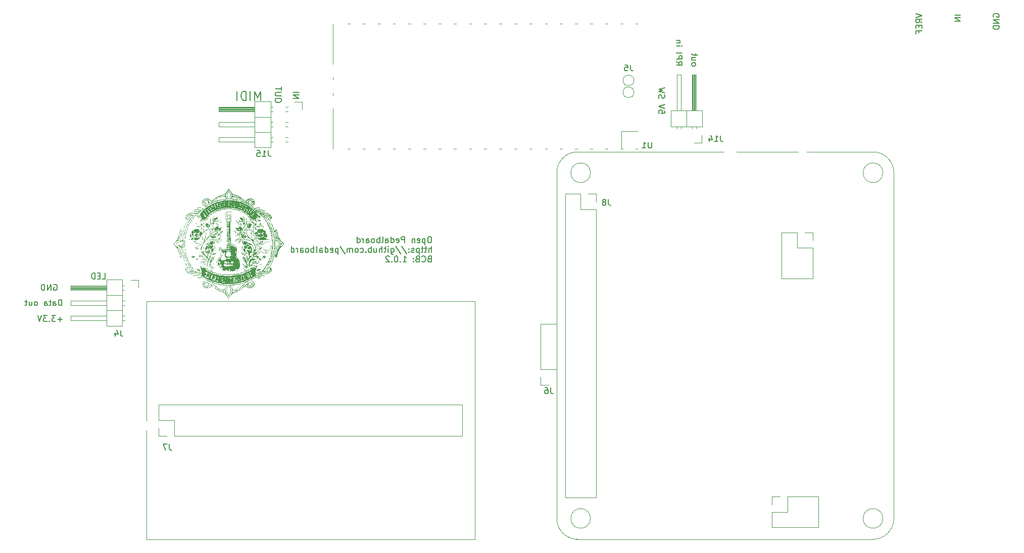
<source format=gbo>
G04 #@! TF.GenerationSoftware,KiCad,Pcbnew,7.0.1.1-36-gbcf78dbe24-dirty-deb11*
G04 #@! TF.CreationDate,2023-04-07T13:39:23+00:00*
G04 #@! TF.ProjectId,pedalboard-hw,70656461-6c62-46f6-9172-642d68772e6b,1.0.2*
G04 #@! TF.SameCoordinates,Original*
G04 #@! TF.FileFunction,Legend,Bot*
G04 #@! TF.FilePolarity,Positive*
%FSLAX46Y46*%
G04 Gerber Fmt 4.6, Leading zero omitted, Abs format (unit mm)*
G04 Created by KiCad (PCBNEW 7.0.1.1-36-gbcf78dbe24-dirty-deb11) date 2023-04-07 13:39:23*
%MOMM*%
%LPD*%
G01*
G04 APERTURE LIST*
%ADD10C,0.000000*%
%ADD11C,0.003013*%
%ADD12C,0.002797*%
%ADD13C,0.005336*%
%ADD14C,0.150000*%
%ADD15C,0.120000*%
%ADD16C,0.100000*%
%ADD17C,2.700000*%
%ADD18C,1.600000*%
%ADD19O,1.200000X2.200000*%
%ADD20O,2.200000X1.200000*%
%ADD21C,3.000000*%
%ADD22R,4.400000X1.800000*%
%ADD23O,4.000000X1.800000*%
%ADD24O,1.800000X4.000000*%
%ADD25O,1.600000X1.600000*%
%ADD26R,1.070000X1.800000*%
%ADD27O,1.070000X1.800000*%
%ADD28R,2.250000X2.250000*%
%ADD29C,2.250000*%
%ADD30R,1.700000X1.700000*%
%ADD31O,1.700000X1.700000*%
%ADD32C,0.600000*%
%ADD33O,3.000000X2.500000*%
%ADD34R,2.400000X1.600000*%
%ADD35O,2.400000X1.600000*%
%ADD36C,2.600000*%
%ADD37R,2.000000X2.000000*%
%ADD38C,2.000000*%
%ADD39C,3.200000*%
%ADD40R,1.600000X1.600000*%
%ADD41R,3.200000X3.200000*%
%ADD42O,3.200000X3.200000*%
%ADD43R,2.200000X2.200000*%
%ADD44O,2.200000X2.200000*%
%ADD45C,1.350000*%
%ADD46O,1.350000X1.350000*%
G04 APERTURE END LIST*
D10*
G36*
X56028258Y-72935940D02*
G01*
X56028592Y-72936757D01*
X56028770Y-72938003D01*
X56028676Y-72941779D01*
X56028026Y-72947252D01*
X56026865Y-72954403D01*
X56025240Y-72963218D01*
X56020788Y-72985768D01*
X56018938Y-72992771D01*
X56016842Y-72999983D01*
X56012010Y-73014789D01*
X56006479Y-73029703D01*
X56000437Y-73044240D01*
X55994073Y-73057918D01*
X55990829Y-73064284D01*
X55987575Y-73070252D01*
X55984334Y-73075764D01*
X55981130Y-73080759D01*
X55977986Y-73085176D01*
X55974927Y-73088955D01*
X55970782Y-73092994D01*
X55966944Y-73096515D01*
X55963413Y-73099528D01*
X55960188Y-73102037D01*
X55957266Y-73104051D01*
X55954647Y-73105577D01*
X55952330Y-73106621D01*
X55951284Y-73106965D01*
X55950313Y-73107192D01*
X55949416Y-73107302D01*
X55948594Y-73107296D01*
X55947847Y-73107174D01*
X55947174Y-73106939D01*
X55946575Y-73106591D01*
X55946050Y-73106131D01*
X55945598Y-73105559D01*
X55945221Y-73104876D01*
X55944916Y-73104084D01*
X55944686Y-73103184D01*
X55944443Y-73101060D01*
X55944492Y-73098512D01*
X55944831Y-73095547D01*
X55945459Y-73092173D01*
X55946375Y-73088396D01*
X55947577Y-73084223D01*
X55949064Y-73079662D01*
X55950835Y-73074719D01*
X55952888Y-73069403D01*
X55955223Y-73063719D01*
X55957838Y-73057676D01*
X55960731Y-73051280D01*
X55963902Y-73044539D01*
X55967350Y-73037459D01*
X55971072Y-73030048D01*
X55975068Y-73022312D01*
X55979337Y-73014260D01*
X55988686Y-72997233D01*
X56003797Y-72970876D01*
X56014985Y-72951909D01*
X56019225Y-72945155D01*
X56022625Y-72940198D01*
X56025233Y-72937021D01*
X56026254Y-72936095D01*
X56027095Y-72935607D01*
X56027761Y-72935556D01*
X56028258Y-72935940D01*
G37*
G36*
X63209303Y-80426853D02*
G01*
X63217292Y-80427266D01*
X63220941Y-80427606D01*
X63224369Y-80428048D01*
X63227581Y-80428602D01*
X63230585Y-80429277D01*
X63233387Y-80430083D01*
X63235995Y-80431030D01*
X63238415Y-80432127D01*
X63240653Y-80433384D01*
X63242716Y-80434810D01*
X63244612Y-80436416D01*
X63246346Y-80438211D01*
X63247926Y-80440205D01*
X63249358Y-80442407D01*
X63250649Y-80444826D01*
X63251806Y-80447473D01*
X63252835Y-80450358D01*
X63253743Y-80453489D01*
X63254537Y-80456877D01*
X63255223Y-80460531D01*
X63255809Y-80464461D01*
X63256300Y-80468677D01*
X63256704Y-80473187D01*
X63257278Y-80483132D01*
X63257582Y-80494374D01*
X63257672Y-80506990D01*
X63257806Y-80516961D01*
X63258205Y-80526239D01*
X63258866Y-80534833D01*
X63259786Y-80542747D01*
X63260961Y-80549990D01*
X63262388Y-80556568D01*
X63264063Y-80562488D01*
X63265984Y-80567756D01*
X63268147Y-80572379D01*
X63270548Y-80576364D01*
X63273184Y-80579717D01*
X63276052Y-80582445D01*
X63279148Y-80584556D01*
X63280781Y-80585381D01*
X63282470Y-80586055D01*
X63286013Y-80586950D01*
X63289774Y-80587246D01*
X63294006Y-80587366D01*
X63298097Y-80587718D01*
X63302044Y-80588295D01*
X63305839Y-80589087D01*
X63309479Y-80590086D01*
X63312956Y-80591282D01*
X63316267Y-80592668D01*
X63319405Y-80594233D01*
X63322365Y-80595970D01*
X63325141Y-80597869D01*
X63327729Y-80599922D01*
X63330122Y-80602120D01*
X63332316Y-80604454D01*
X63334304Y-80606915D01*
X63336081Y-80609495D01*
X63337642Y-80612184D01*
X63338981Y-80614973D01*
X63340093Y-80617855D01*
X63340973Y-80620820D01*
X63341614Y-80623859D01*
X63342012Y-80626964D01*
X63342161Y-80630126D01*
X63342056Y-80633335D01*
X63341691Y-80636583D01*
X63341060Y-80639862D01*
X63340158Y-80643162D01*
X63338981Y-80646474D01*
X63337521Y-80649791D01*
X63335774Y-80653102D01*
X63333735Y-80656399D01*
X63331398Y-80659674D01*
X63328757Y-80662917D01*
X63325895Y-80666903D01*
X63323333Y-80671129D01*
X63321073Y-80675609D01*
X63319118Y-80680353D01*
X63317473Y-80685374D01*
X63316140Y-80690684D01*
X63315123Y-80696296D01*
X63314425Y-80702222D01*
X63314049Y-80708473D01*
X63313999Y-80715062D01*
X63314279Y-80722002D01*
X63314890Y-80729304D01*
X63315838Y-80736980D01*
X63317125Y-80745043D01*
X63318755Y-80753505D01*
X63320731Y-80762379D01*
X63325733Y-80781407D01*
X63332160Y-80802225D01*
X63340038Y-80824931D01*
X63349394Y-80849622D01*
X63360254Y-80876396D01*
X63372647Y-80905350D01*
X63386598Y-80936581D01*
X63402134Y-80970188D01*
X63404247Y-80975483D01*
X63405869Y-80981027D01*
X63407019Y-80986790D01*
X63407719Y-80992737D01*
X63407987Y-80998837D01*
X63407842Y-81005058D01*
X63407306Y-81011367D01*
X63406398Y-81017732D01*
X63405136Y-81024120D01*
X63403542Y-81030500D01*
X63399433Y-81043103D01*
X63394230Y-81055283D01*
X63388089Y-81066782D01*
X63381169Y-81077340D01*
X63373628Y-81086698D01*
X63369673Y-81090847D01*
X63365623Y-81094599D01*
X63361496Y-81097922D01*
X63357312Y-81100783D01*
X63353091Y-81103151D01*
X63348854Y-81104993D01*
X63344618Y-81106276D01*
X63340405Y-81106968D01*
X63336234Y-81107038D01*
X63332125Y-81106452D01*
X63328097Y-81105178D01*
X63324170Y-81103184D01*
X63320699Y-81100738D01*
X63317174Y-81097721D01*
X63313608Y-81094169D01*
X63310013Y-81090115D01*
X63302792Y-81080642D01*
X63295614Y-81069577D01*
X63288585Y-81057194D01*
X63281807Y-81043771D01*
X63275385Y-81029582D01*
X63269423Y-81014902D01*
X63264026Y-81000007D01*
X63259297Y-80985173D01*
X63255341Y-80970674D01*
X63252261Y-80956787D01*
X63250162Y-80943787D01*
X63249148Y-80931949D01*
X63249081Y-80926552D01*
X63249324Y-80921549D01*
X63249890Y-80916974D01*
X63250792Y-80912861D01*
X63251869Y-80907758D01*
X63252525Y-80902775D01*
X63252772Y-80897927D01*
X63252620Y-80893227D01*
X63252077Y-80888688D01*
X63251663Y-80886483D01*
X63251155Y-80884323D01*
X63250555Y-80882211D01*
X63249864Y-80880147D01*
X63249082Y-80878133D01*
X63248213Y-80876172D01*
X63247256Y-80874264D01*
X63246212Y-80872412D01*
X63245084Y-80870617D01*
X63243873Y-80868881D01*
X63242579Y-80867205D01*
X63241204Y-80865591D01*
X63239750Y-80864041D01*
X63238216Y-80862557D01*
X63236606Y-80861139D01*
X63234920Y-80859791D01*
X63233159Y-80858513D01*
X63231324Y-80857308D01*
X63227439Y-80855120D01*
X63223276Y-80853241D01*
X63220965Y-80852354D01*
X63218761Y-80851413D01*
X63216663Y-80850418D01*
X63214672Y-80849367D01*
X63212787Y-80848261D01*
X63211007Y-80847099D01*
X63209332Y-80845881D01*
X63207762Y-80844607D01*
X63206295Y-80843275D01*
X63204933Y-80841885D01*
X63203674Y-80840438D01*
X63202517Y-80838932D01*
X63201463Y-80837368D01*
X63200511Y-80835744D01*
X63199661Y-80834061D01*
X63198912Y-80832317D01*
X63198264Y-80830513D01*
X63197716Y-80828649D01*
X63197268Y-80826723D01*
X63196919Y-80824735D01*
X63196670Y-80822685D01*
X63196519Y-80820573D01*
X63196466Y-80818397D01*
X63196512Y-80816158D01*
X63196654Y-80813856D01*
X63196894Y-80811489D01*
X63197230Y-80809057D01*
X63197663Y-80806560D01*
X63198191Y-80803998D01*
X63198814Y-80801370D01*
X63199533Y-80798676D01*
X63200345Y-80795915D01*
X63201449Y-80790978D01*
X63202186Y-80785659D01*
X63202567Y-80780003D01*
X63202602Y-80774059D01*
X63202302Y-80767873D01*
X63201675Y-80761492D01*
X63200733Y-80754963D01*
X63199485Y-80748334D01*
X63197942Y-80741651D01*
X63196113Y-80734961D01*
X63194008Y-80728311D01*
X63191639Y-80721748D01*
X63189014Y-80715320D01*
X63186144Y-80709074D01*
X63183038Y-80703056D01*
X63179708Y-80697313D01*
X63174282Y-80688033D01*
X63169192Y-80677464D01*
X63164451Y-80665712D01*
X63160074Y-80652885D01*
X63156072Y-80639091D01*
X63152460Y-80624437D01*
X63149251Y-80609031D01*
X63146458Y-80592979D01*
X63144096Y-80576390D01*
X63142177Y-80559372D01*
X63140715Y-80542031D01*
X63139723Y-80524475D01*
X63139214Y-80506811D01*
X63139203Y-80489147D01*
X63139702Y-80471591D01*
X63140726Y-80454250D01*
X63141007Y-80452961D01*
X63141420Y-80451674D01*
X63141962Y-80450392D01*
X63142629Y-80449117D01*
X63143419Y-80447853D01*
X63144328Y-80446601D01*
X63145354Y-80445365D01*
X63146494Y-80444146D01*
X63147745Y-80442947D01*
X63149104Y-80441771D01*
X63150567Y-80440620D01*
X63152133Y-80439497D01*
X63153798Y-80438404D01*
X63155558Y-80437344D01*
X63157413Y-80436319D01*
X63159357Y-80435332D01*
X63161389Y-80434385D01*
X63163505Y-80433481D01*
X63165702Y-80432622D01*
X63167978Y-80431812D01*
X63170330Y-80431051D01*
X63172754Y-80430344D01*
X63175248Y-80429692D01*
X63177809Y-80429098D01*
X63180433Y-80428564D01*
X63183119Y-80428093D01*
X63185862Y-80427688D01*
X63188661Y-80427351D01*
X63191511Y-80427084D01*
X63194411Y-80426891D01*
X63197356Y-80426773D01*
X63200345Y-80426733D01*
X63209303Y-80426853D01*
G37*
G36*
X64920674Y-79031372D02*
G01*
X64926285Y-79031824D01*
X64931356Y-79032595D01*
X64935895Y-79033695D01*
X64937969Y-79034372D01*
X64939914Y-79035135D01*
X64941732Y-79035985D01*
X64943423Y-79036923D01*
X64944989Y-79037952D01*
X64946431Y-79039072D01*
X64947750Y-79040284D01*
X64948948Y-79041589D01*
X64950026Y-79042990D01*
X64950986Y-79044486D01*
X64951827Y-79046080D01*
X64952553Y-79047773D01*
X64953163Y-79049566D01*
X64953659Y-79051460D01*
X64954043Y-79053456D01*
X64954316Y-79055556D01*
X64954533Y-79060073D01*
X64954465Y-79062397D01*
X64954263Y-79064641D01*
X64953926Y-79066806D01*
X64953453Y-79068891D01*
X64952844Y-79070897D01*
X64952099Y-79072825D01*
X64951217Y-79074674D01*
X64950197Y-79076446D01*
X64949040Y-79078141D01*
X64947745Y-79079759D01*
X64946311Y-79081300D01*
X64944738Y-79082765D01*
X64943026Y-79084155D01*
X64941174Y-79085470D01*
X64939181Y-79086710D01*
X64937048Y-79087876D01*
X64934774Y-79088967D01*
X64932358Y-79089986D01*
X64929801Y-79090931D01*
X64927101Y-79091803D01*
X64924259Y-79092604D01*
X64921273Y-79093332D01*
X64918143Y-79093989D01*
X64914870Y-79094576D01*
X64911452Y-79095091D01*
X64907889Y-79095537D01*
X64904181Y-79095913D01*
X64900328Y-79096219D01*
X64896328Y-79096457D01*
X64892182Y-79096626D01*
X64883448Y-79096761D01*
X64875554Y-79096603D01*
X64868209Y-79096141D01*
X64861410Y-79095393D01*
X64855156Y-79094378D01*
X64849445Y-79093115D01*
X64844274Y-79091622D01*
X64839641Y-79089917D01*
X64835544Y-79088019D01*
X64831982Y-79085946D01*
X64828951Y-79083717D01*
X64826450Y-79081350D01*
X64824478Y-79078864D01*
X64823030Y-79076277D01*
X64822107Y-79073608D01*
X64821705Y-79070876D01*
X64821822Y-79068097D01*
X64822456Y-79065292D01*
X64823606Y-79062479D01*
X64825269Y-79059675D01*
X64827442Y-79056901D01*
X64830125Y-79054173D01*
X64833315Y-79051510D01*
X64837009Y-79048932D01*
X64841205Y-79046456D01*
X64845903Y-79044101D01*
X64851098Y-79041885D01*
X64856790Y-79039828D01*
X64862976Y-79037946D01*
X64869654Y-79036260D01*
X64876822Y-79034786D01*
X64884478Y-79033545D01*
X64892620Y-79032554D01*
X64900495Y-79031830D01*
X64907789Y-79031385D01*
X64914512Y-79031229D01*
X64920674Y-79031372D01*
G37*
G36*
X54619105Y-75176174D02*
G01*
X54621802Y-75176845D01*
X54623995Y-75177786D01*
X54625665Y-75178995D01*
X54626790Y-75180473D01*
X54627351Y-75182220D01*
X54627327Y-75184235D01*
X54626699Y-75186519D01*
X54625446Y-75189072D01*
X54623549Y-75191893D01*
X54620986Y-75194984D01*
X54613784Y-75201970D01*
X54603680Y-75210032D01*
X54598718Y-75213441D01*
X54593321Y-75216776D01*
X54587542Y-75220018D01*
X54581431Y-75223145D01*
X54575037Y-75226138D01*
X54568411Y-75228976D01*
X54561604Y-75231639D01*
X54554666Y-75234108D01*
X54547648Y-75236362D01*
X54540599Y-75238381D01*
X54533570Y-75240144D01*
X54526612Y-75241632D01*
X54519775Y-75242825D01*
X54513109Y-75243702D01*
X54506664Y-75244242D01*
X54500492Y-75244427D01*
X54480943Y-75244360D01*
X54473290Y-75244200D01*
X54467064Y-75243890D01*
X54462276Y-75243377D01*
X54460424Y-75243030D01*
X54458936Y-75242613D01*
X54457812Y-75242121D01*
X54457053Y-75241547D01*
X54456662Y-75240884D01*
X54456638Y-75240128D01*
X54456985Y-75239270D01*
X54457701Y-75238305D01*
X54458790Y-75237227D01*
X54460253Y-75236030D01*
X54464302Y-75233250D01*
X54469859Y-75229917D01*
X54476935Y-75225978D01*
X54485539Y-75221385D01*
X54507372Y-75210032D01*
X54523871Y-75201970D01*
X54539725Y-75194984D01*
X54554773Y-75189072D01*
X54568854Y-75184235D01*
X54581807Y-75180473D01*
X54593469Y-75177786D01*
X54603680Y-75176174D01*
X54612279Y-75175636D01*
X54619105Y-75176174D01*
G37*
G36*
X60036110Y-73940104D02*
G01*
X60037340Y-73940696D01*
X60038629Y-73941655D01*
X60039976Y-73942982D01*
X60041381Y-73944677D01*
X60042844Y-73946737D01*
X60045940Y-73951956D01*
X60049262Y-73958637D01*
X60052805Y-73966775D01*
X60056566Y-73976368D01*
X60058126Y-73980313D01*
X60059370Y-73984389D01*
X60060305Y-73988566D01*
X60060937Y-73992813D01*
X60061274Y-73997101D01*
X60061322Y-74001399D01*
X60061088Y-74005676D01*
X60060579Y-74009904D01*
X60059801Y-74014050D01*
X60058761Y-74018086D01*
X60057465Y-74021981D01*
X60055921Y-74025704D01*
X60054135Y-74029226D01*
X60052114Y-74032516D01*
X60049865Y-74035544D01*
X60047394Y-74038280D01*
X60045916Y-74039704D01*
X60044491Y-74040966D01*
X60043119Y-74042065D01*
X60041800Y-74043001D01*
X60040533Y-74043771D01*
X60039317Y-74044377D01*
X60038153Y-74044816D01*
X60037039Y-74045088D01*
X60035976Y-74045192D01*
X60034963Y-74045127D01*
X60033999Y-74044893D01*
X60033085Y-74044488D01*
X60032219Y-74043911D01*
X60031401Y-74043163D01*
X60030632Y-74042242D01*
X60029909Y-74041147D01*
X60029234Y-74039877D01*
X60028606Y-74038431D01*
X60028023Y-74036810D01*
X60027487Y-74035011D01*
X60026995Y-74033034D01*
X60026549Y-74030878D01*
X60026147Y-74028542D01*
X60025789Y-74026026D01*
X60025475Y-74023329D01*
X60025204Y-74020449D01*
X60024976Y-74017387D01*
X60024791Y-74014140D01*
X60024647Y-74010709D01*
X60024545Y-74007092D01*
X60024464Y-73999298D01*
X60024598Y-73986721D01*
X60024997Y-73975646D01*
X60025658Y-73966069D01*
X60026578Y-73957987D01*
X60027753Y-73951396D01*
X60028435Y-73948659D01*
X60029180Y-73946294D01*
X60029987Y-73944299D01*
X60030855Y-73942676D01*
X60031785Y-73941422D01*
X60032776Y-73940539D01*
X60033827Y-73940025D01*
X60034939Y-73939880D01*
X60036110Y-73940104D01*
G37*
G36*
X58275880Y-73438654D02*
G01*
X58277106Y-73438863D01*
X58278302Y-73439219D01*
X58279471Y-73439723D01*
X58280616Y-73440374D01*
X58281739Y-73441174D01*
X58282843Y-73442121D01*
X58283930Y-73443216D01*
X58285003Y-73444459D01*
X58286064Y-73445849D01*
X58287116Y-73447388D01*
X58288161Y-73449074D01*
X58289202Y-73450908D01*
X58290241Y-73452890D01*
X58291281Y-73455019D01*
X58293374Y-73459722D01*
X58295500Y-73465015D01*
X58297093Y-73469670D01*
X58298437Y-73474170D01*
X58299539Y-73478510D01*
X58300404Y-73482684D01*
X58301039Y-73486684D01*
X58301450Y-73490505D01*
X58301644Y-73494141D01*
X58301626Y-73497584D01*
X58301404Y-73500830D01*
X58300983Y-73503871D01*
X58300370Y-73506701D01*
X58299571Y-73509314D01*
X58298592Y-73511704D01*
X58297439Y-73513864D01*
X58296120Y-73515788D01*
X58294640Y-73517470D01*
X58293005Y-73518903D01*
X58291222Y-73520081D01*
X58289297Y-73520999D01*
X58287237Y-73521648D01*
X58285047Y-73522024D01*
X58282734Y-73522120D01*
X58280304Y-73521930D01*
X58277764Y-73521447D01*
X58275120Y-73520665D01*
X58272378Y-73519578D01*
X58269545Y-73518179D01*
X58266626Y-73516462D01*
X58263628Y-73514422D01*
X58260558Y-73512050D01*
X58257421Y-73509342D01*
X58254224Y-73506292D01*
X58250597Y-73502499D01*
X58248964Y-73500657D01*
X58247453Y-73498848D01*
X58246062Y-73497069D01*
X58244792Y-73495318D01*
X58243644Y-73493592D01*
X58242616Y-73491888D01*
X58241709Y-73490205D01*
X58240923Y-73488539D01*
X58240258Y-73486889D01*
X58239713Y-73485251D01*
X58239290Y-73483623D01*
X58238988Y-73482003D01*
X58238807Y-73480387D01*
X58238746Y-73478775D01*
X58238807Y-73477162D01*
X58238988Y-73475547D01*
X58239290Y-73473926D01*
X58239713Y-73472299D01*
X58240258Y-73470661D01*
X58240923Y-73469010D01*
X58241709Y-73467344D01*
X58242616Y-73465661D01*
X58243644Y-73463958D01*
X58244792Y-73462232D01*
X58246062Y-73460480D01*
X58247453Y-73458701D01*
X58248964Y-73456892D01*
X58250597Y-73455050D01*
X58254224Y-73451258D01*
X58256126Y-73449397D01*
X58257963Y-73447684D01*
X58259738Y-73446118D01*
X58261453Y-73444701D01*
X58263111Y-73443431D01*
X58264715Y-73442309D01*
X58266266Y-73441335D01*
X58267768Y-73440509D01*
X58269223Y-73439830D01*
X58270633Y-73439299D01*
X58272002Y-73438917D01*
X58273331Y-73438681D01*
X58274622Y-73438594D01*
X58275880Y-73438654D01*
G37*
G36*
X55895818Y-76712556D02*
G01*
X55898100Y-76712751D01*
X55900425Y-76713121D01*
X55902782Y-76713668D01*
X55905160Y-76714392D01*
X55907548Y-76715294D01*
X55909935Y-76716375D01*
X55912311Y-76717635D01*
X55914664Y-76719077D01*
X55916983Y-76720699D01*
X55919258Y-76722504D01*
X55921477Y-76724492D01*
X55923630Y-76726664D01*
X55925706Y-76729020D01*
X55927693Y-76731562D01*
X55929582Y-76734291D01*
X55931360Y-76737206D01*
X55932999Y-76739810D01*
X55934472Y-76742451D01*
X55935778Y-76745112D01*
X55936913Y-76747776D01*
X55937873Y-76750427D01*
X55938655Y-76753047D01*
X55939256Y-76755621D01*
X55939672Y-76758131D01*
X55939900Y-76760560D01*
X55939936Y-76762891D01*
X55939778Y-76765109D01*
X55939421Y-76767195D01*
X55938863Y-76769134D01*
X55938508Y-76770043D01*
X55938100Y-76770908D01*
X55937641Y-76771728D01*
X55937129Y-76772500D01*
X55936564Y-76773223D01*
X55935946Y-76773895D01*
X55934356Y-76775267D01*
X55932606Y-76776379D01*
X55930708Y-76777240D01*
X55928677Y-76777859D01*
X55926527Y-76778244D01*
X55924272Y-76778404D01*
X55921925Y-76778349D01*
X55919501Y-76778087D01*
X55917012Y-76777627D01*
X55914474Y-76776977D01*
X55911900Y-76776147D01*
X55909303Y-76775145D01*
X55906698Y-76773980D01*
X55904098Y-76772661D01*
X55901518Y-76771197D01*
X55898971Y-76769596D01*
X55896471Y-76767867D01*
X55894031Y-76766020D01*
X55891667Y-76764063D01*
X55889391Y-76762005D01*
X55887218Y-76759854D01*
X55885160Y-76757619D01*
X55883233Y-76755310D01*
X55881450Y-76752935D01*
X55879825Y-76750503D01*
X55878372Y-76748023D01*
X55877104Y-76745503D01*
X55876036Y-76742953D01*
X55875181Y-76740380D01*
X55874553Y-76737795D01*
X55874166Y-76735205D01*
X55874034Y-76732620D01*
X55874146Y-76730121D01*
X55874476Y-76727784D01*
X55875013Y-76725610D01*
X55875745Y-76723600D01*
X55876661Y-76721754D01*
X55877752Y-76720074D01*
X55879006Y-76718560D01*
X55880411Y-76717213D01*
X55881958Y-76716035D01*
X55883635Y-76715025D01*
X55885431Y-76714184D01*
X55887335Y-76713514D01*
X55889337Y-76713015D01*
X55891425Y-76712689D01*
X55893589Y-76712535D01*
X55895818Y-76712556D01*
G37*
G36*
X55070604Y-72401145D02*
G01*
X55080891Y-72401460D01*
X55090809Y-72401976D01*
X55100306Y-72402687D01*
X55109333Y-72403586D01*
X55117840Y-72404666D01*
X55125776Y-72405921D01*
X55133090Y-72407344D01*
X55139732Y-72408928D01*
X55145653Y-72410667D01*
X55150800Y-72412554D01*
X55155125Y-72414582D01*
X55158576Y-72416744D01*
X55161104Y-72419033D01*
X55162006Y-72420224D01*
X55162658Y-72421444D01*
X55163053Y-72422693D01*
X55163187Y-72423969D01*
X55163073Y-72425044D01*
X55162737Y-72426116D01*
X55162183Y-72427184D01*
X55161418Y-72428246D01*
X55160445Y-72429300D01*
X55159272Y-72430343D01*
X55157903Y-72431373D01*
X55156343Y-72432389D01*
X55154599Y-72433388D01*
X55152676Y-72434368D01*
X55150578Y-72435327D01*
X55148313Y-72436263D01*
X55145884Y-72437174D01*
X55143298Y-72438057D01*
X55137676Y-72439734D01*
X55131489Y-72441276D01*
X55124782Y-72442667D01*
X55117598Y-72443890D01*
X55109980Y-72444929D01*
X55101973Y-72445766D01*
X55093620Y-72446384D01*
X55084964Y-72446768D01*
X55076050Y-72446899D01*
X55050525Y-72448077D01*
X55024053Y-72451481D01*
X54996976Y-72456921D01*
X54969638Y-72464205D01*
X54942380Y-72473141D01*
X54915545Y-72483539D01*
X54889476Y-72495206D01*
X54864515Y-72507952D01*
X54841006Y-72521584D01*
X54819290Y-72535912D01*
X54799711Y-72550744D01*
X54782610Y-72565887D01*
X54768332Y-72581152D01*
X54762357Y-72588770D01*
X54757217Y-72596346D01*
X54752953Y-72603857D01*
X54749609Y-72611279D01*
X54747227Y-72618587D01*
X54745850Y-72625758D01*
X54744995Y-72631902D01*
X54743738Y-72637859D01*
X54742107Y-72643616D01*
X54740131Y-72649158D01*
X54737837Y-72654474D01*
X54735254Y-72659551D01*
X54732410Y-72664374D01*
X54729333Y-72668932D01*
X54726051Y-72673211D01*
X54722592Y-72677198D01*
X54718984Y-72680880D01*
X54715256Y-72684244D01*
X54711436Y-72687278D01*
X54707551Y-72689967D01*
X54703631Y-72692300D01*
X54699702Y-72694263D01*
X54695794Y-72695843D01*
X54691933Y-72697027D01*
X54688149Y-72697802D01*
X54684470Y-72698155D01*
X54680924Y-72698073D01*
X54677538Y-72697543D01*
X54674341Y-72696552D01*
X54671361Y-72695087D01*
X54668627Y-72693135D01*
X54666165Y-72690683D01*
X54664006Y-72687718D01*
X54662176Y-72684226D01*
X54660703Y-72680196D01*
X54659617Y-72675614D01*
X54658944Y-72670466D01*
X54658714Y-72664740D01*
X54659351Y-72653493D01*
X54661230Y-72642129D01*
X54664304Y-72630679D01*
X54668526Y-72619174D01*
X54673848Y-72607647D01*
X54680223Y-72596126D01*
X54687602Y-72584645D01*
X54695940Y-72573233D01*
X54705188Y-72561921D01*
X54715298Y-72550742D01*
X54726224Y-72539726D01*
X54737918Y-72528903D01*
X54750332Y-72518306D01*
X54763420Y-72507965D01*
X54777133Y-72497910D01*
X54791424Y-72488175D01*
X54806246Y-72478788D01*
X54821551Y-72469782D01*
X54837292Y-72461187D01*
X54853422Y-72453035D01*
X54869892Y-72445357D01*
X54886656Y-72438183D01*
X54903666Y-72431545D01*
X54920874Y-72425474D01*
X54938234Y-72420001D01*
X54955697Y-72415156D01*
X54973217Y-72410972D01*
X54990745Y-72407479D01*
X55008235Y-72404708D01*
X55025639Y-72402690D01*
X55042909Y-72401457D01*
X55059998Y-72401039D01*
X55070604Y-72401145D01*
G37*
G36*
X59492137Y-71005412D02*
G01*
X59494446Y-71005576D01*
X59496636Y-71005902D01*
X59498709Y-71006395D01*
X59500668Y-71007059D01*
X59502515Y-71007899D01*
X59504253Y-71008920D01*
X59505884Y-71010125D01*
X59507411Y-71011521D01*
X59508836Y-71013111D01*
X59510163Y-71014900D01*
X59511393Y-71016892D01*
X59512528Y-71019093D01*
X59513573Y-71021507D01*
X59514528Y-71024138D01*
X59515397Y-71026992D01*
X59516181Y-71030072D01*
X59516885Y-71033383D01*
X59517509Y-71036931D01*
X59518057Y-71040719D01*
X59518531Y-71044752D01*
X59518934Y-71049035D01*
X59519267Y-71053572D01*
X59519535Y-71058369D01*
X59519881Y-71068757D01*
X59519992Y-71080238D01*
X59519749Y-71095853D01*
X59519015Y-71110030D01*
X59517785Y-71122783D01*
X59516050Y-71134125D01*
X59513806Y-71144070D01*
X59512490Y-71148523D01*
X59511043Y-71152631D01*
X59509466Y-71156397D01*
X59507757Y-71159821D01*
X59505915Y-71162907D01*
X59503940Y-71165655D01*
X59501831Y-71168067D01*
X59499586Y-71170145D01*
X59497205Y-71171890D01*
X59494687Y-71173304D01*
X59492032Y-71174389D01*
X59489238Y-71175147D01*
X59486305Y-71175579D01*
X59483231Y-71175687D01*
X59480016Y-71175472D01*
X59476660Y-71174936D01*
X59473160Y-71174082D01*
X59469517Y-71172910D01*
X59465730Y-71171422D01*
X59461798Y-71169620D01*
X59453493Y-71165081D01*
X59449797Y-71162232D01*
X59446445Y-71158870D01*
X59443432Y-71155033D01*
X59440751Y-71150758D01*
X59438398Y-71146084D01*
X59436367Y-71141047D01*
X59434653Y-71135687D01*
X59433249Y-71130040D01*
X59432152Y-71124145D01*
X59431354Y-71118039D01*
X59430638Y-71105345D01*
X59431058Y-71092262D01*
X59432568Y-71079091D01*
X59435127Y-71066136D01*
X59438691Y-71053698D01*
X59440835Y-71047767D01*
X59443215Y-71042079D01*
X59445823Y-71036672D01*
X59448656Y-71031583D01*
X59451706Y-71026849D01*
X59454970Y-71022510D01*
X59458441Y-71018603D01*
X59462114Y-71015164D01*
X59465983Y-71012233D01*
X59470044Y-71009847D01*
X59474290Y-71008044D01*
X59478716Y-71006861D01*
X59481659Y-71006284D01*
X59484470Y-71005846D01*
X59487152Y-71005552D01*
X59489707Y-71005405D01*
X59492137Y-71005412D01*
G37*
G36*
X62623948Y-77377048D02*
G01*
X62629997Y-77377282D01*
X62636012Y-77377664D01*
X62641951Y-77378187D01*
X62647768Y-77378844D01*
X62653420Y-77379629D01*
X62658865Y-77380535D01*
X62664057Y-77381555D01*
X62668954Y-77382682D01*
X62673511Y-77383911D01*
X62677686Y-77385233D01*
X62681434Y-77386642D01*
X62684712Y-77388133D01*
X62687476Y-77389697D01*
X62689682Y-77391328D01*
X62691287Y-77393019D01*
X62696067Y-77397862D01*
X62700107Y-77402496D01*
X62703432Y-77406916D01*
X62706066Y-77411113D01*
X62708035Y-77415083D01*
X62709365Y-77418817D01*
X62710079Y-77422309D01*
X62710204Y-77425553D01*
X62709765Y-77428541D01*
X62708787Y-77431268D01*
X62707295Y-77433725D01*
X62705314Y-77435907D01*
X62702869Y-77437808D01*
X62699986Y-77439419D01*
X62696690Y-77440734D01*
X62693007Y-77441748D01*
X62688960Y-77442452D01*
X62684576Y-77442841D01*
X62679879Y-77442907D01*
X62674895Y-77442644D01*
X62669649Y-77442045D01*
X62664166Y-77441103D01*
X62658472Y-77439812D01*
X62652592Y-77438165D01*
X62646550Y-77436155D01*
X62640372Y-77433776D01*
X62634083Y-77431021D01*
X62627708Y-77427882D01*
X62621273Y-77424354D01*
X62614803Y-77420430D01*
X62608323Y-77416102D01*
X62601858Y-77411365D01*
X62588346Y-77400764D01*
X62583100Y-77396466D01*
X62578891Y-77392770D01*
X62577184Y-77391131D01*
X62575745Y-77389624D01*
X62574577Y-77388242D01*
X62573683Y-77386979D01*
X62573066Y-77385828D01*
X62572730Y-77384784D01*
X62572676Y-77383839D01*
X62572908Y-77382988D01*
X62573429Y-77382225D01*
X62574242Y-77381542D01*
X62575350Y-77380934D01*
X62576755Y-77380395D01*
X62578461Y-77379918D01*
X62580471Y-77379496D01*
X62582787Y-77379125D01*
X62585412Y-77378796D01*
X62591604Y-77378244D01*
X62599068Y-77377788D01*
X62617909Y-77376969D01*
X62623948Y-77377048D01*
G37*
G36*
X64580344Y-77653832D02*
G01*
X64589385Y-77654964D01*
X64596888Y-77656757D01*
X64602805Y-77659208D01*
X64607090Y-77662315D01*
X64608606Y-77664113D01*
X64609696Y-77666073D01*
X64610354Y-77668195D01*
X64610574Y-77670479D01*
X64610092Y-77672707D01*
X64608677Y-77675082D01*
X64606376Y-77677590D01*
X64603238Y-77680216D01*
X64594643Y-77685766D01*
X64583273Y-77691619D01*
X64569511Y-77697660D01*
X64553741Y-77703774D01*
X64536345Y-77709848D01*
X64517706Y-77715768D01*
X64498207Y-77721419D01*
X64478231Y-77726687D01*
X64458161Y-77731458D01*
X64438380Y-77735618D01*
X64419271Y-77739052D01*
X64401217Y-77741646D01*
X64384600Y-77743286D01*
X64369803Y-77743858D01*
X64361546Y-77743759D01*
X64353969Y-77743465D01*
X64347066Y-77742984D01*
X64340831Y-77742322D01*
X64335260Y-77741488D01*
X64330347Y-77740488D01*
X64326087Y-77739329D01*
X64322473Y-77738018D01*
X64319501Y-77736563D01*
X64317166Y-77734971D01*
X64315460Y-77733249D01*
X64314380Y-77731403D01*
X64313920Y-77729442D01*
X64314074Y-77727372D01*
X64314837Y-77725200D01*
X64316203Y-77722934D01*
X64318167Y-77720580D01*
X64320724Y-77718147D01*
X64323867Y-77715640D01*
X64327592Y-77713067D01*
X64331894Y-77710436D01*
X64336765Y-77707753D01*
X64342202Y-77705025D01*
X64348199Y-77702260D01*
X64354749Y-77699465D01*
X64361849Y-77696646D01*
X64377672Y-77690969D01*
X64395626Y-77685285D01*
X64415665Y-77679651D01*
X64437504Y-77673981D01*
X64458274Y-77669006D01*
X64477930Y-77664723D01*
X64496423Y-77661128D01*
X64513707Y-77658219D01*
X64529735Y-77655991D01*
X64544460Y-77654442D01*
X64557834Y-77653568D01*
X64569811Y-77653366D01*
X64580344Y-77653832D01*
G37*
G36*
X55686301Y-78615423D02*
G01*
X55699349Y-78616101D01*
X55711565Y-78617350D01*
X55723122Y-78619268D01*
X55728708Y-78620507D01*
X55734195Y-78621951D01*
X55739605Y-78623610D01*
X55744959Y-78625497D01*
X55750280Y-78627625D01*
X55755589Y-78630004D01*
X55760909Y-78632649D01*
X55766260Y-78635570D01*
X55771665Y-78638779D01*
X55777145Y-78642290D01*
X55788420Y-78650264D01*
X55800259Y-78659588D01*
X55812838Y-78670359D01*
X55826330Y-78682676D01*
X55840910Y-78696636D01*
X55856753Y-78712335D01*
X55874034Y-78729872D01*
X55885763Y-78742321D01*
X55897681Y-78755516D01*
X55921758Y-78783687D01*
X55945620Y-78813469D01*
X55968622Y-78843951D01*
X55990119Y-78874218D01*
X56009467Y-78903356D01*
X56018133Y-78917216D01*
X56026020Y-78930451D01*
X56033047Y-78942948D01*
X56039133Y-78954591D01*
X56059412Y-78997801D01*
X56077542Y-79035421D01*
X56098753Y-79078415D01*
X56099149Y-79079477D01*
X56099479Y-79080511D01*
X56099744Y-79081517D01*
X56099944Y-79082496D01*
X56100080Y-79083445D01*
X56100153Y-79084366D01*
X56100165Y-79085257D01*
X56100114Y-79086119D01*
X56100004Y-79086950D01*
X56099833Y-79087751D01*
X56099604Y-79088521D01*
X56099317Y-79089259D01*
X56098973Y-79089965D01*
X56098572Y-79090639D01*
X56098117Y-79091280D01*
X56097606Y-79091888D01*
X56097042Y-79092462D01*
X56096425Y-79093003D01*
X56095756Y-79093508D01*
X56095035Y-79093980D01*
X56094265Y-79094415D01*
X56093444Y-79094815D01*
X56092575Y-79095179D01*
X56091659Y-79095507D01*
X56090695Y-79095797D01*
X56089685Y-79096051D01*
X56088629Y-79096266D01*
X56087529Y-79096443D01*
X56086386Y-79096582D01*
X56085199Y-79096681D01*
X56083971Y-79096741D01*
X56082701Y-79096761D01*
X56081190Y-79096694D01*
X56079667Y-79096496D01*
X56078134Y-79096170D01*
X56076592Y-79095718D01*
X56075044Y-79095143D01*
X56073491Y-79094448D01*
X56071934Y-79093637D01*
X56070376Y-79092712D01*
X56068817Y-79091677D01*
X56067261Y-79090533D01*
X56065708Y-79089284D01*
X56064159Y-79087934D01*
X56062618Y-79086484D01*
X56061085Y-79084938D01*
X56059562Y-79083299D01*
X56058050Y-79081569D01*
X56055070Y-79077851D01*
X56052156Y-79073808D01*
X56049324Y-79069461D01*
X56046585Y-79064837D01*
X56043954Y-79059956D01*
X56041443Y-79054844D01*
X56039067Y-79049524D01*
X56036839Y-79044019D01*
X56029376Y-79026709D01*
X56020018Y-79007649D01*
X56008967Y-78987131D01*
X55996425Y-78965447D01*
X55982593Y-78942890D01*
X55967672Y-78919752D01*
X55951865Y-78896325D01*
X55935372Y-78872901D01*
X55918396Y-78849773D01*
X55901138Y-78827232D01*
X55883799Y-78805572D01*
X55866581Y-78785084D01*
X55849685Y-78766060D01*
X55833313Y-78748794D01*
X55817667Y-78733576D01*
X55802948Y-78720699D01*
X55795827Y-78715010D01*
X55788248Y-78709555D01*
X55771871Y-78699372D01*
X55754131Y-78690197D01*
X55735339Y-78682076D01*
X55715808Y-78675057D01*
X55695851Y-78669187D01*
X55675780Y-78664512D01*
X55655906Y-78661080D01*
X55636544Y-78658939D01*
X55618004Y-78658133D01*
X55600599Y-78658712D01*
X55584643Y-78660722D01*
X55577305Y-78662278D01*
X55570446Y-78664210D01*
X55564105Y-78666523D01*
X55558322Y-78669222D01*
X55553135Y-78672315D01*
X55548583Y-78675807D01*
X55544705Y-78679704D01*
X55541541Y-78684011D01*
X55539631Y-78686516D01*
X55537359Y-78688873D01*
X55534752Y-78691081D01*
X55531840Y-78693138D01*
X55528648Y-78695044D01*
X55525206Y-78696798D01*
X55521540Y-78698399D01*
X55517678Y-78699846D01*
X55509479Y-78702277D01*
X55500830Y-78704083D01*
X55491952Y-78705258D01*
X55483067Y-78705794D01*
X55474398Y-78705685D01*
X55466165Y-78704925D01*
X55458590Y-78703506D01*
X55455119Y-78702548D01*
X55451896Y-78701423D01*
X55448948Y-78700129D01*
X55446303Y-78698667D01*
X55443989Y-78697036D01*
X55442034Y-78695233D01*
X55440465Y-78693260D01*
X55439310Y-78691114D01*
X55438596Y-78688795D01*
X55438353Y-78686303D01*
X55438737Y-78683274D01*
X55439871Y-78680214D01*
X55441723Y-78677130D01*
X55444264Y-78674031D01*
X55447464Y-78670926D01*
X55451291Y-78667822D01*
X55455717Y-78664728D01*
X55460710Y-78661652D01*
X55466240Y-78658604D01*
X55472278Y-78655591D01*
X55485754Y-78649704D01*
X55500897Y-78644058D01*
X55517463Y-78638722D01*
X55535212Y-78633762D01*
X55553901Y-78629246D01*
X55573289Y-78625240D01*
X55593134Y-78621811D01*
X55613194Y-78619028D01*
X55633227Y-78616957D01*
X55652991Y-78615665D01*
X55672245Y-78615219D01*
X55686301Y-78615423D01*
G37*
G36*
X59933816Y-74579488D02*
G01*
X59934888Y-74579626D01*
X59935956Y-74579854D01*
X59937018Y-74580167D01*
X59938072Y-74580565D01*
X59939115Y-74581044D01*
X59940145Y-74581602D01*
X59941161Y-74582236D01*
X59942160Y-74582944D01*
X59943140Y-74583724D01*
X59944099Y-74584573D01*
X59945035Y-74585488D01*
X59945946Y-74586466D01*
X59946829Y-74587506D01*
X59947683Y-74588605D01*
X59948506Y-74589760D01*
X59949295Y-74590969D01*
X59950048Y-74592229D01*
X59950764Y-74593538D01*
X59951440Y-74594892D01*
X59952073Y-74596291D01*
X59952663Y-74597731D01*
X59953206Y-74599209D01*
X59953701Y-74600724D01*
X59954146Y-74602272D01*
X59954538Y-74603851D01*
X59954876Y-74605458D01*
X59955157Y-74607092D01*
X59955379Y-74608749D01*
X59955540Y-74610428D01*
X59955639Y-74612124D01*
X59955672Y-74613837D01*
X59955540Y-74617246D01*
X59955157Y-74620582D01*
X59954538Y-74623823D01*
X59953701Y-74626951D01*
X59952663Y-74629944D01*
X59951440Y-74632782D01*
X59950048Y-74635446D01*
X59948506Y-74637914D01*
X59946829Y-74640168D01*
X59945035Y-74642187D01*
X59943140Y-74643951D01*
X59941161Y-74645439D01*
X59940145Y-74646073D01*
X59939115Y-74646631D01*
X59938072Y-74647110D01*
X59937018Y-74647508D01*
X59935956Y-74647821D01*
X59934888Y-74648049D01*
X59933816Y-74648187D01*
X59932741Y-74648233D01*
X59931465Y-74648187D01*
X59930216Y-74648049D01*
X59928996Y-74647821D01*
X59927806Y-74647508D01*
X59926645Y-74647110D01*
X59925516Y-74646631D01*
X59924419Y-74646073D01*
X59923354Y-74645439D01*
X59922323Y-74644730D01*
X59921326Y-74643951D01*
X59920365Y-74643102D01*
X59919440Y-74642187D01*
X59918551Y-74641208D01*
X59917701Y-74640168D01*
X59916889Y-74639070D01*
X59916117Y-74637914D01*
X59915385Y-74636706D01*
X59914694Y-74635446D01*
X59914045Y-74634137D01*
X59913439Y-74632782D01*
X59912876Y-74631383D01*
X59912358Y-74629944D01*
X59911886Y-74628465D01*
X59911459Y-74626951D01*
X59911080Y-74625403D01*
X59910748Y-74623823D01*
X59910465Y-74622216D01*
X59910232Y-74620582D01*
X59910049Y-74618925D01*
X59909918Y-74617246D01*
X59909838Y-74615550D01*
X59909811Y-74613837D01*
X59909918Y-74610428D01*
X59910232Y-74607092D01*
X59910748Y-74603851D01*
X59911459Y-74600724D01*
X59912358Y-74597731D01*
X59913439Y-74594892D01*
X59914694Y-74592229D01*
X59916117Y-74589760D01*
X59917701Y-74587506D01*
X59919440Y-74585488D01*
X59920365Y-74584573D01*
X59921326Y-74583724D01*
X59922323Y-74582944D01*
X59923354Y-74582236D01*
X59924419Y-74581602D01*
X59925516Y-74581044D01*
X59926645Y-74580565D01*
X59927806Y-74580167D01*
X59928996Y-74579854D01*
X59930216Y-74579626D01*
X59931465Y-74579488D01*
X59932741Y-74579442D01*
X59933816Y-74579488D01*
G37*
G36*
X59664367Y-70034526D02*
G01*
X59670741Y-70034873D01*
X59677025Y-70035541D01*
X59683214Y-70036533D01*
X59689301Y-70037852D01*
X59695279Y-70039502D01*
X59701143Y-70041484D01*
X59707149Y-70043632D01*
X59713938Y-70045770D01*
X59729555Y-70049975D01*
X59747376Y-70054019D01*
X59766782Y-70057822D01*
X59787155Y-70061302D01*
X59807877Y-70064379D01*
X59828331Y-70066972D01*
X59847898Y-70069001D01*
X59877584Y-70071157D01*
X59902233Y-70074102D01*
X59912705Y-70075832D01*
X59921963Y-70077712D01*
X59930022Y-70079728D01*
X59936897Y-70081864D01*
X59942603Y-70084103D01*
X59947156Y-70086431D01*
X59950569Y-70088832D01*
X59952859Y-70091291D01*
X59954041Y-70093792D01*
X59954129Y-70096319D01*
X59953139Y-70098857D01*
X59951086Y-70101390D01*
X59947984Y-70103904D01*
X59943850Y-70106381D01*
X59938699Y-70108807D01*
X59932544Y-70111167D01*
X59925402Y-70113444D01*
X59917288Y-70115624D01*
X59898202Y-70119627D01*
X59875408Y-70123053D01*
X59849027Y-70125776D01*
X59819179Y-70127673D01*
X59785986Y-70128620D01*
X59750359Y-70129892D01*
X59714651Y-70131916D01*
X59679856Y-70134586D01*
X59646969Y-70137793D01*
X59616985Y-70141429D01*
X59590897Y-70145388D01*
X59569700Y-70149562D01*
X59561246Y-70151696D01*
X59554387Y-70153844D01*
X59537618Y-70159808D01*
X59522562Y-70164799D01*
X59509212Y-70168808D01*
X59497562Y-70171830D01*
X59487605Y-70173858D01*
X59479334Y-70174884D01*
X59475829Y-70175020D01*
X59472743Y-70174904D01*
X59470075Y-70174533D01*
X59467824Y-70173908D01*
X59465990Y-70173028D01*
X59464572Y-70171892D01*
X59463568Y-70170498D01*
X59462978Y-70168847D01*
X59462802Y-70166938D01*
X59463038Y-70164768D01*
X59463685Y-70162339D01*
X59464743Y-70159648D01*
X59466211Y-70156695D01*
X59468087Y-70153480D01*
X59473064Y-70146257D01*
X59479667Y-70137972D01*
X59487888Y-70128620D01*
X59500940Y-70114919D01*
X59514263Y-70102209D01*
X59527808Y-70090514D01*
X59541524Y-70079857D01*
X59555362Y-70070261D01*
X59569269Y-70061749D01*
X59583197Y-70054347D01*
X59597095Y-70048076D01*
X59610912Y-70042961D01*
X59624598Y-70039025D01*
X59638103Y-70036291D01*
X59651376Y-70034784D01*
X59657910Y-70034497D01*
X59664367Y-70034526D01*
G37*
G36*
X60297964Y-70231468D02*
G01*
X60303403Y-70235929D01*
X60308802Y-70243272D01*
X60309622Y-70244613D01*
X60310361Y-70246476D01*
X60311601Y-70251706D01*
X60312526Y-70258836D01*
X60313137Y-70267744D01*
X60313440Y-70278304D01*
X60313437Y-70290392D01*
X60313132Y-70303884D01*
X60312528Y-70318657D01*
X60310437Y-70351543D01*
X60307190Y-70388058D01*
X60302814Y-70427206D01*
X60300211Y-70447456D01*
X60297337Y-70467993D01*
X60292303Y-70518247D01*
X60287592Y-70584544D01*
X60283310Y-70664008D01*
X60279566Y-70753764D01*
X60276467Y-70850937D01*
X60274120Y-70952651D01*
X60272633Y-71056031D01*
X60272114Y-71158202D01*
X60270752Y-71385931D01*
X60268970Y-71469861D01*
X60266381Y-71535410D01*
X60262932Y-71583761D01*
X60258570Y-71616097D01*
X60256029Y-71626628D01*
X60253240Y-71633600D01*
X60250196Y-71637158D01*
X60246890Y-71637451D01*
X60245392Y-71636935D01*
X60243909Y-71636249D01*
X60242441Y-71635398D01*
X60240991Y-71634388D01*
X60239560Y-71633223D01*
X60238148Y-71631909D01*
X60236757Y-71630450D01*
X60235389Y-71628852D01*
X60234044Y-71627120D01*
X60232724Y-71625258D01*
X60231429Y-71623272D01*
X60230162Y-71621167D01*
X60228924Y-71618947D01*
X60227715Y-71616619D01*
X60225393Y-71611654D01*
X60223204Y-71606313D01*
X60221160Y-71600637D01*
X60219271Y-71594664D01*
X60217546Y-71588437D01*
X60215995Y-71581994D01*
X60214630Y-71575377D01*
X60213459Y-71568625D01*
X60212493Y-71561779D01*
X60203868Y-71465623D01*
X60196371Y-71391878D01*
X60189196Y-71337589D01*
X60185478Y-71316816D01*
X60181537Y-71299798D01*
X60177275Y-71286166D01*
X60172589Y-71275551D01*
X60167380Y-71267582D01*
X60161545Y-71261891D01*
X60154985Y-71258108D01*
X60147599Y-71255863D01*
X60139285Y-71254787D01*
X60129944Y-71254511D01*
X60124281Y-71254695D01*
X60118496Y-71255236D01*
X60112632Y-71256113D01*
X60106727Y-71257305D01*
X60100821Y-71258793D01*
X60094957Y-71260557D01*
X60089173Y-71262575D01*
X60083509Y-71264829D01*
X60078007Y-71267298D01*
X60072707Y-71269962D01*
X60067648Y-71272800D01*
X60062872Y-71275793D01*
X60058418Y-71278920D01*
X60054327Y-71282162D01*
X60050638Y-71285497D01*
X60047394Y-71288906D01*
X60044266Y-71292265D01*
X60040914Y-71295460D01*
X60037356Y-71298488D01*
X60033609Y-71301348D01*
X60029690Y-71304036D01*
X60025618Y-71306551D01*
X60021409Y-71308889D01*
X60017083Y-71311049D01*
X60008144Y-71314821D01*
X59998944Y-71317847D01*
X59989623Y-71320108D01*
X59980322Y-71321582D01*
X59971183Y-71322251D01*
X59962345Y-71322093D01*
X59958084Y-71321698D01*
X59953951Y-71321089D01*
X59949964Y-71320263D01*
X59946142Y-71319218D01*
X59942500Y-71317951D01*
X59939058Y-71316460D01*
X59935832Y-71314742D01*
X59932840Y-71312795D01*
X59930101Y-71310616D01*
X59927631Y-71308203D01*
X59925448Y-71305554D01*
X59923570Y-71302664D01*
X59922972Y-71301557D01*
X59922467Y-71300385D01*
X59922054Y-71299153D01*
X59921733Y-71297863D01*
X59921503Y-71296520D01*
X59921362Y-71295127D01*
X59921311Y-71293686D01*
X59921348Y-71292202D01*
X59921472Y-71290678D01*
X59921682Y-71289117D01*
X59921979Y-71287522D01*
X59922360Y-71285896D01*
X59922825Y-71284244D01*
X59923373Y-71282569D01*
X59924003Y-71280873D01*
X59924715Y-71279161D01*
X59926380Y-71275699D01*
X59928361Y-71272210D01*
X59930651Y-71268721D01*
X59933243Y-71265259D01*
X59936130Y-71261851D01*
X59939307Y-71258523D01*
X59941001Y-71256898D01*
X59942766Y-71255303D01*
X59944599Y-71253741D01*
X59946500Y-71252217D01*
X59948609Y-71250437D01*
X59950638Y-71248537D01*
X59952586Y-71246519D01*
X59954454Y-71244384D01*
X59956241Y-71242133D01*
X59957947Y-71239767D01*
X59959573Y-71237288D01*
X59961118Y-71234697D01*
X59962583Y-71231995D01*
X59963967Y-71229183D01*
X59965270Y-71226263D01*
X59966492Y-71223236D01*
X59968696Y-71216865D01*
X59970577Y-71210082D01*
X59972136Y-71202896D01*
X59973372Y-71195316D01*
X59974285Y-71187354D01*
X59974876Y-71179018D01*
X59975145Y-71170320D01*
X59975091Y-71161270D01*
X59974715Y-71151876D01*
X59974016Y-71142151D01*
X59973316Y-71132362D01*
X59972930Y-71123205D01*
X59972851Y-71114679D01*
X59973071Y-71106783D01*
X59973581Y-71099516D01*
X59974374Y-71092879D01*
X59975441Y-71086871D01*
X59976775Y-71081492D01*
X59978368Y-71076740D01*
X59980211Y-71072617D01*
X59982297Y-71069120D01*
X59984617Y-71066251D01*
X59987165Y-71064008D01*
X59989931Y-71062391D01*
X59992907Y-71061399D01*
X59996087Y-71061033D01*
X59999461Y-71061292D01*
X60003023Y-71062175D01*
X60006763Y-71063682D01*
X60010674Y-71065812D01*
X60014748Y-71068566D01*
X60018977Y-71071942D01*
X60023352Y-71075940D01*
X60027867Y-71080560D01*
X60032513Y-71085802D01*
X60037282Y-71091665D01*
X60042166Y-71098148D01*
X60047157Y-71105251D01*
X60052247Y-71112974D01*
X60057428Y-71121317D01*
X60062692Y-71130278D01*
X60068031Y-71139858D01*
X60083327Y-71167235D01*
X60090520Y-71179201D01*
X60097416Y-71190014D01*
X60104018Y-71199669D01*
X60110329Y-71208164D01*
X60116355Y-71215494D01*
X60122098Y-71221655D01*
X60127562Y-71226644D01*
X60132750Y-71230457D01*
X60137668Y-71233090D01*
X60142318Y-71234540D01*
X60146705Y-71234802D01*
X60150832Y-71233873D01*
X60154702Y-71231749D01*
X60158321Y-71228427D01*
X60161690Y-71223902D01*
X60164815Y-71218170D01*
X60167699Y-71211229D01*
X60170346Y-71203073D01*
X60172759Y-71193700D01*
X60174942Y-71183106D01*
X60176900Y-71171286D01*
X60178635Y-71158238D01*
X60180153Y-71143957D01*
X60181455Y-71128439D01*
X60183432Y-71093678D01*
X60184596Y-71053927D01*
X60184977Y-71009153D01*
X60187946Y-70844009D01*
X60196263Y-70687624D01*
X60209041Y-70545535D01*
X60225392Y-70423278D01*
X60234631Y-70371316D01*
X60244431Y-70326387D01*
X60254681Y-70289184D01*
X60265270Y-70260399D01*
X60276087Y-70240723D01*
X60281547Y-70234518D01*
X60287023Y-70230849D01*
X60292500Y-70229803D01*
X60297964Y-70231468D01*
G37*
G36*
X63066867Y-76749891D02*
G01*
X63067899Y-76750648D01*
X63069020Y-76751804D01*
X63070237Y-76753361D01*
X63072984Y-76757679D01*
X63076198Y-76763612D01*
X63079936Y-76771172D01*
X63084255Y-76780367D01*
X63094865Y-76803705D01*
X63098897Y-76813302D01*
X63102398Y-76822332D01*
X63105375Y-76830817D01*
X63107835Y-76838782D01*
X63109784Y-76846249D01*
X63111230Y-76853243D01*
X63112178Y-76859787D01*
X63112636Y-76865904D01*
X63112610Y-76871618D01*
X63112107Y-76876953D01*
X63111134Y-76881931D01*
X63109698Y-76886577D01*
X63107805Y-76890914D01*
X63105461Y-76894966D01*
X63102674Y-76898755D01*
X63099451Y-76902306D01*
X63095541Y-76906364D01*
X63091979Y-76910369D01*
X63088765Y-76914321D01*
X63085898Y-76918223D01*
X63083377Y-76922074D01*
X63081201Y-76925876D01*
X63079370Y-76929629D01*
X63077882Y-76933334D01*
X63076736Y-76936992D01*
X63075932Y-76940603D01*
X63075469Y-76944170D01*
X63075347Y-76947692D01*
X63075563Y-76951170D01*
X63076118Y-76954606D01*
X63077010Y-76957999D01*
X63078240Y-76961352D01*
X63079805Y-76964664D01*
X63081705Y-76967937D01*
X63083939Y-76971171D01*
X63086507Y-76974367D01*
X63089408Y-76977526D01*
X63092640Y-76980649D01*
X63096203Y-76983737D01*
X63100095Y-76986791D01*
X63104318Y-76989811D01*
X63108868Y-76992798D01*
X63113746Y-76995753D01*
X63118950Y-76998677D01*
X63124481Y-77001571D01*
X63130336Y-77004436D01*
X63136516Y-77007272D01*
X63143019Y-77010080D01*
X63154692Y-77015055D01*
X63165218Y-77020075D01*
X63174621Y-77025121D01*
X63182923Y-77030171D01*
X63190147Y-77035205D01*
X63196315Y-77040200D01*
X63201451Y-77045137D01*
X63205576Y-77049994D01*
X63208714Y-77054750D01*
X63210887Y-77059384D01*
X63212117Y-77063876D01*
X63212428Y-77068204D01*
X63211843Y-77072347D01*
X63210383Y-77076284D01*
X63208071Y-77079995D01*
X63204931Y-77083458D01*
X63200985Y-77086652D01*
X63196255Y-77089557D01*
X63190764Y-77092150D01*
X63184536Y-77094413D01*
X63177591Y-77096322D01*
X63169954Y-77097858D01*
X63161647Y-77098999D01*
X63152693Y-77099724D01*
X63143113Y-77100013D01*
X63132932Y-77099844D01*
X63122171Y-77099197D01*
X63110853Y-77098049D01*
X63099002Y-77096382D01*
X63086639Y-77094172D01*
X63073787Y-77091400D01*
X63060469Y-77088044D01*
X63056056Y-77086522D01*
X63051847Y-77084546D01*
X63047846Y-77082132D01*
X63044055Y-77079297D01*
X63040477Y-77076058D01*
X63037116Y-77072430D01*
X63033973Y-77068430D01*
X63031053Y-77064074D01*
X63028358Y-77059380D01*
X63025891Y-77054362D01*
X63023655Y-77049038D01*
X63021652Y-77043423D01*
X63019887Y-77037535D01*
X63018361Y-77031390D01*
X63017078Y-77025003D01*
X63016041Y-77018392D01*
X63015252Y-77011573D01*
X63014714Y-77004561D01*
X63014431Y-76997375D01*
X63014406Y-76990029D01*
X63014641Y-76982540D01*
X63015139Y-76974925D01*
X63015903Y-76967200D01*
X63016936Y-76959382D01*
X63018242Y-76951486D01*
X63019822Y-76943529D01*
X63021681Y-76935528D01*
X63023820Y-76927499D01*
X63026243Y-76919458D01*
X63028953Y-76911421D01*
X63031953Y-76903406D01*
X63035245Y-76895428D01*
X63036560Y-76891675D01*
X63037919Y-76887335D01*
X63040727Y-76877119D01*
X63043589Y-76865237D01*
X63046424Y-76852146D01*
X63049151Y-76838302D01*
X63051691Y-76824163D01*
X63053961Y-76810185D01*
X63055882Y-76796826D01*
X63058216Y-76775772D01*
X63059283Y-76767527D01*
X63060361Y-76760818D01*
X63061506Y-76755653D01*
X63062122Y-76753654D01*
X63062775Y-76752044D01*
X63063474Y-76750826D01*
X63064226Y-76750000D01*
X63065037Y-76749568D01*
X63065915Y-76749531D01*
X63066867Y-76749891D01*
G37*
G36*
X51206543Y-75697680D02*
G01*
X51217357Y-75699433D01*
X51230455Y-75702496D01*
X51245501Y-75706764D01*
X51262159Y-75712135D01*
X51280094Y-75718503D01*
X51298969Y-75725765D01*
X51318449Y-75733815D01*
X51338197Y-75742552D01*
X51357879Y-75751869D01*
X51377157Y-75761663D01*
X51395696Y-75771830D01*
X51417215Y-75784454D01*
X51437034Y-75796507D01*
X51455119Y-75807956D01*
X51471438Y-75818766D01*
X51485957Y-75828904D01*
X51498642Y-75838338D01*
X51509459Y-75847032D01*
X51518375Y-75854953D01*
X51525356Y-75862069D01*
X51530368Y-75868344D01*
X51533379Y-75873747D01*
X51534123Y-75876110D01*
X51534354Y-75878242D01*
X51534068Y-75880139D01*
X51533260Y-75881797D01*
X51531927Y-75883211D01*
X51530064Y-75884378D01*
X51527666Y-75885292D01*
X51524731Y-75885951D01*
X51517228Y-75886483D01*
X51510197Y-75884828D01*
X51498171Y-75880123D01*
X51461943Y-75863122D01*
X51414161Y-75838597D01*
X51360440Y-75809666D01*
X51306396Y-75779444D01*
X51257646Y-75751049D01*
X51219806Y-75727599D01*
X51206732Y-75718702D01*
X51198492Y-75712211D01*
X51195153Y-75708796D01*
X51192847Y-75705851D01*
X51191532Y-75703365D01*
X51191165Y-75701323D01*
X51191706Y-75699713D01*
X51193112Y-75698521D01*
X51195340Y-75697735D01*
X51198350Y-75697341D01*
X51202098Y-75697327D01*
X51206543Y-75697680D01*
G37*
G36*
X65394480Y-74969334D02*
G01*
X65396530Y-74969552D01*
X65398651Y-74969911D01*
X65400836Y-74970408D01*
X65405384Y-74971800D01*
X65410134Y-74973704D01*
X65415045Y-74976091D01*
X65420077Y-74978935D01*
X65425189Y-74982209D01*
X65430342Y-74985886D01*
X65435494Y-74989939D01*
X65440607Y-74994341D01*
X65445638Y-74999066D01*
X65450549Y-75004087D01*
X65455299Y-75009376D01*
X65459847Y-75014907D01*
X65464153Y-75020653D01*
X65468177Y-75026587D01*
X65472634Y-75033277D01*
X65477390Y-75039584D01*
X65482421Y-75045502D01*
X65487704Y-75051023D01*
X65493215Y-75056141D01*
X65498932Y-75060849D01*
X65504829Y-75065140D01*
X65510885Y-75069009D01*
X65517075Y-75072447D01*
X65523376Y-75075449D01*
X65529764Y-75078007D01*
X65536216Y-75080116D01*
X65542709Y-75081767D01*
X65549218Y-75082955D01*
X65555720Y-75083673D01*
X65558961Y-75083853D01*
X65562192Y-75083914D01*
X65568126Y-75084019D01*
X65573873Y-75084330D01*
X65579404Y-75084836D01*
X65584693Y-75085526D01*
X65589713Y-75086391D01*
X65594438Y-75087420D01*
X65598841Y-75088604D01*
X65602894Y-75089933D01*
X65606571Y-75091396D01*
X65609845Y-75092983D01*
X65612689Y-75094684D01*
X65615076Y-75096489D01*
X65616979Y-75098389D01*
X65617741Y-75099371D01*
X65618372Y-75100372D01*
X65618869Y-75101392D01*
X65619227Y-75102429D01*
X65619445Y-75103483D01*
X65619519Y-75104551D01*
X65619177Y-75113542D01*
X65618179Y-75122416D01*
X65616571Y-75131109D01*
X65614395Y-75139556D01*
X65611695Y-75147694D01*
X65608515Y-75155460D01*
X65604898Y-75162788D01*
X65600888Y-75169616D01*
X65596528Y-75175880D01*
X65591863Y-75181516D01*
X65586936Y-75186460D01*
X65581791Y-75190648D01*
X65579150Y-75192439D01*
X65576471Y-75194017D01*
X65573759Y-75195373D01*
X65571020Y-75196502D01*
X65568259Y-75197393D01*
X65565481Y-75198039D01*
X65562693Y-75198433D01*
X65559899Y-75198566D01*
X65558193Y-75198613D01*
X65556516Y-75198751D01*
X65554868Y-75198978D01*
X65553253Y-75199292D01*
X65551671Y-75199689D01*
X65550124Y-75200168D01*
X65548615Y-75200726D01*
X65547144Y-75201361D01*
X65545713Y-75202069D01*
X65544325Y-75202849D01*
X65542980Y-75203697D01*
X65541680Y-75204612D01*
X65540427Y-75205591D01*
X65539224Y-75206631D01*
X65538070Y-75207730D01*
X65536969Y-75208885D01*
X65535921Y-75210093D01*
X65534929Y-75211353D01*
X65533993Y-75212662D01*
X65533117Y-75214017D01*
X65532301Y-75215416D01*
X65531547Y-75216855D01*
X65530857Y-75218334D01*
X65530233Y-75219848D01*
X65529675Y-75221396D01*
X65529187Y-75222975D01*
X65528769Y-75224583D01*
X65528423Y-75226217D01*
X65528152Y-75227874D01*
X65527955Y-75229552D01*
X65527836Y-75231249D01*
X65527796Y-75232962D01*
X65527949Y-75237450D01*
X65528402Y-75241460D01*
X65529145Y-75244996D01*
X65530170Y-75248063D01*
X65530785Y-75249423D01*
X65531467Y-75250668D01*
X65532214Y-75251797D01*
X65533026Y-75252813D01*
X65533902Y-75253715D01*
X65534840Y-75254505D01*
X65535838Y-75255183D01*
X65536897Y-75255749D01*
X65538015Y-75256204D01*
X65539190Y-75256549D01*
X65540421Y-75256785D01*
X65541708Y-75256911D01*
X65543049Y-75256929D01*
X65544443Y-75256840D01*
X65547386Y-75256340D01*
X65550527Y-75255417D01*
X65553857Y-75254076D01*
X65557366Y-75252322D01*
X65561046Y-75250160D01*
X65564887Y-75247594D01*
X65568880Y-75244631D01*
X65573016Y-75241274D01*
X65577285Y-75237530D01*
X65581679Y-75233403D01*
X65586188Y-75228898D01*
X65590802Y-75224020D01*
X65595513Y-75218774D01*
X65600312Y-75213165D01*
X65605188Y-75207199D01*
X65610134Y-75200880D01*
X65615139Y-75194213D01*
X65620194Y-75187204D01*
X65625291Y-75179857D01*
X65630419Y-75172178D01*
X65635570Y-75164171D01*
X65652889Y-75138387D01*
X65659719Y-75127859D01*
X65665344Y-75118704D01*
X65669773Y-75110772D01*
X65671542Y-75107217D01*
X65673016Y-75103911D01*
X65674196Y-75100835D01*
X65675083Y-75097970D01*
X65675679Y-75095298D01*
X65675985Y-75092799D01*
X65676002Y-75090455D01*
X65675732Y-75088246D01*
X65675175Y-75086154D01*
X65674333Y-75084160D01*
X65673207Y-75082245D01*
X65671798Y-75080389D01*
X65670109Y-75078575D01*
X65668139Y-75076784D01*
X65663364Y-75073191D01*
X65657484Y-75069461D01*
X65642449Y-75060983D01*
X65637296Y-75058163D01*
X65632581Y-75055298D01*
X65628301Y-75052397D01*
X65624450Y-75049468D01*
X65621024Y-75046521D01*
X65618018Y-75043565D01*
X65615428Y-75040607D01*
X65613249Y-75037658D01*
X65611476Y-75034725D01*
X65610105Y-75031818D01*
X65609132Y-75028946D01*
X65608551Y-75026116D01*
X65608357Y-75023339D01*
X65608548Y-75020623D01*
X65609117Y-75017976D01*
X65610060Y-75015408D01*
X65611372Y-75012927D01*
X65613050Y-75010543D01*
X65615088Y-75008263D01*
X65617481Y-75006097D01*
X65620225Y-75004054D01*
X65623316Y-75002142D01*
X65626749Y-75000370D01*
X65630518Y-74998748D01*
X65634621Y-74997283D01*
X65639051Y-74995985D01*
X65643804Y-74994862D01*
X65648876Y-74993924D01*
X65654262Y-74993179D01*
X65659958Y-74992636D01*
X65665958Y-74992304D01*
X65672259Y-74992191D01*
X65689435Y-74992549D01*
X65704868Y-74993660D01*
X65711940Y-74994514D01*
X65718588Y-74995577D01*
X65724815Y-74996854D01*
X65730625Y-74998354D01*
X65736021Y-75000081D01*
X65741009Y-75002044D01*
X65745591Y-75004248D01*
X65749771Y-75006702D01*
X65753553Y-75009410D01*
X65756940Y-75012381D01*
X65759938Y-75015620D01*
X65762548Y-75019134D01*
X65764776Y-75022931D01*
X65766624Y-75027017D01*
X65768097Y-75031398D01*
X65769199Y-75036081D01*
X65769933Y-75041074D01*
X65770302Y-75046382D01*
X65770312Y-75052013D01*
X65769965Y-75057973D01*
X65769265Y-75064269D01*
X65768216Y-75070907D01*
X65766823Y-75077895D01*
X65765087Y-75085239D01*
X65760608Y-75101021D01*
X65754809Y-75118309D01*
X65747092Y-75135751D01*
X65737038Y-75154331D01*
X65724941Y-75173737D01*
X65711098Y-75193658D01*
X65695803Y-75213780D01*
X65679353Y-75233791D01*
X65662043Y-75253379D01*
X65644169Y-75272231D01*
X65626026Y-75290035D01*
X65607910Y-75306479D01*
X65590117Y-75321250D01*
X65572941Y-75334036D01*
X65556679Y-75344524D01*
X65541626Y-75352403D01*
X65534646Y-75355266D01*
X65528078Y-75357359D01*
X65521961Y-75358644D01*
X65516331Y-75359081D01*
X65512922Y-75359186D01*
X65509586Y-75359497D01*
X65506345Y-75360003D01*
X65503218Y-75360693D01*
X65500225Y-75361558D01*
X65497387Y-75362587D01*
X65494723Y-75363771D01*
X65492254Y-75365099D01*
X65490000Y-75366562D01*
X65487982Y-75368149D01*
X65486218Y-75369851D01*
X65485439Y-75370741D01*
X65484730Y-75371656D01*
X65484096Y-75372595D01*
X65483538Y-75373555D01*
X65483059Y-75374537D01*
X65482661Y-75375539D01*
X65482347Y-75376559D01*
X65482120Y-75377596D01*
X65481982Y-75378649D01*
X65481936Y-75379717D01*
X65481656Y-75380805D01*
X65480825Y-75381918D01*
X65479459Y-75383054D01*
X65477569Y-75384210D01*
X65472277Y-75386575D01*
X65465060Y-75388997D01*
X65456030Y-75391460D01*
X65445296Y-75393946D01*
X65432970Y-75396439D01*
X65419163Y-75398922D01*
X65403986Y-75401378D01*
X65387549Y-75403790D01*
X65369963Y-75406142D01*
X65351339Y-75408417D01*
X65331788Y-75410597D01*
X65311421Y-75412667D01*
X65290348Y-75414609D01*
X65268681Y-75416407D01*
X65223890Y-75419694D01*
X65176493Y-75424217D01*
X65127967Y-75429708D01*
X65079791Y-75435897D01*
X65033442Y-75442517D01*
X64990398Y-75449297D01*
X64952137Y-75455971D01*
X64920137Y-75462268D01*
X64797458Y-75487778D01*
X64695417Y-75508129D01*
X64686424Y-75509601D01*
X64677539Y-75511420D01*
X64668814Y-75513555D01*
X64660305Y-75515975D01*
X64652064Y-75518650D01*
X64644146Y-75521551D01*
X64636604Y-75524646D01*
X64629492Y-75527906D01*
X64622864Y-75531300D01*
X64616773Y-75534799D01*
X64611273Y-75538371D01*
X64606418Y-75541987D01*
X64602262Y-75545617D01*
X64598858Y-75549229D01*
X64596261Y-75552795D01*
X64595281Y-75554551D01*
X64594523Y-75556283D01*
X64592561Y-75561227D01*
X64590544Y-75565739D01*
X64588471Y-75569817D01*
X64586340Y-75573459D01*
X64584151Y-75576662D01*
X64581902Y-75579425D01*
X64579591Y-75581745D01*
X64577217Y-75583621D01*
X64574780Y-75585050D01*
X64573537Y-75585596D01*
X64572278Y-75586030D01*
X64571002Y-75586351D01*
X64569710Y-75586559D01*
X64568400Y-75586653D01*
X64567073Y-75586635D01*
X64565730Y-75586502D01*
X64564368Y-75586255D01*
X64561593Y-75585419D01*
X64558747Y-75584123D01*
X64555827Y-75582366D01*
X64552834Y-75580146D01*
X64549766Y-75577459D01*
X64546622Y-75574305D01*
X64543399Y-75570681D01*
X64540098Y-75566586D01*
X64536717Y-75562016D01*
X64533254Y-75556970D01*
X64529708Y-75551445D01*
X64526079Y-75545441D01*
X64522364Y-75538954D01*
X64518562Y-75531983D01*
X64514673Y-75524524D01*
X64510695Y-75516578D01*
X64506627Y-75508140D01*
X64502467Y-75499209D01*
X64498215Y-75489784D01*
X64490957Y-75474282D01*
X64484653Y-75460359D01*
X64479290Y-75447874D01*
X64474854Y-75436686D01*
X64471332Y-75426652D01*
X64468710Y-75417634D01*
X64466974Y-75409488D01*
X64466112Y-75402075D01*
X64466004Y-75398599D01*
X64466110Y-75395253D01*
X64466427Y-75392019D01*
X64466954Y-75388881D01*
X64467689Y-75385819D01*
X64468631Y-75382818D01*
X64471128Y-75376923D01*
X64474431Y-75371055D01*
X64478527Y-75365072D01*
X64483401Y-75358834D01*
X64489042Y-75352200D01*
X64494810Y-75346201D01*
X64500496Y-75340667D01*
X64506083Y-75335595D01*
X64511556Y-75330981D01*
X64516900Y-75326820D01*
X64522099Y-75323108D01*
X64527138Y-75319842D01*
X64532001Y-75317016D01*
X64536673Y-75314627D01*
X64541137Y-75312671D01*
X64545379Y-75311143D01*
X64549383Y-75310039D01*
X64553133Y-75309354D01*
X64556614Y-75309086D01*
X64559810Y-75309229D01*
X64562707Y-75309779D01*
X64565287Y-75310732D01*
X64567536Y-75312084D01*
X64569439Y-75313831D01*
X64570979Y-75315968D01*
X64572141Y-75318492D01*
X64572910Y-75321398D01*
X64573269Y-75324681D01*
X64573205Y-75328338D01*
X64572700Y-75332365D01*
X64571739Y-75336757D01*
X64570308Y-75341510D01*
X64568390Y-75346620D01*
X64565970Y-75352083D01*
X64563032Y-75357894D01*
X64559561Y-75364050D01*
X64555541Y-75370545D01*
X64548757Y-75381596D01*
X64543030Y-75391964D01*
X64538367Y-75401648D01*
X64534778Y-75410651D01*
X64532270Y-75418974D01*
X64530852Y-75426618D01*
X64530555Y-75430186D01*
X64530533Y-75433584D01*
X64530788Y-75436814D01*
X64531320Y-75439874D01*
X64532132Y-75442766D01*
X64533223Y-75445489D01*
X64534595Y-75448043D01*
X64536249Y-75450430D01*
X64538186Y-75452648D01*
X64540407Y-75454698D01*
X64542914Y-75456580D01*
X64545706Y-75458295D01*
X64548785Y-75459842D01*
X64552153Y-75461221D01*
X64559758Y-75463479D01*
X64568528Y-75465070D01*
X64578471Y-75465993D01*
X64589598Y-75466252D01*
X64601915Y-75465847D01*
X64615431Y-75464780D01*
X64630155Y-75463051D01*
X64646094Y-75460662D01*
X64663259Y-75457615D01*
X64681655Y-75453909D01*
X64701293Y-75449548D01*
X64722181Y-75444532D01*
X64744326Y-75438862D01*
X64767738Y-75432539D01*
X64792424Y-75425565D01*
X64845655Y-75409669D01*
X64904086Y-75391183D01*
X64938240Y-75380569D01*
X64971372Y-75371190D01*
X65002678Y-75363209D01*
X65031350Y-75356787D01*
X65056583Y-75352084D01*
X65077569Y-75349263D01*
X65086219Y-75348608D01*
X65093504Y-75348484D01*
X65099325Y-75348910D01*
X65103581Y-75349908D01*
X65107202Y-75351495D01*
X65111155Y-75352819D01*
X65115396Y-75353889D01*
X65119883Y-75354709D01*
X65124572Y-75355288D01*
X65129418Y-75355632D01*
X65134379Y-75355747D01*
X65139410Y-75355641D01*
X65144468Y-75355319D01*
X65149510Y-75354790D01*
X65154490Y-75354058D01*
X65159367Y-75353132D01*
X65164096Y-75352018D01*
X65168633Y-75350723D01*
X65172936Y-75349253D01*
X65176959Y-75347615D01*
X65181941Y-75345950D01*
X65188227Y-75344395D01*
X65195722Y-75342955D01*
X65204332Y-75341632D01*
X65213964Y-75340430D01*
X65224522Y-75339352D01*
X65248044Y-75337583D01*
X65274145Y-75336351D01*
X65302074Y-75335684D01*
X65331077Y-75335608D01*
X65360403Y-75336150D01*
X65398870Y-75336562D01*
X65430377Y-75336006D01*
X65443697Y-75335332D01*
X65455489Y-75334376D01*
X65465823Y-75333124D01*
X65474769Y-75331564D01*
X65482399Y-75329680D01*
X65488783Y-75327461D01*
X65493991Y-75324893D01*
X65498094Y-75321961D01*
X65501163Y-75318654D01*
X65503267Y-75314957D01*
X65504478Y-75310856D01*
X65504866Y-75306340D01*
X65504510Y-75302922D01*
X65503468Y-75299554D01*
X65501781Y-75296246D01*
X65499487Y-75293007D01*
X65496628Y-75289847D01*
X65493242Y-75286775D01*
X65489371Y-75283802D01*
X65485053Y-75280937D01*
X65480328Y-75278189D01*
X65475237Y-75275569D01*
X65469819Y-75273085D01*
X65464115Y-75270748D01*
X65452005Y-75266552D01*
X65439227Y-75263058D01*
X65426100Y-75260344D01*
X65412942Y-75258486D01*
X65400073Y-75257561D01*
X65393847Y-75257474D01*
X65387813Y-75257648D01*
X65382010Y-75258095D01*
X65376479Y-75258823D01*
X65371259Y-75259843D01*
X65366391Y-75261164D01*
X65361915Y-75262796D01*
X65357869Y-75264747D01*
X65354295Y-75267029D01*
X65351231Y-75269651D01*
X65348501Y-75271422D01*
X65344652Y-75273288D01*
X65339749Y-75275234D01*
X65333854Y-75277247D01*
X65327033Y-75279314D01*
X65319348Y-75281421D01*
X65310864Y-75283555D01*
X65301644Y-75285703D01*
X65281253Y-75289984D01*
X65258685Y-75294158D01*
X65234451Y-75298117D01*
X65209062Y-75301753D01*
X65194900Y-75303470D01*
X65181653Y-75304761D01*
X65169318Y-75305646D01*
X65157898Y-75306143D01*
X65147391Y-75306270D01*
X65137798Y-75306046D01*
X65129118Y-75305490D01*
X65121352Y-75304620D01*
X65114500Y-75303454D01*
X65108561Y-75302011D01*
X65103536Y-75300310D01*
X65099425Y-75298368D01*
X65096227Y-75296204D01*
X65093943Y-75293838D01*
X65092573Y-75291286D01*
X65092116Y-75288569D01*
X65092573Y-75285703D01*
X65093943Y-75282708D01*
X65096227Y-75279603D01*
X65099425Y-75276405D01*
X65103536Y-75273133D01*
X65108561Y-75269805D01*
X65114500Y-75266441D01*
X65121352Y-75263058D01*
X65129118Y-75259675D01*
X65137798Y-75256311D01*
X65147391Y-75252984D01*
X65157898Y-75249712D01*
X65169318Y-75246514D01*
X65181653Y-75243408D01*
X65194900Y-75240413D01*
X65209062Y-75237548D01*
X65229722Y-75232948D01*
X65250086Y-75227838D01*
X65269644Y-75222352D01*
X65287886Y-75216624D01*
X65304300Y-75210788D01*
X65311662Y-75207872D01*
X65318376Y-75204980D01*
X65324378Y-75202127D01*
X65329604Y-75199332D01*
X65333990Y-75196611D01*
X65337473Y-75193980D01*
X65340797Y-75191913D01*
X65344719Y-75190016D01*
X65349192Y-75188302D01*
X65354169Y-75186778D01*
X65359603Y-75185457D01*
X65365446Y-75184346D01*
X65371652Y-75183458D01*
X65378174Y-75182801D01*
X65384965Y-75182386D01*
X65391978Y-75182223D01*
X65399165Y-75182323D01*
X65406479Y-75182694D01*
X65413875Y-75183347D01*
X65421304Y-75184293D01*
X65428719Y-75185541D01*
X65436074Y-75187101D01*
X65444216Y-75188777D01*
X65451872Y-75189946D01*
X65459040Y-75190627D01*
X65465718Y-75190836D01*
X65471904Y-75190592D01*
X65477596Y-75189912D01*
X65482792Y-75188814D01*
X65487489Y-75187316D01*
X65491686Y-75185434D01*
X65495380Y-75183188D01*
X65498569Y-75180593D01*
X65501252Y-75177669D01*
X65503425Y-75174432D01*
X65505088Y-75170901D01*
X65506238Y-75167092D01*
X65506872Y-75163024D01*
X65506989Y-75158714D01*
X65506587Y-75154180D01*
X65505664Y-75149439D01*
X65504216Y-75144509D01*
X65502244Y-75139408D01*
X65499743Y-75134153D01*
X65496712Y-75128763D01*
X65493150Y-75123253D01*
X65489053Y-75117643D01*
X65484420Y-75111950D01*
X65479249Y-75106192D01*
X65473538Y-75100385D01*
X65467284Y-75094549D01*
X65460485Y-75088699D01*
X65453140Y-75082855D01*
X65445246Y-75077033D01*
X65439444Y-75072895D01*
X65433653Y-75069077D01*
X65427884Y-75065579D01*
X65422150Y-75062397D01*
X65416461Y-75059532D01*
X65410829Y-75056981D01*
X65405264Y-75054742D01*
X65399779Y-75052813D01*
X65394385Y-75051194D01*
X65389093Y-75049882D01*
X65383914Y-75048876D01*
X65378860Y-75048174D01*
X65373942Y-75047774D01*
X65369171Y-75047674D01*
X65364559Y-75047874D01*
X65360117Y-75048371D01*
X65355856Y-75049164D01*
X65351788Y-75050250D01*
X65347924Y-75051629D01*
X65344276Y-75053298D01*
X65340854Y-75055256D01*
X65337671Y-75057501D01*
X65334736Y-75060032D01*
X65332063Y-75062846D01*
X65329661Y-75065943D01*
X65327543Y-75069320D01*
X65325720Y-75072976D01*
X65324203Y-75076909D01*
X65323003Y-75081118D01*
X65322132Y-75085600D01*
X65321601Y-75090354D01*
X65321422Y-75095379D01*
X65321316Y-75098939D01*
X65321005Y-75102309D01*
X65320498Y-75105487D01*
X65319805Y-75108470D01*
X65318936Y-75111257D01*
X65317900Y-75113845D01*
X65316707Y-75116232D01*
X65315367Y-75118417D01*
X65313888Y-75120397D01*
X65312282Y-75122169D01*
X65310558Y-75123733D01*
X65308725Y-75125086D01*
X65306792Y-75126225D01*
X65304771Y-75127148D01*
X65302669Y-75127855D01*
X65300497Y-75128341D01*
X65298265Y-75128606D01*
X65295982Y-75128648D01*
X65293658Y-75128463D01*
X65291303Y-75128050D01*
X65288925Y-75127407D01*
X65286536Y-75126533D01*
X65284144Y-75125423D01*
X65281759Y-75124078D01*
X65279390Y-75122493D01*
X65277049Y-75120669D01*
X65274743Y-75118601D01*
X65272483Y-75116289D01*
X65270279Y-75113730D01*
X65268140Y-75110922D01*
X65266075Y-75107863D01*
X65264095Y-75104551D01*
X65262504Y-75101338D01*
X65261582Y-75097741D01*
X65261297Y-75093791D01*
X65261618Y-75089520D01*
X65262516Y-75084961D01*
X65263959Y-75080145D01*
X65265917Y-75075103D01*
X65268359Y-75069868D01*
X65271254Y-75064473D01*
X65274572Y-75058947D01*
X65282354Y-75047637D01*
X65291460Y-75036192D01*
X65301644Y-75024867D01*
X65312661Y-75013920D01*
X65324265Y-75003603D01*
X65336213Y-74994173D01*
X65348257Y-74985886D01*
X65354240Y-74982250D01*
X65360154Y-74978995D01*
X65365971Y-74976154D01*
X65371658Y-74973758D01*
X65377186Y-74971838D01*
X65382524Y-74970428D01*
X65387641Y-74969558D01*
X65392506Y-74969261D01*
X65394480Y-74969334D01*
G37*
G36*
X56611484Y-72135613D02*
G01*
X56613830Y-72141636D01*
X56617086Y-72152034D01*
X56619652Y-72162703D01*
X56621532Y-72173654D01*
X56622729Y-72184895D01*
X56623246Y-72196437D01*
X56623086Y-72208290D01*
X56622251Y-72220462D01*
X56620745Y-72232964D01*
X56618571Y-72245805D01*
X56615731Y-72258996D01*
X56612228Y-72272544D01*
X56608066Y-72286461D01*
X56603247Y-72300756D01*
X56597775Y-72315438D01*
X56591651Y-72330518D01*
X56584880Y-72346004D01*
X56573298Y-72373514D01*
X56563490Y-72400980D01*
X56555456Y-72428358D01*
X56549194Y-72455606D01*
X56548737Y-72458365D01*
X56544707Y-72482678D01*
X56541993Y-72509533D01*
X56541052Y-72536125D01*
X56541885Y-72562412D01*
X56544492Y-72588349D01*
X56548872Y-72613894D01*
X56555026Y-72639001D01*
X56562953Y-72663629D01*
X56572654Y-72687732D01*
X56584128Y-72711268D01*
X56597376Y-72734193D01*
X56612397Y-72756462D01*
X56622506Y-72770367D01*
X56631355Y-72782895D01*
X56638975Y-72794119D01*
X56645396Y-72804114D01*
X56650647Y-72812954D01*
X56654760Y-72820712D01*
X56657765Y-72827462D01*
X56659691Y-72833279D01*
X56660260Y-72835860D01*
X56660570Y-72838236D01*
X56660625Y-72840415D01*
X56660430Y-72842406D01*
X56659988Y-72844220D01*
X56659303Y-72845865D01*
X56658379Y-72847350D01*
X56657219Y-72848686D01*
X56655827Y-72849879D01*
X56654208Y-72850942D01*
X56652364Y-72851881D01*
X56650299Y-72852707D01*
X56645525Y-72854057D01*
X56639913Y-72855063D01*
X56636069Y-72855586D01*
X56631866Y-72855455D01*
X56627336Y-72854703D01*
X56622509Y-72853361D01*
X56617417Y-72851462D01*
X56612091Y-72849037D01*
X56606562Y-72846119D01*
X56600860Y-72842738D01*
X56589064Y-72834719D01*
X56576953Y-72825236D01*
X56564774Y-72814543D01*
X56552777Y-72802897D01*
X56541210Y-72790551D01*
X56530322Y-72777762D01*
X56520360Y-72764786D01*
X56511574Y-72751876D01*
X56504212Y-72739289D01*
X56501143Y-72733196D01*
X56498524Y-72727279D01*
X56496384Y-72721571D01*
X56494756Y-72716103D01*
X56493670Y-72710907D01*
X56493158Y-72706015D01*
X56493085Y-72704450D01*
X56492868Y-72702770D01*
X56492512Y-72700981D01*
X56492021Y-72699086D01*
X56490649Y-72695006D01*
X56488787Y-72690572D01*
X56486468Y-72685830D01*
X56483726Y-72680822D01*
X56480594Y-72675593D01*
X56477107Y-72670186D01*
X56473296Y-72664644D01*
X56469197Y-72659012D01*
X56464843Y-72653332D01*
X56460267Y-72647649D01*
X56455503Y-72642007D01*
X56450584Y-72636448D01*
X56445545Y-72631017D01*
X56440418Y-72625758D01*
X56435496Y-72620458D01*
X56430626Y-72614480D01*
X56421088Y-72600677D01*
X56411900Y-72584724D01*
X56403156Y-72566998D01*
X56394948Y-72547874D01*
X56387373Y-72527729D01*
X56380523Y-72506940D01*
X56374492Y-72485881D01*
X56369375Y-72464930D01*
X56368057Y-72458365D01*
X56424367Y-72458365D01*
X56424473Y-72466446D01*
X56424788Y-72474322D01*
X56425304Y-72481950D01*
X56426015Y-72489285D01*
X56426914Y-72496284D01*
X56427994Y-72502904D01*
X56429249Y-72509101D01*
X56430672Y-72514831D01*
X56432257Y-72520050D01*
X56433995Y-72524715D01*
X56435882Y-72528782D01*
X56437910Y-72532208D01*
X56440072Y-72534948D01*
X56441201Y-72536048D01*
X56442362Y-72536960D01*
X56443552Y-72537679D01*
X56444773Y-72538199D01*
X56446021Y-72538515D01*
X56447298Y-72538622D01*
X56448372Y-72538515D01*
X56449444Y-72538199D01*
X56450513Y-72537679D01*
X56451574Y-72536960D01*
X56452628Y-72536048D01*
X56453671Y-72534948D01*
X56454701Y-72533667D01*
X56455717Y-72532208D01*
X56456716Y-72530578D01*
X56457696Y-72528782D01*
X56458655Y-72526826D01*
X56459591Y-72524715D01*
X56460502Y-72522455D01*
X56461385Y-72520050D01*
X56463062Y-72514831D01*
X56464604Y-72509101D01*
X56465995Y-72502904D01*
X56467218Y-72496284D01*
X56468257Y-72489285D01*
X56469094Y-72481950D01*
X56469712Y-72474322D01*
X56470096Y-72466446D01*
X56470228Y-72458365D01*
X56470096Y-72450284D01*
X56469712Y-72442407D01*
X56469094Y-72434780D01*
X56468257Y-72427444D01*
X56467218Y-72420445D01*
X56465995Y-72413825D01*
X56464604Y-72407628D01*
X56463062Y-72401898D01*
X56461385Y-72396679D01*
X56459591Y-72392014D01*
X56457696Y-72387947D01*
X56455717Y-72384521D01*
X56453671Y-72381781D01*
X56451574Y-72379769D01*
X56450513Y-72379050D01*
X56449444Y-72378530D01*
X56448372Y-72378214D01*
X56447298Y-72378108D01*
X56446021Y-72378214D01*
X56444773Y-72378530D01*
X56443552Y-72379050D01*
X56442362Y-72379769D01*
X56441201Y-72380681D01*
X56440072Y-72381781D01*
X56438975Y-72383062D01*
X56437910Y-72384521D01*
X56436879Y-72386151D01*
X56435882Y-72387947D01*
X56434921Y-72389903D01*
X56433995Y-72392014D01*
X56433107Y-72394274D01*
X56432257Y-72396679D01*
X56431445Y-72399222D01*
X56430672Y-72401898D01*
X56429249Y-72407628D01*
X56427994Y-72413825D01*
X56426914Y-72420445D01*
X56426015Y-72427444D01*
X56425304Y-72434780D01*
X56424788Y-72442407D01*
X56424473Y-72450284D01*
X56424367Y-72458365D01*
X56368057Y-72458365D01*
X56365266Y-72444463D01*
X56362259Y-72424855D01*
X56360447Y-72406484D01*
X56359926Y-72389725D01*
X56360788Y-72374954D01*
X56361767Y-72368432D01*
X56363128Y-72362549D01*
X56364882Y-72357350D01*
X56367040Y-72352884D01*
X56367854Y-72351816D01*
X56368575Y-72350762D01*
X56369206Y-72349725D01*
X56369750Y-72348705D01*
X56370208Y-72347704D01*
X56370582Y-72346722D01*
X56370875Y-72345761D01*
X56371089Y-72344822D01*
X56371225Y-72343907D01*
X56371286Y-72343017D01*
X56371274Y-72342153D01*
X56371191Y-72341316D01*
X56371040Y-72340507D01*
X56370821Y-72339728D01*
X56370538Y-72338981D01*
X56370193Y-72338266D01*
X56369786Y-72337584D01*
X56369322Y-72336937D01*
X56368801Y-72336327D01*
X56368226Y-72335753D01*
X56367599Y-72335219D01*
X56366922Y-72334724D01*
X56366198Y-72334270D01*
X56365427Y-72333859D01*
X56364613Y-72333491D01*
X56363757Y-72333169D01*
X56362862Y-72332892D01*
X56361929Y-72332663D01*
X56360961Y-72332483D01*
X56359960Y-72332353D01*
X56358928Y-72332274D01*
X56357867Y-72332247D01*
X56356584Y-72332293D01*
X56355317Y-72332432D01*
X56354066Y-72332659D01*
X56352833Y-72332972D01*
X56351621Y-72333370D01*
X56350431Y-72333849D01*
X56349264Y-72334407D01*
X56348122Y-72335042D01*
X56347007Y-72335750D01*
X56345921Y-72336530D01*
X56344865Y-72337378D01*
X56343841Y-72338293D01*
X56342850Y-72339272D01*
X56341895Y-72340312D01*
X56340976Y-72341411D01*
X56340096Y-72342566D01*
X56339257Y-72343775D01*
X56338460Y-72345035D01*
X56337706Y-72346343D01*
X56336997Y-72347698D01*
X56336336Y-72349097D01*
X56335723Y-72350537D01*
X56335161Y-72352015D01*
X56334650Y-72353529D01*
X56334194Y-72355077D01*
X56333793Y-72356657D01*
X56333449Y-72358264D01*
X56333164Y-72359898D01*
X56332939Y-72361555D01*
X56332776Y-72363233D01*
X56332677Y-72364930D01*
X56332644Y-72366643D01*
X56332584Y-72368355D01*
X56332406Y-72370052D01*
X56332113Y-72371730D01*
X56331708Y-72373387D01*
X56331194Y-72375021D01*
X56330573Y-72376629D01*
X56329849Y-72378208D01*
X56329025Y-72379756D01*
X56328104Y-72381271D01*
X56327088Y-72382749D01*
X56325980Y-72384189D01*
X56324784Y-72385587D01*
X56323502Y-72386942D01*
X56322138Y-72388251D01*
X56320693Y-72389511D01*
X56319172Y-72390720D01*
X56317577Y-72391875D01*
X56315911Y-72392974D01*
X56314177Y-72394014D01*
X56312378Y-72394992D01*
X56310517Y-72395907D01*
X56308597Y-72396756D01*
X56306620Y-72397536D01*
X56304590Y-72398244D01*
X56302510Y-72398878D01*
X56300382Y-72399436D01*
X56298209Y-72399915D01*
X56295996Y-72400313D01*
X56293743Y-72400627D01*
X56291455Y-72400854D01*
X56289134Y-72400992D01*
X56286783Y-72401039D01*
X56282155Y-72400755D01*
X56277734Y-72399925D01*
X56273523Y-72398579D01*
X56269527Y-72396748D01*
X56265752Y-72394464D01*
X56262201Y-72391758D01*
X56258879Y-72388660D01*
X56255791Y-72385202D01*
X56252942Y-72381415D01*
X56250336Y-72377330D01*
X56247977Y-72372978D01*
X56245871Y-72368389D01*
X56244022Y-72363596D01*
X56242434Y-72358629D01*
X56241113Y-72353520D01*
X56240062Y-72348298D01*
X56239287Y-72342996D01*
X56238792Y-72337645D01*
X56238582Y-72332275D01*
X56238660Y-72326917D01*
X56239033Y-72321604D01*
X56239704Y-72316365D01*
X56240679Y-72311231D01*
X56241961Y-72306235D01*
X56243556Y-72301407D01*
X56245467Y-72296777D01*
X56247700Y-72292378D01*
X56250260Y-72288240D01*
X56253150Y-72284394D01*
X56256376Y-72280872D01*
X56259942Y-72277703D01*
X56263852Y-72274921D01*
X56264927Y-72274189D01*
X56265999Y-72273289D01*
X56267068Y-72272224D01*
X56268129Y-72271002D01*
X56269183Y-72269626D01*
X56270226Y-72268103D01*
X56272272Y-72264638D01*
X56274251Y-72260648D01*
X56276146Y-72256177D01*
X56277941Y-72251270D01*
X56279617Y-72245970D01*
X56281160Y-72240321D01*
X56282551Y-72234366D01*
X56283774Y-72228149D01*
X56284813Y-72221714D01*
X56285650Y-72215104D01*
X56286268Y-72208363D01*
X56286652Y-72201535D01*
X56286783Y-72194663D01*
X56286969Y-72187842D01*
X56287513Y-72181156D01*
X56288401Y-72174630D01*
X56289614Y-72168293D01*
X56291136Y-72162171D01*
X56292950Y-72156290D01*
X56295040Y-72150679D01*
X56297389Y-72145362D01*
X56299979Y-72140369D01*
X56302794Y-72135724D01*
X56302873Y-72135613D01*
X56453791Y-72135613D01*
X56453859Y-72136704D01*
X56454103Y-72137862D01*
X56454520Y-72139088D01*
X56455107Y-72140383D01*
X56455863Y-72141748D01*
X56456784Y-72143186D01*
X56459111Y-72146281D01*
X56462071Y-72149679D01*
X56465641Y-72153389D01*
X56469434Y-72157016D01*
X56471276Y-72158649D01*
X56473085Y-72160160D01*
X56474864Y-72161551D01*
X56476615Y-72162820D01*
X56478341Y-72163969D01*
X56480045Y-72164997D01*
X56481728Y-72165904D01*
X56483394Y-72166690D01*
X56485044Y-72167355D01*
X56486682Y-72167899D01*
X56488310Y-72168322D01*
X56489930Y-72168625D01*
X56491545Y-72168806D01*
X56493158Y-72168866D01*
X56494771Y-72168806D01*
X56496386Y-72168625D01*
X56498006Y-72168322D01*
X56499634Y-72167899D01*
X56501272Y-72167355D01*
X56502923Y-72166690D01*
X56504588Y-72165904D01*
X56506272Y-72164997D01*
X56507975Y-72163969D01*
X56509701Y-72162820D01*
X56511453Y-72161551D01*
X56513232Y-72160160D01*
X56515041Y-72158649D01*
X56516883Y-72157016D01*
X56520676Y-72153389D01*
X56524246Y-72149679D01*
X56525803Y-72147941D01*
X56527205Y-72146281D01*
X56528449Y-72144696D01*
X56529533Y-72143186D01*
X56530453Y-72141748D01*
X56531209Y-72140383D01*
X56531796Y-72139088D01*
X56532213Y-72137862D01*
X56532457Y-72136704D01*
X56532525Y-72135613D01*
X56532416Y-72134587D01*
X56532125Y-72133626D01*
X56531652Y-72132728D01*
X56530993Y-72131891D01*
X56530146Y-72131115D01*
X56529109Y-72130398D01*
X56527878Y-72129739D01*
X56526452Y-72129137D01*
X56524827Y-72128590D01*
X56523002Y-72128097D01*
X56520974Y-72127657D01*
X56518740Y-72127269D01*
X56516297Y-72126931D01*
X56513644Y-72126643D01*
X56510778Y-72126402D01*
X56507696Y-72126208D01*
X56500874Y-72125954D01*
X56493158Y-72125872D01*
X56485443Y-72125954D01*
X56478621Y-72126208D01*
X56472672Y-72126643D01*
X56467576Y-72127269D01*
X56463314Y-72128097D01*
X56461488Y-72128590D01*
X56459864Y-72129137D01*
X56458438Y-72129739D01*
X56457207Y-72130398D01*
X56456169Y-72131115D01*
X56455322Y-72131891D01*
X56454664Y-72132728D01*
X56454190Y-72133626D01*
X56453900Y-72134587D01*
X56453791Y-72135613D01*
X56302873Y-72135613D01*
X56305818Y-72131456D01*
X56309033Y-72127591D01*
X56312423Y-72124156D01*
X56315970Y-72121178D01*
X56319659Y-72118683D01*
X56323472Y-72116699D01*
X56326569Y-72115317D01*
X56329414Y-72113762D01*
X56332008Y-72112047D01*
X56334355Y-72110187D01*
X56336456Y-72108196D01*
X56338315Y-72106088D01*
X56339933Y-72103878D01*
X56341314Y-72101579D01*
X56342460Y-72099207D01*
X56343373Y-72096775D01*
X56344057Y-72094298D01*
X56344512Y-72091789D01*
X56344743Y-72089264D01*
X56344751Y-72086736D01*
X56344539Y-72084220D01*
X56344109Y-72081730D01*
X56343465Y-72079281D01*
X56342608Y-72076886D01*
X56341541Y-72074559D01*
X56340267Y-72072316D01*
X56338788Y-72070171D01*
X56337106Y-72068137D01*
X56335225Y-72066229D01*
X56333146Y-72064461D01*
X56330872Y-72062847D01*
X56328407Y-72061403D01*
X56325751Y-72060141D01*
X56322908Y-72059077D01*
X56319880Y-72058225D01*
X56316670Y-72057598D01*
X56313281Y-72057212D01*
X56309714Y-72057080D01*
X56306425Y-72057530D01*
X56303016Y-72058853D01*
X56299502Y-72061008D01*
X56295897Y-72063955D01*
X56292218Y-72067652D01*
X56288477Y-72072059D01*
X56284690Y-72077136D01*
X56280872Y-72082841D01*
X56273199Y-72095974D01*
X56265577Y-72111132D01*
X56258123Y-72127991D01*
X56250954Y-72146222D01*
X56244189Y-72165502D01*
X56237944Y-72185505D01*
X56232337Y-72205903D01*
X56227486Y-72226372D01*
X56223509Y-72246586D01*
X56220522Y-72266218D01*
X56218644Y-72284944D01*
X56217992Y-72302437D01*
X56218283Y-72311153D01*
X56219138Y-72320893D01*
X56220531Y-72331554D01*
X56222434Y-72343031D01*
X56224821Y-72355220D01*
X56227665Y-72368017D01*
X56230939Y-72381318D01*
X56234616Y-72395019D01*
X56238669Y-72409015D01*
X56243072Y-72423202D01*
X56247796Y-72437477D01*
X56252817Y-72451736D01*
X56258106Y-72465873D01*
X56263637Y-72479785D01*
X56269384Y-72493368D01*
X56275318Y-72506518D01*
X56293538Y-72547633D01*
X56307895Y-72583269D01*
X56318558Y-72613429D01*
X56325694Y-72638119D01*
X56327991Y-72648412D01*
X56329470Y-72657339D01*
X56330151Y-72664900D01*
X56330056Y-72671095D01*
X56329204Y-72675924D01*
X56327618Y-72679389D01*
X56325318Y-72681489D01*
X56322326Y-72682224D01*
X56318661Y-72681596D01*
X56314346Y-72679605D01*
X56309401Y-72676251D01*
X56303847Y-72671534D01*
X56297705Y-72665455D01*
X56290996Y-72658015D01*
X56275963Y-72639051D01*
X56258914Y-72614645D01*
X56240017Y-72584801D01*
X56219441Y-72549522D01*
X56197354Y-72508812D01*
X56170921Y-72457066D01*
X56160341Y-72435583D01*
X56151421Y-72416445D01*
X56144086Y-72399214D01*
X56138263Y-72383455D01*
X56133877Y-72368730D01*
X56130855Y-72354604D01*
X56129832Y-72347628D01*
X56129123Y-72340638D01*
X56128606Y-72326397D01*
X56129232Y-72311444D01*
X56130926Y-72295343D01*
X56133615Y-72277656D01*
X56137223Y-72257946D01*
X56146906Y-72210715D01*
X56156128Y-72169652D01*
X56166621Y-72132438D01*
X56172354Y-72115268D01*
X56178417Y-72099053D01*
X56184814Y-72083790D01*
X56191549Y-72069477D01*
X56198627Y-72056111D01*
X56206052Y-72043690D01*
X56213828Y-72032211D01*
X56221959Y-72021672D01*
X56230450Y-72012070D01*
X56239304Y-72003403D01*
X56248526Y-71995667D01*
X56258120Y-71988862D01*
X56268090Y-71982983D01*
X56278440Y-71978029D01*
X56289176Y-71973997D01*
X56300300Y-71970884D01*
X56311816Y-71968689D01*
X56323731Y-71967408D01*
X56336046Y-71967039D01*
X56348767Y-71967579D01*
X56361898Y-71969026D01*
X56375443Y-71971378D01*
X56389406Y-71974632D01*
X56403792Y-71978785D01*
X56418604Y-71983835D01*
X56433847Y-71989779D01*
X56449524Y-71996615D01*
X56465641Y-72004340D01*
X56480321Y-72011705D01*
X56494264Y-72019186D01*
X56507474Y-72026795D01*
X56519954Y-72034539D01*
X56531706Y-72042430D01*
X56542735Y-72050477D01*
X56553042Y-72058689D01*
X56562631Y-72067076D01*
X56571504Y-72075648D01*
X56579665Y-72084415D01*
X56587116Y-72093385D01*
X56593860Y-72102569D01*
X56599901Y-72111977D01*
X56605241Y-72121617D01*
X56609883Y-72131501D01*
X56611484Y-72135613D01*
G37*
G36*
X55203028Y-77518851D02*
G01*
X55204088Y-77519278D01*
X55205015Y-77520023D01*
X55205819Y-77521088D01*
X55206508Y-77522474D01*
X55207091Y-77524185D01*
X55207578Y-77526222D01*
X55207976Y-77528588D01*
X55208295Y-77531284D01*
X55208730Y-77537675D01*
X55208953Y-77545414D01*
X55209047Y-77564998D01*
X55208869Y-77572036D01*
X55208347Y-77578948D01*
X55207500Y-77585718D01*
X55206347Y-77592327D01*
X55204906Y-77598758D01*
X55203198Y-77604994D01*
X55201240Y-77611016D01*
X55199051Y-77616808D01*
X55196651Y-77622350D01*
X55194058Y-77627627D01*
X55191291Y-77632620D01*
X55188370Y-77637311D01*
X55185312Y-77641683D01*
X55182137Y-77645719D01*
X55178864Y-77649400D01*
X55175511Y-77652709D01*
X55172098Y-77655628D01*
X55168644Y-77658140D01*
X55165167Y-77660227D01*
X55161686Y-77661872D01*
X55158220Y-77663056D01*
X55154788Y-77663763D01*
X55151409Y-77663974D01*
X55148102Y-77663672D01*
X55144885Y-77662840D01*
X55141778Y-77661459D01*
X55138800Y-77659512D01*
X55135969Y-77656981D01*
X55133304Y-77653850D01*
X55130824Y-77650099D01*
X55128549Y-77645712D01*
X55126496Y-77640670D01*
X55125697Y-77638487D01*
X55125018Y-77636240D01*
X55124461Y-77633932D01*
X55124024Y-77631565D01*
X55123709Y-77629143D01*
X55123514Y-77626669D01*
X55123440Y-77624144D01*
X55123487Y-77621574D01*
X55123655Y-77618959D01*
X55123944Y-77616304D01*
X55124885Y-77610883D01*
X55126309Y-77605335D01*
X55128217Y-77599682D01*
X55130608Y-77593949D01*
X55133484Y-77588158D01*
X55136843Y-77582334D01*
X55140685Y-77576500D01*
X55145012Y-77570679D01*
X55149822Y-77564896D01*
X55155115Y-77559172D01*
X55160893Y-77553533D01*
X55176787Y-77537755D01*
X55183218Y-77531601D01*
X55188732Y-77526626D01*
X55191167Y-77524586D01*
X55193399Y-77522847D01*
X55195438Y-77521411D01*
X55197291Y-77520280D01*
X55198968Y-77519457D01*
X55200477Y-77518943D01*
X55201827Y-77518740D01*
X55203028Y-77518851D01*
G37*
G36*
X55942726Y-81848508D02*
G01*
X55946730Y-81848745D01*
X55950250Y-81849138D01*
X55953286Y-81849681D01*
X55954623Y-81850009D01*
X55955839Y-81850373D01*
X55956934Y-81850773D01*
X55957908Y-81851209D01*
X55958761Y-81851680D01*
X55959493Y-81852186D01*
X55960105Y-81852726D01*
X55960595Y-81853300D01*
X55960965Y-81853908D01*
X55961213Y-81854549D01*
X55961341Y-81855223D01*
X55961348Y-81855929D01*
X55961233Y-81856667D01*
X55960998Y-81857437D01*
X55960642Y-81858238D01*
X55960165Y-81859069D01*
X55959567Y-81859930D01*
X55958848Y-81860822D01*
X55958009Y-81861742D01*
X55957048Y-81862692D01*
X55954764Y-81864677D01*
X55951996Y-81866772D01*
X55941626Y-81874182D01*
X55931593Y-81883029D01*
X55921910Y-81893233D01*
X55912593Y-81904711D01*
X55903656Y-81917383D01*
X55895112Y-81931169D01*
X55886977Y-81945987D01*
X55879264Y-81961755D01*
X55865162Y-81995821D01*
X55852921Y-82032719D01*
X55842655Y-82071800D01*
X55834478Y-82112416D01*
X55828505Y-82153919D01*
X55824849Y-82195660D01*
X55823625Y-82236992D01*
X55824947Y-82277265D01*
X55828930Y-82315833D01*
X55831954Y-82334274D01*
X55835687Y-82352045D01*
X55840142Y-82369066D01*
X55845333Y-82385255D01*
X55851274Y-82400531D01*
X55857981Y-82414813D01*
X55871471Y-82438713D01*
X55886517Y-82461393D01*
X55903038Y-82482841D01*
X55920951Y-82503046D01*
X55940174Y-82521996D01*
X55960625Y-82539680D01*
X55982221Y-82556087D01*
X56004881Y-82571206D01*
X56028521Y-82585024D01*
X56053059Y-82597531D01*
X56078414Y-82608716D01*
X56104503Y-82618567D01*
X56131244Y-82627072D01*
X56158554Y-82634221D01*
X56186350Y-82640002D01*
X56214552Y-82644404D01*
X56243076Y-82647415D01*
X56271840Y-82649024D01*
X56300762Y-82649220D01*
X56329760Y-82647991D01*
X56358751Y-82645327D01*
X56387653Y-82641215D01*
X56416384Y-82635644D01*
X56444861Y-82628604D01*
X56473002Y-82620082D01*
X56500725Y-82610067D01*
X56527947Y-82598549D01*
X56554587Y-82585515D01*
X56580561Y-82570955D01*
X56605789Y-82554856D01*
X56630186Y-82537208D01*
X56653672Y-82518000D01*
X56684605Y-82490818D01*
X56712069Y-82464243D01*
X56724506Y-82451155D01*
X56736086Y-82438186D01*
X56746809Y-82425323D01*
X56756680Y-82412555D01*
X56765701Y-82399872D01*
X56773875Y-82387260D01*
X56781206Y-82374711D01*
X56787695Y-82362211D01*
X56793346Y-82349750D01*
X56798162Y-82337316D01*
X56802146Y-82324898D01*
X56805300Y-82312485D01*
X56807629Y-82300065D01*
X56809134Y-82287627D01*
X56809818Y-82275159D01*
X56809685Y-82262651D01*
X56808738Y-82250091D01*
X56806978Y-82237467D01*
X56804411Y-82224769D01*
X56801037Y-82211984D01*
X56796861Y-82199103D01*
X56791884Y-82186112D01*
X56786111Y-82173001D01*
X56779544Y-82159759D01*
X56772186Y-82146374D01*
X56764040Y-82132835D01*
X56755108Y-82119131D01*
X56745394Y-82105250D01*
X56729052Y-82081361D01*
X56722162Y-82070817D01*
X56716122Y-82061180D01*
X56710928Y-82052430D01*
X56706578Y-82044547D01*
X56703067Y-82037510D01*
X56700393Y-82031299D01*
X56698551Y-82025895D01*
X56697540Y-82021276D01*
X56697344Y-82019255D01*
X56697354Y-82017423D01*
X56697570Y-82015778D01*
X56697992Y-82014316D01*
X56698618Y-82013036D01*
X56699449Y-82011935D01*
X56700484Y-82011010D01*
X56701723Y-82010259D01*
X56703165Y-82009679D01*
X56704809Y-82009268D01*
X56708705Y-82008942D01*
X56712315Y-82009286D01*
X56716252Y-82010299D01*
X56720490Y-82011950D01*
X56725007Y-82014209D01*
X56729780Y-82017045D01*
X56734784Y-82020430D01*
X56739997Y-82024331D01*
X56745394Y-82028719D01*
X56756649Y-82038837D01*
X56768361Y-82050539D01*
X56780341Y-82063586D01*
X56792402Y-82077734D01*
X56804356Y-82092741D01*
X56816013Y-82108367D01*
X56827187Y-82124370D01*
X56837690Y-82140506D01*
X56847332Y-82156535D01*
X56855926Y-82172215D01*
X56863284Y-82187304D01*
X56869218Y-82201559D01*
X56873418Y-82215872D01*
X56876160Y-82230821D01*
X56877492Y-82246345D01*
X56877459Y-82262383D01*
X56876110Y-82278873D01*
X56873491Y-82295753D01*
X56869650Y-82312961D01*
X56864633Y-82330435D01*
X56858487Y-82348115D01*
X56851260Y-82365938D01*
X56842998Y-82383842D01*
X56833748Y-82401766D01*
X56812475Y-82437426D01*
X56787816Y-82472425D01*
X56760147Y-82506268D01*
X56729844Y-82538462D01*
X56697285Y-82568513D01*
X56662844Y-82595927D01*
X56645036Y-82608491D01*
X56626899Y-82620211D01*
X56608479Y-82631024D01*
X56589824Y-82640870D01*
X56570982Y-82649686D01*
X56551998Y-82657411D01*
X56532920Y-82663983D01*
X56513795Y-82669340D01*
X56488180Y-82674800D01*
X56459788Y-82679157D01*
X56429064Y-82682440D01*
X56396455Y-82684675D01*
X56362410Y-82685889D01*
X56327373Y-82686108D01*
X56291792Y-82685361D01*
X56256113Y-82683672D01*
X56220784Y-82681070D01*
X56186251Y-82677581D01*
X56152961Y-82673233D01*
X56121360Y-82668051D01*
X56091896Y-82662063D01*
X56065015Y-82655296D01*
X56041163Y-82647777D01*
X56020788Y-82639532D01*
X56010836Y-82634713D01*
X56000774Y-82629307D01*
X55980418Y-82616847D01*
X55959914Y-82602393D01*
X55939457Y-82586182D01*
X55919241Y-82568453D01*
X55899463Y-82549444D01*
X55880316Y-82529394D01*
X55861995Y-82508541D01*
X55844695Y-82487124D01*
X55828611Y-82465381D01*
X55813938Y-82443550D01*
X55800870Y-82421871D01*
X55789603Y-82400581D01*
X55780331Y-82379919D01*
X55773249Y-82360124D01*
X55770590Y-82350626D01*
X55768552Y-82341434D01*
X55763227Y-82302644D01*
X55760889Y-82262315D01*
X55761352Y-82221005D01*
X55764432Y-82179272D01*
X55769943Y-82137674D01*
X55777702Y-82096767D01*
X55787523Y-82057110D01*
X55799222Y-82019260D01*
X55812614Y-81983775D01*
X55827513Y-81951212D01*
X55843737Y-81922129D01*
X55861099Y-81897083D01*
X55879415Y-81876633D01*
X55888873Y-81868305D01*
X55898500Y-81861335D01*
X55908273Y-81855792D01*
X55918169Y-81851747D01*
X55928165Y-81849269D01*
X55938238Y-81848427D01*
X55942726Y-81848508D01*
G37*
G36*
X55414906Y-81074991D02*
G01*
X55420008Y-81075381D01*
X55424788Y-81076067D01*
X55429225Y-81077051D01*
X55433299Y-81078339D01*
X55436991Y-81079931D01*
X55440279Y-81081833D01*
X55443144Y-81084047D01*
X55444412Y-81085273D01*
X55445566Y-81086577D01*
X55446604Y-81087962D01*
X55447524Y-81089426D01*
X55449864Y-81094844D01*
X55450069Y-81100336D01*
X55448232Y-81105880D01*
X55444448Y-81111457D01*
X55438811Y-81117045D01*
X55431417Y-81122625D01*
X55422359Y-81128175D01*
X55411732Y-81133675D01*
X55386148Y-81144443D01*
X55355422Y-81154765D01*
X55320309Y-81164475D01*
X55281565Y-81173409D01*
X55239946Y-81181403D01*
X55196207Y-81188291D01*
X55151104Y-81193910D01*
X55105394Y-81198095D01*
X55059831Y-81200680D01*
X55015171Y-81201503D01*
X54972171Y-81200397D01*
X54931586Y-81197199D01*
X54869050Y-81190300D01*
X54815559Y-81183387D01*
X54771077Y-81176501D01*
X54735567Y-81169683D01*
X54708991Y-81162972D01*
X54699043Y-81159669D01*
X54691314Y-81156408D01*
X54685800Y-81153195D01*
X54682497Y-81150033D01*
X54681400Y-81146928D01*
X54682504Y-81143886D01*
X54685805Y-81140911D01*
X54691299Y-81138008D01*
X54698980Y-81135182D01*
X54708843Y-81132439D01*
X54735101Y-81127219D01*
X54770035Y-81122389D01*
X54813608Y-81117989D01*
X54865784Y-81114059D01*
X54926525Y-81110639D01*
X54995794Y-81107771D01*
X55060671Y-81105648D01*
X55123559Y-81102826D01*
X55182901Y-81099467D01*
X55237137Y-81095732D01*
X55284709Y-81091782D01*
X55324058Y-81087778D01*
X55353626Y-81083882D01*
X55371854Y-81080254D01*
X55378649Y-81078669D01*
X55385263Y-81077356D01*
X55391675Y-81076318D01*
X55397866Y-81075560D01*
X55403815Y-81075083D01*
X55409501Y-81074893D01*
X55414906Y-81074991D01*
G37*
G36*
X59655222Y-76011888D02*
G01*
X59656413Y-76012026D01*
X59657580Y-76012275D01*
X59658721Y-76012636D01*
X59659836Y-76013108D01*
X59660922Y-76013691D01*
X59661979Y-76014383D01*
X59663003Y-76015185D01*
X59663993Y-76016096D01*
X59664949Y-76017116D01*
X59665867Y-76018244D01*
X59666747Y-76019480D01*
X59667565Y-76020756D01*
X59668722Y-76022004D01*
X59670210Y-76023223D01*
X59672018Y-76024411D01*
X59674137Y-76025567D01*
X59676556Y-76026690D01*
X59682261Y-76028831D01*
X59689053Y-76030825D01*
X59696856Y-76032661D01*
X59705594Y-76034328D01*
X59715187Y-76035818D01*
X59725561Y-76037120D01*
X59736636Y-76038223D01*
X59748335Y-76039118D01*
X59760583Y-76039795D01*
X59773300Y-76040244D01*
X59786411Y-76040454D01*
X59799838Y-76040415D01*
X59813502Y-76040118D01*
X59852695Y-76038882D01*
X59868991Y-76038687D01*
X59883261Y-76038828D01*
X59895637Y-76039345D01*
X59906250Y-76040279D01*
X59915230Y-76041669D01*
X59922709Y-76043557D01*
X59928817Y-76045982D01*
X59931399Y-76047409D01*
X59933686Y-76048985D01*
X59935697Y-76050716D01*
X59937447Y-76052606D01*
X59938952Y-76054661D01*
X59940230Y-76056885D01*
X59942166Y-76061863D01*
X59943387Y-76067580D01*
X59944023Y-76074077D01*
X59944207Y-76081392D01*
X59944151Y-76084954D01*
X59943974Y-76088333D01*
X59943664Y-76091536D01*
X59943208Y-76094568D01*
X59942592Y-76097436D01*
X59941803Y-76100145D01*
X59940829Y-76102702D01*
X59939656Y-76105111D01*
X59938272Y-76107379D01*
X59936663Y-76109512D01*
X59934816Y-76111516D01*
X59932719Y-76113397D01*
X59930358Y-76115159D01*
X59927720Y-76116810D01*
X59924793Y-76118356D01*
X59921563Y-76119801D01*
X59918017Y-76121152D01*
X59914142Y-76122416D01*
X59909926Y-76123596D01*
X59905354Y-76124701D01*
X59900415Y-76125735D01*
X59895096Y-76126704D01*
X59889382Y-76127614D01*
X59883261Y-76128472D01*
X59869748Y-76130052D01*
X59854450Y-76131490D01*
X59837265Y-76132835D01*
X59818089Y-76134132D01*
X59790986Y-76134889D01*
X59765612Y-76134599D01*
X59742033Y-76133286D01*
X59720311Y-76130980D01*
X59700511Y-76127706D01*
X59682695Y-76123492D01*
X59666929Y-76118364D01*
X59653275Y-76112349D01*
X59647261Y-76109018D01*
X59641798Y-76105474D01*
X59636896Y-76101723D01*
X59632562Y-76097767D01*
X59628804Y-76093609D01*
X59625629Y-76089253D01*
X59623047Y-76084702D01*
X59621065Y-76079960D01*
X59619691Y-76075029D01*
X59618933Y-76069914D01*
X59618798Y-76064617D01*
X59619296Y-76059143D01*
X59620433Y-76053494D01*
X59622219Y-76047673D01*
X59624660Y-76041685D01*
X59627765Y-76035532D01*
X59629061Y-76033227D01*
X59630369Y-76031043D01*
X59631687Y-76028980D01*
X59633014Y-76027035D01*
X59634347Y-76025211D01*
X59635686Y-76023505D01*
X59637027Y-76021917D01*
X59638371Y-76020447D01*
X59639714Y-76019095D01*
X59641055Y-76017860D01*
X59642394Y-76016742D01*
X59643727Y-76015740D01*
X59645054Y-76014854D01*
X59646372Y-76014084D01*
X59647680Y-76013428D01*
X59648976Y-76012887D01*
X59650259Y-76012461D01*
X59651527Y-76012148D01*
X59652777Y-76011948D01*
X59654010Y-76011862D01*
X59655222Y-76011888D01*
G37*
G36*
X57259038Y-78548720D02*
G01*
X57260274Y-78548740D01*
X57261404Y-78548799D01*
X57262428Y-78548896D01*
X57263347Y-78549029D01*
X57264161Y-78549198D01*
X57264873Y-78549401D01*
X57265482Y-78549636D01*
X57265989Y-78549903D01*
X57266396Y-78550200D01*
X57266703Y-78550526D01*
X57266910Y-78550880D01*
X57267020Y-78551260D01*
X57267032Y-78551665D01*
X57266947Y-78552095D01*
X57266767Y-78552547D01*
X57266491Y-78553020D01*
X57266122Y-78553514D01*
X57265659Y-78554026D01*
X57265104Y-78554556D01*
X57264458Y-78555103D01*
X57263721Y-78555664D01*
X57262894Y-78556240D01*
X57261978Y-78556828D01*
X57260974Y-78557427D01*
X57259882Y-78558036D01*
X57258704Y-78558654D01*
X57257440Y-78559280D01*
X57256092Y-78559912D01*
X57254659Y-78560549D01*
X57253144Y-78561190D01*
X57251546Y-78561833D01*
X57249867Y-78562478D01*
X57246192Y-78564057D01*
X57242078Y-78566187D01*
X57237568Y-78568827D01*
X57232705Y-78571937D01*
X57227533Y-78575478D01*
X57222095Y-78579408D01*
X57216436Y-78583687D01*
X57210598Y-78588276D01*
X57204627Y-78593133D01*
X57198564Y-78598218D01*
X57186342Y-78608913D01*
X57174281Y-78620038D01*
X57162731Y-78631270D01*
X57154985Y-78639763D01*
X57148054Y-78647191D01*
X57141897Y-78653565D01*
X57136468Y-78658894D01*
X57131724Y-78663189D01*
X57129596Y-78664951D01*
X57127623Y-78666459D01*
X57125799Y-78667713D01*
X57124119Y-78668715D01*
X57122577Y-78669465D01*
X57121169Y-78669966D01*
X57119888Y-78670218D01*
X57118730Y-78670223D01*
X57117688Y-78669982D01*
X57116757Y-78669496D01*
X57115933Y-78668766D01*
X57115208Y-78667794D01*
X57114579Y-78666582D01*
X57114039Y-78665129D01*
X57113583Y-78663438D01*
X57113205Y-78661510D01*
X57112664Y-78656946D01*
X57112371Y-78651449D01*
X57112283Y-78645028D01*
X57112554Y-78641309D01*
X57113352Y-78637472D01*
X57114650Y-78633534D01*
X57116426Y-78629510D01*
X57118653Y-78625417D01*
X57121307Y-78621272D01*
X57124363Y-78617091D01*
X57127797Y-78612890D01*
X57131583Y-78608686D01*
X57135698Y-78604494D01*
X57140115Y-78600332D01*
X57144811Y-78596216D01*
X57149761Y-78592162D01*
X57154939Y-78588187D01*
X57165883Y-78580537D01*
X57177445Y-78573397D01*
X57189427Y-78566899D01*
X57195513Y-78563932D01*
X57201631Y-78561174D01*
X57207754Y-78558642D01*
X57213858Y-78556352D01*
X57219918Y-78554321D01*
X57225910Y-78552565D01*
X57231809Y-78551100D01*
X57237590Y-78549943D01*
X57243228Y-78549110D01*
X57248698Y-78548618D01*
X57253977Y-78548483D01*
X57259038Y-78548720D01*
G37*
G36*
X57126768Y-78444896D02*
G01*
X57091992Y-78497621D01*
X57052377Y-78560473D01*
X57014240Y-78623781D01*
X56978430Y-78686165D01*
X56945799Y-78746245D01*
X56917194Y-78802641D01*
X56893467Y-78853970D01*
X56875467Y-78898855D01*
X56864044Y-78935912D01*
X56861064Y-78951075D01*
X56860047Y-78963763D01*
X56860167Y-78969689D01*
X56860525Y-78975001D01*
X56861115Y-78979705D01*
X56861932Y-78983805D01*
X56862974Y-78987305D01*
X56864234Y-78990210D01*
X56865708Y-78992525D01*
X56866524Y-78993462D01*
X56867392Y-78994254D01*
X56868311Y-78994900D01*
X56869281Y-78995401D01*
X56870300Y-78995759D01*
X56871369Y-78995973D01*
X56872488Y-78996044D01*
X56873654Y-78995972D01*
X56876130Y-78995405D01*
X56878792Y-78994274D01*
X56881636Y-78992586D01*
X56884657Y-78990344D01*
X56887850Y-78987554D01*
X56891212Y-78984219D01*
X56894737Y-78980345D01*
X56898420Y-78975936D01*
X56902258Y-78970996D01*
X56906245Y-78965531D01*
X56910377Y-78959545D01*
X56914649Y-78953042D01*
X56919057Y-78946028D01*
X56923596Y-78938506D01*
X56928261Y-78930482D01*
X56933048Y-78921960D01*
X56937952Y-78912944D01*
X56948094Y-78893451D01*
X56958648Y-78872040D01*
X56963908Y-78861381D01*
X56969339Y-78850937D01*
X56974897Y-78840762D01*
X56980540Y-78830909D01*
X56986222Y-78821432D01*
X56991902Y-78812385D01*
X56997534Y-78803822D01*
X57003076Y-78795797D01*
X57008483Y-78788362D01*
X57013713Y-78781573D01*
X57018720Y-78775482D01*
X57023463Y-78770143D01*
X57027896Y-78765611D01*
X57031977Y-78761938D01*
X57035661Y-78759179D01*
X57038905Y-78757388D01*
X57040061Y-78757238D01*
X57040952Y-78757640D01*
X57041580Y-78758581D01*
X57041950Y-78760048D01*
X57042065Y-78762030D01*
X57041928Y-78764512D01*
X57040911Y-78770931D01*
X57038927Y-78779205D01*
X57036003Y-78789231D01*
X57032165Y-78800910D01*
X57027440Y-78814141D01*
X57021855Y-78828823D01*
X57015437Y-78844856D01*
X57008213Y-78862137D01*
X57000210Y-78880568D01*
X56991454Y-78900047D01*
X56981973Y-78920473D01*
X56971793Y-78941745D01*
X56960941Y-78963763D01*
X56865959Y-79157742D01*
X56833851Y-79221490D01*
X56809886Y-79267020D01*
X56792478Y-79297287D01*
X56780041Y-79315246D01*
X56775191Y-79320534D01*
X56770989Y-79323854D01*
X56767238Y-79325575D01*
X56763738Y-79326066D01*
X56761259Y-79325835D01*
X56758979Y-79325158D01*
X56756897Y-79324058D01*
X56755010Y-79322559D01*
X56753315Y-79320687D01*
X56751812Y-79318463D01*
X56750498Y-79315913D01*
X56749371Y-79313060D01*
X56748428Y-79309929D01*
X56747669Y-79306542D01*
X56747089Y-79302925D01*
X56746688Y-79299100D01*
X56746464Y-79295093D01*
X56746413Y-79290926D01*
X56746535Y-79286624D01*
X56746827Y-79282211D01*
X56747913Y-79273147D01*
X56749653Y-79263925D01*
X56750764Y-79259315D01*
X56752032Y-79254737D01*
X56753455Y-79250215D01*
X56755032Y-79245773D01*
X56756760Y-79241436D01*
X56758637Y-79237226D01*
X56760661Y-79233169D01*
X56762830Y-79229287D01*
X56765141Y-79225605D01*
X56767593Y-79222148D01*
X56770184Y-79218937D01*
X56772912Y-79215999D01*
X56774201Y-79214530D01*
X56775489Y-79212709D01*
X56778053Y-79208058D01*
X56780590Y-79202138D01*
X56783086Y-79195039D01*
X56785529Y-79186851D01*
X56787905Y-79177666D01*
X56790200Y-79167574D01*
X56792401Y-79156666D01*
X56794495Y-79145033D01*
X56796468Y-79132764D01*
X56798306Y-79119951D01*
X56799997Y-79106685D01*
X56801526Y-79093056D01*
X56802881Y-79079155D01*
X56804048Y-79065072D01*
X56805013Y-79050899D01*
X56806384Y-79021981D01*
X56808668Y-78994110D01*
X56811704Y-78967906D01*
X56815332Y-78943986D01*
X56819390Y-78922968D01*
X56823716Y-78905469D01*
X56825930Y-78898234D01*
X56828150Y-78892109D01*
X56830357Y-78887174D01*
X56832530Y-78883506D01*
X56835908Y-78878950D01*
X56839162Y-78873906D01*
X56845276Y-78862492D01*
X56850839Y-78849546D01*
X56855819Y-78835351D01*
X56860180Y-78820189D01*
X56863889Y-78804341D01*
X56866913Y-78788091D01*
X56869219Y-78771719D01*
X56870771Y-78755509D01*
X56871538Y-78739742D01*
X56871486Y-78724701D01*
X56870580Y-78710667D01*
X56868787Y-78697924D01*
X56866074Y-78686752D01*
X56864362Y-78681844D01*
X56862407Y-78677434D01*
X56860206Y-78673559D01*
X56857753Y-78670253D01*
X56856497Y-78668715D01*
X56855308Y-78667115D01*
X56853131Y-78663745D01*
X56851224Y-78660180D01*
X56849585Y-78656458D01*
X56848214Y-78652615D01*
X56847113Y-78648687D01*
X56846280Y-78644713D01*
X56845715Y-78640729D01*
X56845420Y-78636772D01*
X56845393Y-78632878D01*
X56845635Y-78629086D01*
X56846146Y-78625431D01*
X56846925Y-78621950D01*
X56847973Y-78618682D01*
X56848597Y-78617138D01*
X56849289Y-78615662D01*
X56850048Y-78614256D01*
X56850875Y-78612927D01*
X56851956Y-78611066D01*
X56853053Y-78609353D01*
X56854165Y-78607787D01*
X56855295Y-78606370D01*
X56856443Y-78605100D01*
X56857611Y-78603978D01*
X56858800Y-78603004D01*
X56860011Y-78602177D01*
X56861246Y-78601499D01*
X56862505Y-78600968D01*
X56863791Y-78600585D01*
X56865103Y-78600350D01*
X56866445Y-78600262D01*
X56867816Y-78600323D01*
X56869218Y-78600531D01*
X56870653Y-78600887D01*
X56872121Y-78601391D01*
X56873624Y-78602042D01*
X56875163Y-78602842D01*
X56876739Y-78603789D01*
X56878354Y-78604884D01*
X56880009Y-78606127D01*
X56881705Y-78607517D01*
X56883444Y-78609056D01*
X56885226Y-78610742D01*
X56887053Y-78612576D01*
X56888926Y-78614558D01*
X56890847Y-78616688D01*
X56892816Y-78618965D01*
X56894836Y-78621390D01*
X56896906Y-78623964D01*
X56899030Y-78626684D01*
X56902368Y-78631355D01*
X56905504Y-78635485D01*
X56908437Y-78639086D01*
X56911166Y-78642167D01*
X56913691Y-78644739D01*
X56916009Y-78646813D01*
X56918121Y-78648399D01*
X56920025Y-78649507D01*
X56921721Y-78650149D01*
X56923208Y-78650334D01*
X56923873Y-78650259D01*
X56924485Y-78650074D01*
X56925045Y-78649779D01*
X56925551Y-78649378D01*
X56926005Y-78648870D01*
X56926406Y-78648257D01*
X56927048Y-78646721D01*
X56927477Y-78644782D01*
X56927692Y-78642449D01*
X56927692Y-78639733D01*
X56927476Y-78636645D01*
X56927043Y-78633195D01*
X56926393Y-78629394D01*
X56925525Y-78625251D01*
X56924437Y-78620779D01*
X56923129Y-78615986D01*
X56921601Y-78610883D01*
X56919851Y-78605482D01*
X56917878Y-78599793D01*
X56915682Y-78593825D01*
X56913262Y-78587590D01*
X56910616Y-78581098D01*
X56907745Y-78574359D01*
X56904647Y-78567385D01*
X56901322Y-78560185D01*
X56896631Y-78547834D01*
X56928440Y-78547834D01*
X56928571Y-78550950D01*
X56928947Y-78553879D01*
X56929572Y-78556604D01*
X56930451Y-78559111D01*
X56931589Y-78561382D01*
X56932990Y-78563403D01*
X56934659Y-78565156D01*
X56936600Y-78566626D01*
X56938819Y-78567797D01*
X56941319Y-78568654D01*
X56944106Y-78569179D01*
X56947183Y-78569358D01*
X56948311Y-78569265D01*
X56949543Y-78568989D01*
X56950875Y-78568534D01*
X56952302Y-78567907D01*
X56953822Y-78567112D01*
X56955431Y-78566154D01*
X56958899Y-78563769D01*
X56962676Y-78560793D01*
X56966732Y-78557266D01*
X56971037Y-78553228D01*
X56975559Y-78548720D01*
X56980270Y-78543783D01*
X56985139Y-78538455D01*
X56990136Y-78532779D01*
X56995229Y-78526793D01*
X57000391Y-78520539D01*
X57005588Y-78514056D01*
X57010793Y-78507385D01*
X57015974Y-78500566D01*
X57020886Y-78493843D01*
X57025309Y-78487434D01*
X57029251Y-78481346D01*
X57032720Y-78475585D01*
X57035723Y-78470156D01*
X57038270Y-78465065D01*
X57040367Y-78460319D01*
X57042022Y-78455924D01*
X57043244Y-78451884D01*
X57044041Y-78448206D01*
X57044421Y-78444896D01*
X57044391Y-78441959D01*
X57043960Y-78439402D01*
X57043136Y-78437231D01*
X57041926Y-78435451D01*
X57040338Y-78434068D01*
X57038381Y-78433088D01*
X57036063Y-78432517D01*
X57033391Y-78432361D01*
X57030373Y-78432626D01*
X57027018Y-78433317D01*
X57023333Y-78434440D01*
X57019327Y-78436002D01*
X57015007Y-78438009D01*
X57010381Y-78440465D01*
X57005458Y-78443377D01*
X57000245Y-78446751D01*
X56994750Y-78450593D01*
X56988982Y-78454909D01*
X56982947Y-78459703D01*
X56976655Y-78464984D01*
X56970113Y-78470755D01*
X56966319Y-78474266D01*
X56962676Y-78477909D01*
X56955867Y-78485526D01*
X56949723Y-78493479D01*
X56944281Y-78501640D01*
X56939578Y-78509882D01*
X56935651Y-78518077D01*
X56932536Y-78526097D01*
X56930272Y-78533815D01*
X56929470Y-78537521D01*
X56928894Y-78541103D01*
X56928549Y-78544546D01*
X56928440Y-78547834D01*
X56896631Y-78547834D01*
X56895719Y-78545433D01*
X56891354Y-78528780D01*
X56888187Y-78510353D01*
X56886179Y-78490278D01*
X56885486Y-78445696D01*
X56888961Y-78396052D01*
X56896292Y-78342364D01*
X56907166Y-78285650D01*
X56921272Y-78226927D01*
X56938297Y-78167213D01*
X56957929Y-78107526D01*
X56979854Y-78048883D01*
X57003762Y-77992303D01*
X57029339Y-77938803D01*
X57056273Y-77889402D01*
X57084251Y-77845115D01*
X57112962Y-77806963D01*
X57127494Y-77790505D01*
X57142092Y-77775962D01*
X57147756Y-77770516D01*
X57153540Y-77764536D01*
X57159405Y-77758079D01*
X57165310Y-77751203D01*
X57171215Y-77743964D01*
X57177080Y-77736419D01*
X57182864Y-77728625D01*
X57188527Y-77720640D01*
X57194029Y-77712521D01*
X57199330Y-77704325D01*
X57204388Y-77696108D01*
X57209165Y-77687929D01*
X57213619Y-77679843D01*
X57217710Y-77671908D01*
X57221398Y-77664182D01*
X57224643Y-77656721D01*
X57230233Y-77644435D01*
X57236582Y-77632595D01*
X57243537Y-77621326D01*
X57250941Y-77610753D01*
X57258641Y-77600999D01*
X57266482Y-77592189D01*
X57274309Y-77584447D01*
X57281969Y-77577898D01*
X57289306Y-77572665D01*
X57292805Y-77570582D01*
X57296166Y-77568874D01*
X57299369Y-77567557D01*
X57302395Y-77566647D01*
X57305224Y-77566160D01*
X57307838Y-77566110D01*
X57310216Y-77566514D01*
X57312340Y-77567387D01*
X57314190Y-77568745D01*
X57315747Y-77570602D01*
X57316992Y-77572976D01*
X57317905Y-77575880D01*
X57318467Y-77579331D01*
X57318658Y-77583344D01*
X57318612Y-77584452D01*
X57318473Y-77585625D01*
X57318246Y-77586860D01*
X57317933Y-77588154D01*
X57317056Y-77590912D01*
X57315864Y-77593878D01*
X57314376Y-77597032D01*
X57312612Y-77600354D01*
X57310593Y-77603824D01*
X57308339Y-77607421D01*
X57305871Y-77611126D01*
X57303207Y-77614919D01*
X57300369Y-77618778D01*
X57297376Y-77622685D01*
X57294249Y-77626618D01*
X57291007Y-77630558D01*
X57287672Y-77634485D01*
X57284263Y-77638378D01*
X57280853Y-77641894D01*
X57277518Y-77645543D01*
X57274277Y-77649301D01*
X57271149Y-77653139D01*
X57268156Y-77657031D01*
X57265318Y-77660949D01*
X57262654Y-77664868D01*
X57260185Y-77668760D01*
X57257932Y-77672598D01*
X57255913Y-77676356D01*
X57254149Y-77680006D01*
X57252661Y-77683522D01*
X57251469Y-77686877D01*
X57250592Y-77690043D01*
X57250051Y-77692995D01*
X57249867Y-77695704D01*
X57249733Y-77696972D01*
X57249338Y-77698617D01*
X57247788Y-77702991D01*
X57245271Y-77708729D01*
X57241841Y-77715733D01*
X57237550Y-77723906D01*
X57232454Y-77733150D01*
X57220057Y-77754464D01*
X57205080Y-77778894D01*
X57187954Y-77805663D01*
X57169108Y-77833990D01*
X57148971Y-77863096D01*
X57127765Y-77893797D01*
X57107446Y-77925116D01*
X57088470Y-77956167D01*
X57071294Y-77986062D01*
X57056376Y-78013914D01*
X57044172Y-78038838D01*
X57039230Y-78049924D01*
X57035138Y-78059946D01*
X57031954Y-78068791D01*
X57029733Y-78076351D01*
X57027829Y-78083918D01*
X57025577Y-78091959D01*
X57020131Y-78109206D01*
X57013610Y-78127582D01*
X57006229Y-78146575D01*
X56998203Y-78165677D01*
X56989748Y-78184375D01*
X56981077Y-78202159D01*
X56972406Y-78218519D01*
X56968270Y-78226224D01*
X56964466Y-78233832D01*
X56961004Y-78241299D01*
X56957896Y-78248581D01*
X56955150Y-78255634D01*
X56952777Y-78262415D01*
X56950787Y-78268881D01*
X56949189Y-78274987D01*
X56947995Y-78280690D01*
X56947215Y-78285946D01*
X56946857Y-78290712D01*
X56946933Y-78294943D01*
X56947452Y-78298597D01*
X56948424Y-78301630D01*
X56949083Y-78302900D01*
X56949860Y-78303998D01*
X56950755Y-78304919D01*
X56951770Y-78305657D01*
X56953935Y-78306790D01*
X56956137Y-78307599D01*
X56958389Y-78308071D01*
X56960700Y-78308191D01*
X56963081Y-78307945D01*
X56965545Y-78307319D01*
X56968100Y-78306298D01*
X56970759Y-78304868D01*
X56973532Y-78303015D01*
X56976430Y-78300724D01*
X56979464Y-78297982D01*
X56982645Y-78294773D01*
X56985984Y-78291085D01*
X56989492Y-78286901D01*
X56993179Y-78282209D01*
X56997057Y-78276993D01*
X57001137Y-78271241D01*
X57005429Y-78264936D01*
X57009944Y-78258065D01*
X57014694Y-78250614D01*
X57024940Y-78233915D01*
X57036254Y-78214723D01*
X57048724Y-78192924D01*
X57062437Y-78168405D01*
X57077479Y-78141051D01*
X57093939Y-78110747D01*
X57100032Y-78100140D01*
X57106246Y-78089850D01*
X57112541Y-78079922D01*
X57118876Y-78070403D01*
X57125210Y-78061342D01*
X57131505Y-78052785D01*
X57137719Y-78044778D01*
X57143812Y-78037369D01*
X57149744Y-78030605D01*
X57155475Y-78024533D01*
X57160963Y-78019200D01*
X57166170Y-78014654D01*
X57171054Y-78010940D01*
X57175575Y-78008106D01*
X57179693Y-78006199D01*
X57181588Y-78005608D01*
X57183368Y-78005267D01*
X57186884Y-78005215D01*
X57190538Y-78005070D01*
X57198165Y-78004550D01*
X57206061Y-78003815D01*
X57214037Y-78002973D01*
X57229480Y-78001395D01*
X57236569Y-78000876D01*
X57239874Y-78000730D01*
X57242987Y-78000679D01*
X57244350Y-78000337D01*
X57245855Y-77999747D01*
X57247497Y-77998913D01*
X57249271Y-77997844D01*
X57251170Y-77996544D01*
X57253190Y-77995021D01*
X57257570Y-77991328D01*
X57262366Y-77986815D01*
X57267535Y-77981533D01*
X57273033Y-77975533D01*
X57278816Y-77968863D01*
X57284842Y-77961576D01*
X57291065Y-77953721D01*
X57297443Y-77945349D01*
X57303932Y-77936510D01*
X57310489Y-77927254D01*
X57317068Y-77917632D01*
X57323628Y-77907695D01*
X57330124Y-77897491D01*
X57343009Y-77878367D01*
X57357425Y-77858967D01*
X57373132Y-77839499D01*
X57389886Y-77820173D01*
X57407447Y-77801196D01*
X57425572Y-77782777D01*
X57444019Y-77765123D01*
X57462547Y-77748444D01*
X57480914Y-77732947D01*
X57498878Y-77718840D01*
X57516196Y-77706333D01*
X57532628Y-77695632D01*
X57547932Y-77686947D01*
X57561865Y-77680486D01*
X57568242Y-77678154D01*
X57574185Y-77676456D01*
X57579665Y-77675418D01*
X57584652Y-77675067D01*
X57589707Y-77675271D01*
X57594134Y-77675868D01*
X57597952Y-77676835D01*
X57601178Y-77678148D01*
X57603829Y-77679783D01*
X57604945Y-77680714D01*
X57605924Y-77681717D01*
X57606768Y-77682789D01*
X57607480Y-77683927D01*
X57608514Y-77686388D01*
X57609044Y-77689078D01*
X57609088Y-77691973D01*
X57608664Y-77695049D01*
X57607789Y-77698284D01*
X57606480Y-77701652D01*
X57604756Y-77705131D01*
X57602633Y-77708698D01*
X57600130Y-77712328D01*
X57597265Y-77715999D01*
X57594054Y-77719687D01*
X57590516Y-77723367D01*
X57586668Y-77727018D01*
X57582527Y-77730615D01*
X57578112Y-77734134D01*
X57573440Y-77737553D01*
X57568529Y-77740848D01*
X57563396Y-77743994D01*
X57558059Y-77746970D01*
X57552536Y-77749750D01*
X57546844Y-77752313D01*
X57541000Y-77754633D01*
X57535023Y-77756688D01*
X57528930Y-77758454D01*
X57522739Y-77759908D01*
X57516634Y-77761089D01*
X57510788Y-77762474D01*
X57505208Y-77764053D01*
X57499899Y-77765815D01*
X57494864Y-77767751D01*
X57490111Y-77769849D01*
X57485643Y-77772099D01*
X57481465Y-77774491D01*
X57477583Y-77777013D01*
X57474001Y-77779656D01*
X57470725Y-77782409D01*
X57467760Y-77785262D01*
X57465111Y-77788203D01*
X57462782Y-77791224D01*
X57460780Y-77794312D01*
X57459108Y-77797457D01*
X57457772Y-77800650D01*
X57456777Y-77803879D01*
X57456127Y-77807135D01*
X57455829Y-77810405D01*
X57455887Y-77813681D01*
X57456306Y-77816951D01*
X57457091Y-77820206D01*
X57458248Y-77823434D01*
X57459780Y-77826625D01*
X57461694Y-77829768D01*
X57463994Y-77832854D01*
X57466685Y-77835871D01*
X57469773Y-77838809D01*
X57473262Y-77841658D01*
X57477158Y-77844407D01*
X57481465Y-77847045D01*
X57483301Y-77848944D01*
X57484117Y-77851597D01*
X57483968Y-77854949D01*
X57482907Y-77858949D01*
X57480990Y-77863544D01*
X57478270Y-77868680D01*
X57474804Y-77874305D01*
X57470644Y-77880366D01*
X57460466Y-77893584D01*
X57448171Y-77907910D01*
X57434196Y-77922921D01*
X57418979Y-77938194D01*
X57402956Y-77953306D01*
X57386563Y-77967834D01*
X57370237Y-77981354D01*
X57354415Y-77993443D01*
X57339533Y-78003678D01*
X57326029Y-78011635D01*
X57319930Y-78014627D01*
X57314339Y-78016892D01*
X57309310Y-78018375D01*
X57304899Y-78019024D01*
X57299509Y-78019710D01*
X57293272Y-78021717D01*
X57286255Y-78024968D01*
X57278524Y-78029388D01*
X57261190Y-78041425D01*
X57241804Y-78057218D01*
X57220900Y-78076155D01*
X57199011Y-78097624D01*
X57176672Y-78121015D01*
X57154417Y-78145716D01*
X57132781Y-78171115D01*
X57112296Y-78196602D01*
X57093498Y-78221565D01*
X57076920Y-78245392D01*
X57063096Y-78267473D01*
X57052560Y-78287196D01*
X57048693Y-78295982D01*
X57045848Y-78303949D01*
X57044092Y-78311022D01*
X57043491Y-78317122D01*
X57043626Y-78321220D01*
X57044028Y-78324916D01*
X57044697Y-78328210D01*
X57045131Y-78329707D01*
X57045632Y-78331104D01*
X57046199Y-78332401D01*
X57046833Y-78333598D01*
X57047532Y-78334696D01*
X57048298Y-78335694D01*
X57049130Y-78336592D01*
X57050027Y-78337391D01*
X57050990Y-78338091D01*
X57052019Y-78338691D01*
X57053113Y-78339192D01*
X57054272Y-78339595D01*
X57055497Y-78339898D01*
X57056787Y-78340103D01*
X57058142Y-78340209D01*
X57059563Y-78340216D01*
X57061048Y-78340125D01*
X57062597Y-78339936D01*
X57065891Y-78339263D01*
X57069442Y-78338197D01*
X57073250Y-78336740D01*
X57077314Y-78334893D01*
X57081634Y-78332656D01*
X57086208Y-78330030D01*
X57091035Y-78327016D01*
X57096115Y-78323616D01*
X57101448Y-78319828D01*
X57107031Y-78315656D01*
X57112865Y-78311099D01*
X57118947Y-78306158D01*
X57125279Y-78300834D01*
X57131858Y-78295128D01*
X57138684Y-78289041D01*
X57145756Y-78282573D01*
X57153074Y-78275726D01*
X57160635Y-78268500D01*
X57168441Y-78260896D01*
X57176489Y-78252916D01*
X57197501Y-78231518D01*
X57219152Y-78210400D01*
X57241273Y-78189678D01*
X57263696Y-78169470D01*
X57286254Y-78149893D01*
X57308778Y-78131065D01*
X57331100Y-78113105D01*
X57353053Y-78096128D01*
X57374469Y-78080253D01*
X57395179Y-78065597D01*
X57415017Y-78052278D01*
X57433812Y-78040414D01*
X57451399Y-78030122D01*
X57467608Y-78021519D01*
X57482273Y-78014723D01*
X57495224Y-78009852D01*
X57500729Y-78008054D01*
X57506049Y-78006112D01*
X57511161Y-78004042D01*
X57516040Y-78001862D01*
X57520665Y-77999587D01*
X57525011Y-77997235D01*
X57529055Y-77994823D01*
X57532772Y-77992367D01*
X57536141Y-77989885D01*
X57539136Y-77987392D01*
X57541735Y-77984906D01*
X57543915Y-77982443D01*
X57545651Y-77980021D01*
X57546920Y-77977656D01*
X57547372Y-77976500D01*
X57547699Y-77975364D01*
X57547897Y-77974251D01*
X57547963Y-77973163D01*
X57548148Y-77970605D01*
X57548688Y-77968094D01*
X57549564Y-77965636D01*
X57550754Y-77963239D01*
X57552237Y-77960909D01*
X57553994Y-77958653D01*
X57556004Y-77956477D01*
X57558246Y-77954389D01*
X57560700Y-77952395D01*
X57563345Y-77950502D01*
X57566160Y-77948716D01*
X57569125Y-77947044D01*
X57572219Y-77945493D01*
X57575422Y-77944070D01*
X57578714Y-77942782D01*
X57582073Y-77941634D01*
X57585479Y-77940634D01*
X57588911Y-77939789D01*
X57592349Y-77939105D01*
X57595773Y-77938589D01*
X57599161Y-77938247D01*
X57602493Y-77938087D01*
X57605750Y-77938115D01*
X57608909Y-77938338D01*
X57611950Y-77938762D01*
X57614853Y-77939395D01*
X57617598Y-77940243D01*
X57620163Y-77941312D01*
X57622529Y-77942610D01*
X57624674Y-77944143D01*
X57626578Y-77945917D01*
X57628221Y-77947940D01*
X57628830Y-77949965D01*
X57628528Y-77952583D01*
X57627343Y-77955771D01*
X57625305Y-77959504D01*
X57622442Y-77963757D01*
X57618784Y-77968507D01*
X57609195Y-77979397D01*
X57596772Y-77991981D01*
X57581746Y-78006063D01*
X57564348Y-78021448D01*
X57544811Y-78037942D01*
X57523365Y-78055349D01*
X57500244Y-78073475D01*
X57475678Y-78092125D01*
X57449899Y-78111105D01*
X57423140Y-78130218D01*
X57395632Y-78149271D01*
X57367606Y-78168069D01*
X57339295Y-78186417D01*
X57326824Y-78195565D01*
X57313129Y-78207416D01*
X57282493Y-78238535D01*
X57248235Y-78278394D01*
X57211207Y-78325613D01*
X57172257Y-78378811D01*
X57132235Y-78436607D01*
X57126768Y-78444896D01*
G37*
G36*
X64607335Y-79609047D02*
G01*
X64581096Y-79673697D01*
X64567305Y-79708977D01*
X64555469Y-79740966D01*
X64545434Y-79770536D01*
X64537044Y-79798561D01*
X64530146Y-79825914D01*
X64524585Y-79853469D01*
X64520206Y-79882099D01*
X64516855Y-79912677D01*
X64514377Y-79946076D01*
X64512618Y-79983170D01*
X64511423Y-80024833D01*
X64510638Y-80071937D01*
X64510624Y-80073602D01*
X64509679Y-80185962D01*
X64509953Y-80287515D01*
X64511005Y-80368941D01*
X64513186Y-80433330D01*
X64516846Y-80483773D01*
X64519338Y-80504730D01*
X64522332Y-80523360D01*
X64525869Y-80540048D01*
X64529995Y-80555180D01*
X64534752Y-80569144D01*
X64540184Y-80582326D01*
X64553248Y-80607885D01*
X64561295Y-80621227D01*
X64568184Y-80633037D01*
X64573830Y-80643557D01*
X64576161Y-80648409D01*
X64578149Y-80653029D01*
X64579785Y-80657448D01*
X64581057Y-80661695D01*
X64581956Y-80665802D01*
X64582471Y-80669797D01*
X64582591Y-80673712D01*
X64582306Y-80677576D01*
X64581605Y-80681421D01*
X64580478Y-80685275D01*
X64578914Y-80689170D01*
X64576903Y-80693135D01*
X64574435Y-80697201D01*
X64571498Y-80701398D01*
X64568083Y-80705756D01*
X64564179Y-80710306D01*
X64559774Y-80715077D01*
X64554860Y-80720101D01*
X64543459Y-80731024D01*
X64529892Y-80743318D01*
X64495921Y-80772984D01*
X64473994Y-80791933D01*
X64451637Y-80810640D01*
X64429495Y-80828649D01*
X64408212Y-80845502D01*
X64390683Y-80859010D01*
X64388435Y-80860742D01*
X64370807Y-80873914D01*
X64355973Y-80884560D01*
X64344580Y-80892222D01*
X64262890Y-80940091D01*
X64138205Y-81013754D01*
X63923827Y-81135556D01*
X63682066Y-81261119D01*
X63421657Y-81386682D01*
X63151331Y-81508482D01*
X62879824Y-81622759D01*
X62629633Y-81720378D01*
X62615867Y-81725749D01*
X62368195Y-81813692D01*
X62145540Y-81882824D01*
X62087676Y-81899198D01*
X62031747Y-81915786D01*
X61950630Y-81940149D01*
X61935416Y-81945058D01*
X61914479Y-81951041D01*
X61888758Y-81957885D01*
X61859195Y-81965373D01*
X61792302Y-81981425D01*
X61721325Y-81997476D01*
X61457623Y-82054802D01*
X61307289Y-82086094D01*
X61168161Y-82111663D01*
X61033385Y-82132233D01*
X60896111Y-82148531D01*
X60749486Y-82161281D01*
X60586656Y-82171210D01*
X60400771Y-82179043D01*
X60184977Y-82185506D01*
X59971083Y-82187692D01*
X59758505Y-82185793D01*
X59551140Y-82180025D01*
X59352885Y-82170602D01*
X59167635Y-82157739D01*
X58999288Y-82141652D01*
X58851740Y-82122555D01*
X58728887Y-82100663D01*
X58682417Y-82090560D01*
X58623693Y-82078306D01*
X58499582Y-82052511D01*
X58468621Y-82046446D01*
X58433334Y-82038823D01*
X58354832Y-82020407D01*
X58274181Y-82000271D01*
X58201484Y-81981425D01*
X58067054Y-81944162D01*
X58010910Y-81928540D01*
X57972179Y-81917218D01*
X57954076Y-81912547D01*
X57929686Y-81905646D01*
X57866125Y-81886549D01*
X57789666Y-81862723D01*
X57708478Y-81836962D01*
X57649843Y-81818431D01*
X58569685Y-81818431D01*
X58569744Y-81821108D01*
X58570102Y-81823671D01*
X58570757Y-81826117D01*
X58571710Y-81828446D01*
X58572960Y-81830656D01*
X58574505Y-81832745D01*
X58576344Y-81834712D01*
X58578478Y-81836554D01*
X58580905Y-81838270D01*
X58583624Y-81839859D01*
X58586634Y-81841318D01*
X58589935Y-81842646D01*
X58593525Y-81843841D01*
X58597405Y-81844903D01*
X58601572Y-81845828D01*
X58606027Y-81846615D01*
X58610768Y-81847263D01*
X58615794Y-81847770D01*
X58621106Y-81848134D01*
X58626700Y-81848354D01*
X58632578Y-81848427D01*
X58639488Y-81848284D01*
X58642649Y-81848095D01*
X58645616Y-81847818D01*
X58648393Y-81847448D01*
X58650984Y-81846976D01*
X58653391Y-81846398D01*
X58655617Y-81845704D01*
X58657664Y-81844890D01*
X58659537Y-81843949D01*
X58661238Y-81842873D01*
X58662769Y-81841656D01*
X58664134Y-81840291D01*
X58665336Y-81838772D01*
X58666377Y-81837091D01*
X58667261Y-81835242D01*
X58667990Y-81833219D01*
X58668568Y-81831015D01*
X58668997Y-81828622D01*
X58669281Y-81826034D01*
X58669422Y-81823245D01*
X58669423Y-81820248D01*
X58669287Y-81817036D01*
X58669017Y-81813602D01*
X58668616Y-81809940D01*
X58668087Y-81806042D01*
X58666657Y-81797515D01*
X58664749Y-81787967D01*
X58662389Y-81777344D01*
X58656978Y-81746602D01*
X58651783Y-81715430D01*
X58649602Y-81700892D01*
X58647878Y-81687698D01*
X58646745Y-81676331D01*
X58646337Y-81667275D01*
X58646109Y-81665428D01*
X58645855Y-81663754D01*
X58645577Y-81662251D01*
X58645276Y-81660920D01*
X58644952Y-81659759D01*
X58644609Y-81658766D01*
X58644246Y-81657939D01*
X58643865Y-81657279D01*
X58643467Y-81656784D01*
X58643054Y-81656451D01*
X58642626Y-81656281D01*
X58642185Y-81656272D01*
X58641733Y-81656422D01*
X58641270Y-81656730D01*
X58640798Y-81657195D01*
X58640318Y-81657817D01*
X58639831Y-81658592D01*
X58639338Y-81659521D01*
X58638842Y-81660602D01*
X58638343Y-81661834D01*
X58637841Y-81663215D01*
X58637340Y-81664744D01*
X58636839Y-81666421D01*
X58636341Y-81668243D01*
X58635355Y-81672319D01*
X58634392Y-81676963D01*
X58633464Y-81682164D01*
X58632578Y-81687913D01*
X58631157Y-81694033D01*
X58629484Y-81700324D01*
X58629083Y-81701672D01*
X58627576Y-81706742D01*
X58625449Y-81713245D01*
X58623121Y-81719787D01*
X58620608Y-81726327D01*
X58617927Y-81732819D01*
X58615095Y-81739221D01*
X58612128Y-81745488D01*
X58609044Y-81751577D01*
X58605859Y-81757445D01*
X58602590Y-81763047D01*
X58599254Y-81768340D01*
X58595868Y-81773280D01*
X58592448Y-81777824D01*
X58589011Y-81781928D01*
X58585726Y-81785750D01*
X58582749Y-81789477D01*
X58580079Y-81793106D01*
X58577716Y-81796636D01*
X58575658Y-81800065D01*
X58573906Y-81803392D01*
X58572457Y-81806615D01*
X58571311Y-81809732D01*
X58570468Y-81812741D01*
X58569926Y-81815642D01*
X58569685Y-81818431D01*
X57649843Y-81818431D01*
X57626966Y-81811201D01*
X57549970Y-81787375D01*
X57486302Y-81768278D01*
X57444776Y-81756705D01*
X57405543Y-81744039D01*
X57343738Y-81722452D01*
X57167890Y-81658104D01*
X56948187Y-81574837D01*
X56715585Y-81483831D01*
X56639381Y-81452189D01*
X56559980Y-81416862D01*
X56493666Y-81384804D01*
X57226105Y-81384804D01*
X57226114Y-81390315D01*
X57226488Y-81396009D01*
X57227223Y-81401855D01*
X57228314Y-81407822D01*
X57229756Y-81413879D01*
X57231545Y-81419995D01*
X57233677Y-81426138D01*
X57236146Y-81432278D01*
X57238948Y-81438384D01*
X57242078Y-81444424D01*
X57245532Y-81450367D01*
X57249305Y-81456183D01*
X57253392Y-81461841D01*
X57257790Y-81467308D01*
X57262492Y-81472555D01*
X57267496Y-81477549D01*
X57272795Y-81482261D01*
X57278385Y-81486659D01*
X57284263Y-81490711D01*
X57289979Y-81494524D01*
X57295916Y-81498213D01*
X57302028Y-81501760D01*
X57308268Y-81505150D01*
X57314588Y-81508365D01*
X57320942Y-81511389D01*
X57327283Y-81514204D01*
X57333563Y-81516794D01*
X57339736Y-81519143D01*
X57345754Y-81521233D01*
X57351570Y-81523047D01*
X57357138Y-81524569D01*
X57362411Y-81525782D01*
X57367341Y-81526670D01*
X57371881Y-81527214D01*
X57375985Y-81527400D01*
X57379632Y-81527558D01*
X57383670Y-81528018D01*
X57388057Y-81528760D01*
X57392752Y-81529764D01*
X57397717Y-81531010D01*
X57402910Y-81532478D01*
X57408291Y-81534148D01*
X57413820Y-81535998D01*
X57425159Y-81540164D01*
X57436606Y-81544812D01*
X57447839Y-81549784D01*
X57458534Y-81554917D01*
X57465531Y-81559323D01*
X57471947Y-81563077D01*
X57477846Y-81566172D01*
X57480622Y-81567471D01*
X57483292Y-81568603D01*
X57485865Y-81569567D01*
X57488348Y-81570362D01*
X57490750Y-81570987D01*
X57493078Y-81571442D01*
X57495341Y-81571726D01*
X57497546Y-81571838D01*
X57499702Y-81571776D01*
X57501816Y-81571541D01*
X57503896Y-81571131D01*
X57505951Y-81570546D01*
X57507989Y-81569784D01*
X57510016Y-81568845D01*
X57512042Y-81567728D01*
X57514075Y-81566432D01*
X57516121Y-81564956D01*
X57518190Y-81563300D01*
X57520289Y-81561463D01*
X57522426Y-81559443D01*
X57526847Y-81554854D01*
X57531517Y-81549525D01*
X57536499Y-81543451D01*
X57541396Y-81536598D01*
X57545792Y-81530651D01*
X57549724Y-81525605D01*
X57553231Y-81521452D01*
X57554835Y-81519709D01*
X57556347Y-81518186D01*
X57557771Y-81516883D01*
X57559111Y-81515800D01*
X57560372Y-81514935D01*
X57561559Y-81514287D01*
X57562676Y-81513856D01*
X57563728Y-81513641D01*
X57564720Y-81513641D01*
X57565656Y-81513855D01*
X57566540Y-81514282D01*
X57567378Y-81514922D01*
X57568174Y-81515773D01*
X57568933Y-81516836D01*
X57569659Y-81518108D01*
X57570356Y-81519589D01*
X57571031Y-81521278D01*
X57571686Y-81523175D01*
X57572959Y-81527588D01*
X57574211Y-81532820D01*
X57575480Y-81538865D01*
X57575802Y-81540833D01*
X57576332Y-81542863D01*
X57577066Y-81544951D01*
X57577997Y-81547092D01*
X57579120Y-81549283D01*
X57580428Y-81551517D01*
X57581916Y-81553790D01*
X57583578Y-81556099D01*
X57585407Y-81558438D01*
X57587399Y-81560802D01*
X57591845Y-81565589D01*
X57596869Y-81570423D01*
X57602424Y-81575267D01*
X57608462Y-81580085D01*
X57614937Y-81584838D01*
X57621801Y-81589491D01*
X57629009Y-81594006D01*
X57636511Y-81598346D01*
X57644263Y-81602474D01*
X57652215Y-81606354D01*
X57660323Y-81609949D01*
X57683952Y-81619713D01*
X57693597Y-81623513D01*
X57701885Y-81626574D01*
X57708883Y-81628883D01*
X57714658Y-81630426D01*
X57719278Y-81631190D01*
X57721176Y-81631275D01*
X57722810Y-81631161D01*
X57724188Y-81630845D01*
X57725298Y-81630336D01*
X57804031Y-81630336D01*
X57804112Y-81633479D01*
X57804549Y-81636526D01*
X57804913Y-81638017D01*
X57805381Y-81639489D01*
X57805956Y-81640943D01*
X57806645Y-81642381D01*
X57807452Y-81643804D01*
X57808381Y-81645214D01*
X57809437Y-81646612D01*
X57810626Y-81648000D01*
X57811951Y-81649380D01*
X57813419Y-81650753D01*
X57816797Y-81653486D01*
X57820799Y-81656209D01*
X57825463Y-81658937D01*
X57830828Y-81661682D01*
X57836931Y-81664456D01*
X57843811Y-81667272D01*
X57851506Y-81670143D01*
X57860055Y-81673080D01*
X57869494Y-81676098D01*
X57879863Y-81679208D01*
X57891200Y-81682423D01*
X57903543Y-81685756D01*
X57916931Y-81689218D01*
X57931400Y-81692824D01*
X57946991Y-81696584D01*
X57981686Y-81704622D01*
X58021322Y-81713433D01*
X58066205Y-81723117D01*
X58116641Y-81733775D01*
X58136853Y-81738473D01*
X58157522Y-81743843D01*
X58178029Y-81749697D01*
X58197758Y-81755846D01*
X58216089Y-81762102D01*
X58232404Y-81768278D01*
X58246087Y-81774185D01*
X58251747Y-81776979D01*
X58256518Y-81779636D01*
X58261534Y-81781783D01*
X58267087Y-81783913D01*
X58273124Y-81786009D01*
X58279592Y-81788056D01*
X58286435Y-81790035D01*
X58293601Y-81791930D01*
X58301035Y-81793724D01*
X58308685Y-81795401D01*
X58316495Y-81796943D01*
X58324414Y-81798334D01*
X58332385Y-81799558D01*
X58340357Y-81800596D01*
X58348276Y-81801433D01*
X58356086Y-81802052D01*
X58363736Y-81802435D01*
X58371170Y-81802567D01*
X58383305Y-81802492D01*
X58393975Y-81802181D01*
X58403275Y-81801508D01*
X58407441Y-81800996D01*
X58411299Y-81800345D01*
X58414861Y-81799540D01*
X58418140Y-81798564D01*
X58421146Y-81797401D01*
X58423892Y-81796037D01*
X58426390Y-81794453D01*
X58428651Y-81792636D01*
X58430687Y-81790568D01*
X58432509Y-81788235D01*
X58434130Y-81785619D01*
X58435562Y-81782705D01*
X58436815Y-81779476D01*
X58437902Y-81775918D01*
X58438834Y-81772014D01*
X58439624Y-81767748D01*
X58440282Y-81763104D01*
X58440822Y-81758066D01*
X58441590Y-81746745D01*
X58442022Y-81733658D01*
X58442212Y-81718676D01*
X58442255Y-81701672D01*
X58441832Y-81677679D01*
X58440589Y-81656451D01*
X58438567Y-81638011D01*
X58435806Y-81622383D01*
X58434161Y-81615630D01*
X58432346Y-81609589D01*
X58430367Y-81604262D01*
X58428228Y-81599654D01*
X58425935Y-81595765D01*
X58423492Y-81592600D01*
X58420905Y-81590162D01*
X58418178Y-81588453D01*
X58415317Y-81587476D01*
X58412327Y-81587234D01*
X58409212Y-81587730D01*
X58405978Y-81588968D01*
X58402630Y-81590949D01*
X58399173Y-81593677D01*
X58395612Y-81597156D01*
X58391951Y-81601387D01*
X58388197Y-81606374D01*
X58384354Y-81612119D01*
X58380426Y-81618626D01*
X58376420Y-81625898D01*
X58368190Y-81642747D01*
X58359706Y-81662690D01*
X58351687Y-81681744D01*
X58343927Y-81698497D01*
X58336362Y-81712959D01*
X58332633Y-81719334D01*
X58328928Y-81725140D01*
X58325240Y-81730378D01*
X58321561Y-81735050D01*
X58317883Y-81739157D01*
X58314198Y-81742701D01*
X58310498Y-81745681D01*
X58306774Y-81748100D01*
X58303019Y-81749959D01*
X58299226Y-81751259D01*
X58295385Y-81752002D01*
X58291490Y-81752188D01*
X58287531Y-81751819D01*
X58283501Y-81750897D01*
X58279393Y-81749421D01*
X58275197Y-81747395D01*
X58270907Y-81744818D01*
X58266514Y-81741693D01*
X58262010Y-81738020D01*
X58257387Y-81733801D01*
X58252637Y-81729037D01*
X58247753Y-81723730D01*
X58237547Y-81711488D01*
X58226707Y-81697086D01*
X58221010Y-81688722D01*
X58215950Y-81680793D01*
X58211522Y-81673255D01*
X58207719Y-81666058D01*
X58204533Y-81659158D01*
X58201959Y-81652506D01*
X58199990Y-81646056D01*
X58198618Y-81639760D01*
X58198155Y-81636655D01*
X58197838Y-81633571D01*
X58197667Y-81630503D01*
X58197642Y-81627443D01*
X58197761Y-81624387D01*
X58198024Y-81621329D01*
X58198976Y-81615181D01*
X58200493Y-81608952D01*
X58202568Y-81602596D01*
X58205194Y-81596065D01*
X58208364Y-81589312D01*
X58213348Y-81577118D01*
X58218790Y-81561410D01*
X58230721Y-81520879D01*
X58243512Y-81470566D01*
X58256518Y-81413320D01*
X58269093Y-81351990D01*
X58280595Y-81289423D01*
X58290376Y-81228469D01*
X58297792Y-81171976D01*
X58299214Y-81162447D01*
X58300887Y-81152821D01*
X58302796Y-81143161D01*
X58304923Y-81133531D01*
X58307251Y-81123996D01*
X58309764Y-81114618D01*
X58312445Y-81105462D01*
X58315277Y-81096592D01*
X58316974Y-81091719D01*
X58751818Y-81091719D01*
X58751892Y-81093835D01*
X58752115Y-81095884D01*
X58752487Y-81097866D01*
X58753009Y-81099781D01*
X58753683Y-81101628D01*
X58754509Y-81103408D01*
X58755487Y-81105121D01*
X58756619Y-81106767D01*
X58757906Y-81108346D01*
X58759348Y-81109857D01*
X58760946Y-81111302D01*
X58762701Y-81112679D01*
X58764614Y-81113989D01*
X58766686Y-81115232D01*
X58768917Y-81116407D01*
X58771309Y-81117516D01*
X58773862Y-81118557D01*
X58776577Y-81119531D01*
X58779455Y-81120438D01*
X58782496Y-81121278D01*
X58785703Y-81122050D01*
X58789074Y-81122756D01*
X58792612Y-81123394D01*
X58796317Y-81123965D01*
X58800190Y-81124469D01*
X58804232Y-81124906D01*
X58808443Y-81125275D01*
X58812825Y-81125577D01*
X58817379Y-81125812D01*
X58822104Y-81125980D01*
X58827002Y-81126081D01*
X58832074Y-81126115D01*
X58843178Y-81126225D01*
X58853294Y-81126567D01*
X58862456Y-81127158D01*
X58870698Y-81128014D01*
X58878053Y-81129152D01*
X58884555Y-81130589D01*
X58890237Y-81132342D01*
X58895134Y-81134428D01*
X58897297Y-81135600D01*
X58899277Y-81136862D01*
X58901078Y-81138216D01*
X58902702Y-81139663D01*
X58904156Y-81141206D01*
X58905442Y-81142847D01*
X58906566Y-81144588D01*
X58907530Y-81146431D01*
X58908341Y-81148377D01*
X58909001Y-81150431D01*
X58909514Y-81152592D01*
X58909886Y-81154864D01*
X58910221Y-81159747D01*
X58910038Y-81165097D01*
X58907477Y-81217958D01*
X58904592Y-81259076D01*
X58902861Y-81275795D01*
X58900848Y-81290252D01*
X58898486Y-81302674D01*
X58895707Y-81313286D01*
X58892444Y-81322312D01*
X58888631Y-81329978D01*
X58884199Y-81336508D01*
X58879082Y-81342128D01*
X58873213Y-81347063D01*
X58866524Y-81351538D01*
X58858949Y-81355777D01*
X58850419Y-81360007D01*
X58833114Y-81367629D01*
X58826315Y-81370819D01*
X58820753Y-81373693D01*
X58818435Y-81375035D01*
X58816426Y-81376326D01*
X58814727Y-81377574D01*
X58813336Y-81378790D01*
X58812255Y-81379982D01*
X58811482Y-81381160D01*
X58811019Y-81382333D01*
X58810864Y-81383510D01*
X58811019Y-81384701D01*
X58811482Y-81385914D01*
X58812255Y-81387159D01*
X58813336Y-81388446D01*
X58814727Y-81389783D01*
X58816426Y-81391179D01*
X58818435Y-81392644D01*
X58820753Y-81394187D01*
X58826315Y-81397545D01*
X58833114Y-81401326D01*
X58850419Y-81410454D01*
X58856452Y-81413886D01*
X58862081Y-81417298D01*
X58867308Y-81420686D01*
X58872131Y-81424042D01*
X58876552Y-81427361D01*
X58880569Y-81430638D01*
X58884183Y-81433866D01*
X58887395Y-81437039D01*
X58890203Y-81440152D01*
X58892608Y-81443198D01*
X58894610Y-81446172D01*
X58896209Y-81449069D01*
X58897404Y-81451881D01*
X58898197Y-81454603D01*
X58898587Y-81457230D01*
X58898573Y-81459755D01*
X58898157Y-81462172D01*
X58897337Y-81464476D01*
X58896114Y-81466661D01*
X58894489Y-81468721D01*
X58892460Y-81470650D01*
X58890028Y-81472442D01*
X58887193Y-81474091D01*
X58883955Y-81475591D01*
X58880314Y-81476937D01*
X58876270Y-81478123D01*
X58871822Y-81479142D01*
X58866972Y-81479989D01*
X58861719Y-81480658D01*
X58856062Y-81481144D01*
X58850002Y-81481439D01*
X58843540Y-81481539D01*
X58836850Y-81481698D01*
X58830543Y-81482170D01*
X58824626Y-81482945D01*
X58819105Y-81484011D01*
X58813987Y-81485360D01*
X58809279Y-81486980D01*
X58804987Y-81488863D01*
X58801119Y-81490997D01*
X58797680Y-81493374D01*
X58796124Y-81494650D01*
X58794678Y-81495982D01*
X58793343Y-81497370D01*
X58792120Y-81498812D01*
X58791009Y-81500307D01*
X58790011Y-81501853D01*
X58789128Y-81503450D01*
X58788360Y-81505096D01*
X58787708Y-81506790D01*
X58787172Y-81508531D01*
X58786754Y-81510317D01*
X58786454Y-81512147D01*
X58786274Y-81514020D01*
X58786214Y-81515934D01*
X58786254Y-81517647D01*
X58786373Y-81519344D01*
X58786569Y-81521022D01*
X58786841Y-81522679D01*
X58787186Y-81524313D01*
X58787604Y-81525921D01*
X58788093Y-81527500D01*
X58788650Y-81529048D01*
X58789274Y-81530562D01*
X58789964Y-81532041D01*
X58790718Y-81533481D01*
X58791534Y-81534879D01*
X58792411Y-81536234D01*
X58793346Y-81537543D01*
X58794338Y-81538803D01*
X58795386Y-81540012D01*
X58796487Y-81541167D01*
X58797641Y-81542266D01*
X58798845Y-81543306D01*
X58800097Y-81544284D01*
X58801397Y-81545199D01*
X58802742Y-81546048D01*
X58804130Y-81546828D01*
X58805561Y-81547536D01*
X58807032Y-81548170D01*
X58808542Y-81548728D01*
X58810088Y-81549207D01*
X58811670Y-81549605D01*
X58813285Y-81549919D01*
X58814932Y-81550146D01*
X58816610Y-81550284D01*
X58818316Y-81550331D01*
X58822319Y-81550964D01*
X58826155Y-81552817D01*
X58829819Y-81555819D01*
X58833306Y-81559901D01*
X58836610Y-81564993D01*
X58839725Y-81571023D01*
X58842646Y-81577923D01*
X58845367Y-81585622D01*
X58850190Y-81603136D01*
X58854150Y-81623005D01*
X58857203Y-81644668D01*
X58859305Y-81667563D01*
X58860413Y-81691130D01*
X58860483Y-81714808D01*
X58859471Y-81738035D01*
X58857334Y-81760252D01*
X58854028Y-81780897D01*
X58851923Y-81790454D01*
X58849510Y-81799409D01*
X58846782Y-81807689D01*
X58843735Y-81815227D01*
X58841217Y-81820248D01*
X58840363Y-81821950D01*
X58836661Y-81827790D01*
X58832980Y-81833018D01*
X58829708Y-81837966D01*
X58826889Y-81842647D01*
X58824568Y-81847074D01*
X58822792Y-81851264D01*
X58822123Y-81853273D01*
X58821606Y-81855229D01*
X58821248Y-81857132D01*
X58821054Y-81858984D01*
X58821030Y-81860787D01*
X58821183Y-81862543D01*
X58821516Y-81864254D01*
X58822037Y-81865922D01*
X58822750Y-81867547D01*
X58823661Y-81869133D01*
X58824777Y-81870680D01*
X58826103Y-81872191D01*
X58827643Y-81873667D01*
X58829405Y-81875111D01*
X58831394Y-81876523D01*
X58833615Y-81877906D01*
X58836074Y-81879262D01*
X58838777Y-81880591D01*
X58844936Y-81883181D01*
X58852139Y-81885689D01*
X58860429Y-81888131D01*
X58869854Y-81890519D01*
X58880457Y-81892868D01*
X58892285Y-81895193D01*
X58905382Y-81897509D01*
X58919795Y-81899828D01*
X58935568Y-81902166D01*
X58952746Y-81904536D01*
X58991502Y-81909433D01*
X59036425Y-81914631D01*
X59087878Y-81920247D01*
X59146223Y-81926393D01*
X59247171Y-81936460D01*
X59327374Y-81942443D01*
X59360133Y-81943836D01*
X59388230Y-81944127D01*
X59411839Y-81943289D01*
X59431135Y-81941296D01*
X59446293Y-81938121D01*
X59457488Y-81933736D01*
X59461653Y-81931082D01*
X59464893Y-81928116D01*
X59467230Y-81924833D01*
X59468684Y-81921232D01*
X59469279Y-81917308D01*
X59469036Y-81913059D01*
X59466123Y-81903568D01*
X59460119Y-81892735D01*
X59451200Y-81880531D01*
X59447679Y-81875437D01*
X59444426Y-81868800D01*
X59443145Y-81864849D01*
X60076248Y-81864849D01*
X60076568Y-81876762D01*
X60077347Y-81887768D01*
X60078623Y-81897893D01*
X60080435Y-81907166D01*
X60082821Y-81915614D01*
X60085821Y-81923265D01*
X60089472Y-81930147D01*
X60093813Y-81936288D01*
X60098883Y-81941715D01*
X60104720Y-81946455D01*
X60111364Y-81950538D01*
X60118853Y-81953990D01*
X60127225Y-81956838D01*
X60136519Y-81959112D01*
X60146773Y-81960838D01*
X60158027Y-81962044D01*
X60170319Y-81962759D01*
X60183688Y-81963008D01*
X60213809Y-81962226D01*
X60248699Y-81959918D01*
X60288669Y-81956307D01*
X60334026Y-81951615D01*
X60383367Y-81945739D01*
X60403894Y-81942827D01*
X60421771Y-81939863D01*
X60437082Y-81936790D01*
X60449910Y-81933557D01*
X60460341Y-81930108D01*
X60468456Y-81926391D01*
X60471673Y-81924415D01*
X60474342Y-81922351D01*
X60476474Y-81920194D01*
X60478081Y-81917935D01*
X60479172Y-81915569D01*
X60479758Y-81913089D01*
X60479849Y-81910489D01*
X60479456Y-81907760D01*
X60478589Y-81904897D01*
X60477260Y-81901893D01*
X60476459Y-81900602D01*
X60713365Y-81900602D01*
X60713645Y-81904084D01*
X60714529Y-81907308D01*
X60716005Y-81910269D01*
X60716173Y-81910489D01*
X60718059Y-81912960D01*
X60720676Y-81915374D01*
X60723845Y-81917506D01*
X60727551Y-81919349D01*
X60731781Y-81920897D01*
X60736522Y-81922143D01*
X60741759Y-81923081D01*
X60747481Y-81923706D01*
X60753673Y-81924010D01*
X60760321Y-81923988D01*
X60767413Y-81923632D01*
X60774935Y-81922937D01*
X60782873Y-81921897D01*
X60791215Y-81920505D01*
X60799946Y-81918754D01*
X60809053Y-81916640D01*
X60818523Y-81914154D01*
X60828343Y-81911292D01*
X60838498Y-81908046D01*
X60849461Y-81904365D01*
X60859986Y-81901064D01*
X60870069Y-81898146D01*
X60879701Y-81895614D01*
X60888877Y-81893472D01*
X60897589Y-81891722D01*
X60905831Y-81890369D01*
X60913595Y-81889416D01*
X60920877Y-81888866D01*
X60927667Y-81888722D01*
X60933961Y-81888987D01*
X60939751Y-81889666D01*
X60945030Y-81890762D01*
X60949792Y-81892277D01*
X60954030Y-81894215D01*
X60957737Y-81896580D01*
X60959309Y-81898025D01*
X60961013Y-81899349D01*
X60962848Y-81900553D01*
X60964813Y-81901637D01*
X60966906Y-81902602D01*
X60969124Y-81903448D01*
X60971467Y-81904176D01*
X60973932Y-81904785D01*
X60976518Y-81905278D01*
X60979223Y-81905653D01*
X60982046Y-81905911D01*
X60984985Y-81906053D01*
X60988038Y-81906079D01*
X60991204Y-81905990D01*
X60997866Y-81905466D01*
X61004958Y-81904486D01*
X61012466Y-81903052D01*
X61020377Y-81901168D01*
X61028678Y-81898838D01*
X61037356Y-81896064D01*
X61046396Y-81892850D01*
X61055785Y-81889199D01*
X61065510Y-81885115D01*
X61073868Y-81881450D01*
X61081749Y-81877747D01*
X61089157Y-81873983D01*
X61096099Y-81870134D01*
X61102581Y-81866176D01*
X61108609Y-81862085D01*
X61114189Y-81857836D01*
X61119326Y-81853407D01*
X61124026Y-81848773D01*
X61128295Y-81843910D01*
X61132140Y-81838794D01*
X61135565Y-81833401D01*
X61138577Y-81827708D01*
X61141183Y-81821690D01*
X61143386Y-81815324D01*
X61145194Y-81808585D01*
X61146613Y-81801450D01*
X61147647Y-81793895D01*
X61148304Y-81785895D01*
X61148589Y-81777427D01*
X61148508Y-81768468D01*
X61148066Y-81758992D01*
X61147270Y-81748976D01*
X61146126Y-81738396D01*
X61144639Y-81727229D01*
X61142815Y-81715449D01*
X61138181Y-81689960D01*
X61132270Y-81661736D01*
X61125130Y-81630587D01*
X61116764Y-81592424D01*
X61229687Y-81592424D01*
X61229751Y-81595904D01*
X61230224Y-81599405D01*
X61231106Y-81602907D01*
X61232395Y-81606394D01*
X61234090Y-81609846D01*
X61236190Y-81613247D01*
X61238694Y-81616577D01*
X61241600Y-81619819D01*
X61244906Y-81622955D01*
X61248613Y-81625967D01*
X61252718Y-81628836D01*
X61257220Y-81631545D01*
X61262118Y-81634076D01*
X61267410Y-81636410D01*
X61273096Y-81638529D01*
X61279175Y-81640416D01*
X61285644Y-81642052D01*
X61293168Y-81643976D01*
X61300259Y-81646291D01*
X61306915Y-81648971D01*
X61313134Y-81651990D01*
X61318912Y-81655324D01*
X61324249Y-81658946D01*
X61329140Y-81662831D01*
X61333583Y-81666954D01*
X61337577Y-81671287D01*
X61341117Y-81675807D01*
X61344203Y-81680488D01*
X61346831Y-81685303D01*
X61348999Y-81690227D01*
X61350704Y-81695235D01*
X61351944Y-81700300D01*
X61352716Y-81705398D01*
X61353018Y-81710503D01*
X61352847Y-81715589D01*
X61352201Y-81720630D01*
X61351077Y-81725601D01*
X61349473Y-81730477D01*
X61347385Y-81735231D01*
X61344813Y-81739838D01*
X61341752Y-81744273D01*
X61338202Y-81748509D01*
X61334158Y-81752522D01*
X61329618Y-81756285D01*
X61324581Y-81759773D01*
X61319044Y-81762961D01*
X61313003Y-81765822D01*
X61306457Y-81768331D01*
X61299402Y-81770463D01*
X61289108Y-81773127D01*
X61279714Y-81775946D01*
X61275449Y-81777427D01*
X61271205Y-81778901D01*
X61263569Y-81781973D01*
X61256791Y-81785143D01*
X61250857Y-81788390D01*
X61245754Y-81791696D01*
X61241467Y-81795042D01*
X61237983Y-81798408D01*
X61235288Y-81801774D01*
X61233368Y-81805123D01*
X61232210Y-81808433D01*
X61231798Y-81811686D01*
X61232121Y-81814863D01*
X61233163Y-81817944D01*
X61234910Y-81820911D01*
X61237350Y-81823742D01*
X61240468Y-81826420D01*
X61244250Y-81828925D01*
X61248682Y-81831238D01*
X61253751Y-81833339D01*
X61259442Y-81835210D01*
X61265743Y-81836830D01*
X61272638Y-81838180D01*
X61280114Y-81839242D01*
X61288158Y-81839995D01*
X61296755Y-81840421D01*
X61305892Y-81840500D01*
X61315554Y-81840213D01*
X61325728Y-81839541D01*
X61336400Y-81838463D01*
X61347556Y-81836962D01*
X61393408Y-81829751D01*
X61412220Y-81826411D01*
X61428458Y-81823132D01*
X61442251Y-81819825D01*
X61453726Y-81816405D01*
X61463012Y-81812783D01*
X61466873Y-81810869D01*
X61470235Y-81808872D01*
X61473112Y-81806781D01*
X61475523Y-81804585D01*
X61477481Y-81802273D01*
X61479004Y-81799834D01*
X61480106Y-81797257D01*
X61480805Y-81794532D01*
X61481116Y-81791648D01*
X61481055Y-81788593D01*
X61480638Y-81785356D01*
X61479880Y-81781927D01*
X61477409Y-81774449D01*
X61473769Y-81766071D01*
X61469088Y-81756705D01*
X61468085Y-81754413D01*
X61560811Y-81754413D01*
X61560872Y-81764493D01*
X61561191Y-81773250D01*
X61561512Y-81777138D01*
X61561975Y-81780703D01*
X61562604Y-81783948D01*
X61563426Y-81786874D01*
X61564467Y-81789484D01*
X61565677Y-81791648D01*
X61565751Y-81791781D01*
X61567305Y-81793768D01*
X61569154Y-81795446D01*
X61571324Y-81796818D01*
X61573841Y-81797888D01*
X61576729Y-81798656D01*
X61580015Y-81799127D01*
X61583724Y-81799302D01*
X61587882Y-81799184D01*
X61592515Y-81798776D01*
X61597647Y-81798079D01*
X61603306Y-81797097D01*
X61609515Y-81795832D01*
X61616302Y-81794286D01*
X61623691Y-81792463D01*
X61640378Y-81787992D01*
X61659784Y-81782439D01*
X61707566Y-81768170D01*
X61729825Y-81761730D01*
X61751492Y-81756204D01*
X61771978Y-81751644D01*
X61790689Y-81748106D01*
X61807036Y-81745643D01*
X61820428Y-81744308D01*
X61825830Y-81744081D01*
X61830272Y-81744156D01*
X61833679Y-81744540D01*
X61835977Y-81745240D01*
X61839349Y-81747151D01*
X61842582Y-81748598D01*
X61845671Y-81749598D01*
X61848611Y-81750171D01*
X61851399Y-81750336D01*
X61854030Y-81750112D01*
X61856498Y-81749518D01*
X61858800Y-81748572D01*
X61860931Y-81747294D01*
X61862885Y-81745702D01*
X61864659Y-81743815D01*
X61866248Y-81741653D01*
X61867647Y-81739233D01*
X61868852Y-81736576D01*
X61869858Y-81733699D01*
X61870660Y-81730622D01*
X61871253Y-81727364D01*
X61871634Y-81723943D01*
X61871798Y-81720378D01*
X61871739Y-81716689D01*
X61871453Y-81712894D01*
X61870937Y-81709012D01*
X61870184Y-81705062D01*
X61869191Y-81701063D01*
X61867952Y-81697034D01*
X61866464Y-81692993D01*
X61864721Y-81688960D01*
X61863402Y-81686320D01*
X61951209Y-81686320D01*
X61951449Y-81692222D01*
X61952220Y-81697492D01*
X61952808Y-81699859D01*
X61953532Y-81702030D01*
X61954394Y-81703993D01*
X61955395Y-81705735D01*
X61956536Y-81707244D01*
X61957818Y-81708506D01*
X61959243Y-81709510D01*
X61960813Y-81710243D01*
X61962527Y-81710692D01*
X61964388Y-81710844D01*
X61972766Y-81709733D01*
X61987014Y-81706576D01*
X62029740Y-81695187D01*
X62085795Y-81678800D01*
X62148406Y-81659537D01*
X62210802Y-81639522D01*
X62266212Y-81620878D01*
X62307863Y-81605726D01*
X62321413Y-81600124D01*
X62328984Y-81596191D01*
X62331475Y-81594420D01*
X62334618Y-81592554D01*
X62338366Y-81590608D01*
X62342671Y-81588595D01*
X62347486Y-81586528D01*
X62352766Y-81584421D01*
X62358461Y-81582287D01*
X62364526Y-81580139D01*
X62377577Y-81575858D01*
X62391542Y-81571684D01*
X62406043Y-81567725D01*
X62420706Y-81564088D01*
X62452225Y-81555912D01*
X62482176Y-81546940D01*
X62510386Y-81537289D01*
X62536685Y-81527077D01*
X62560901Y-81516422D01*
X62582864Y-81505441D01*
X62602401Y-81494251D01*
X62619342Y-81482971D01*
X62633516Y-81471718D01*
X62644750Y-81460610D01*
X62649211Y-81455146D01*
X62652873Y-81449763D01*
X62655715Y-81444474D01*
X62657715Y-81439296D01*
X62658852Y-81434241D01*
X62659104Y-81429326D01*
X62658450Y-81424564D01*
X62656869Y-81419970D01*
X62654338Y-81415560D01*
X62650838Y-81411347D01*
X62646345Y-81407347D01*
X62644187Y-81405868D01*
X62730269Y-81405868D01*
X62730315Y-81407366D01*
X62730454Y-81408848D01*
X62730681Y-81410312D01*
X62730994Y-81411757D01*
X62731392Y-81413180D01*
X62731871Y-81414579D01*
X62732429Y-81415952D01*
X62733063Y-81417297D01*
X62733772Y-81418612D01*
X62734551Y-81419894D01*
X62735400Y-81421142D01*
X62736315Y-81422354D01*
X62737294Y-81423526D01*
X62738334Y-81424658D01*
X62739432Y-81425748D01*
X62740587Y-81426792D01*
X62741796Y-81427789D01*
X62743056Y-81428737D01*
X62743915Y-81429326D01*
X62744365Y-81429634D01*
X62745720Y-81430478D01*
X62747119Y-81431266D01*
X62748558Y-81431996D01*
X62750037Y-81432667D01*
X62751551Y-81433277D01*
X62753099Y-81433822D01*
X62754678Y-81434302D01*
X62756286Y-81434713D01*
X62757920Y-81435055D01*
X62759577Y-81435324D01*
X62761255Y-81435519D01*
X62762952Y-81435637D01*
X62764665Y-81435677D01*
X62768074Y-81435546D01*
X62771409Y-81435162D01*
X62774651Y-81434543D01*
X62777778Y-81433707D01*
X62780771Y-81432668D01*
X62783609Y-81431445D01*
X62786273Y-81430054D01*
X62788742Y-81428512D01*
X62790996Y-81426835D01*
X62793014Y-81425041D01*
X62794778Y-81423146D01*
X62796266Y-81421167D01*
X62796900Y-81420151D01*
X62797458Y-81419121D01*
X62797937Y-81418078D01*
X62798335Y-81417024D01*
X62798649Y-81415962D01*
X62798876Y-81414894D01*
X62799014Y-81413822D01*
X62799060Y-81412747D01*
X62799114Y-81411471D01*
X62799272Y-81410222D01*
X62799533Y-81409002D01*
X62799894Y-81407812D01*
X62800352Y-81406651D01*
X62800905Y-81405522D01*
X62801550Y-81404424D01*
X62802285Y-81403360D01*
X62803108Y-81402329D01*
X62804015Y-81401332D01*
X62805005Y-81400371D01*
X62806074Y-81399445D01*
X62807221Y-81398557D01*
X62808442Y-81397707D01*
X62809736Y-81396895D01*
X62811099Y-81396122D01*
X62812529Y-81395390D01*
X62814025Y-81394699D01*
X62815582Y-81394050D01*
X62817199Y-81393444D01*
X62818873Y-81392881D01*
X62820601Y-81392363D01*
X62822382Y-81391891D01*
X62824212Y-81391464D01*
X62826089Y-81391085D01*
X62828011Y-81390753D01*
X62829975Y-81390471D01*
X62831978Y-81390237D01*
X62834018Y-81390054D01*
X62836093Y-81389923D01*
X62838199Y-81389843D01*
X62840335Y-81389816D01*
X62845193Y-81389578D01*
X62850282Y-81388880D01*
X62855567Y-81387745D01*
X62861009Y-81386197D01*
X62866572Y-81384260D01*
X62872219Y-81381956D01*
X62877913Y-81379310D01*
X62883617Y-81376344D01*
X62889294Y-81373083D01*
X62894908Y-81369550D01*
X62900420Y-81365769D01*
X62905795Y-81361762D01*
X62910995Y-81357554D01*
X62915984Y-81353168D01*
X62920724Y-81348627D01*
X62925179Y-81343955D01*
X62929606Y-81339284D01*
X62934266Y-81334743D01*
X62939120Y-81330357D01*
X62944132Y-81326149D01*
X62949265Y-81322142D01*
X62954482Y-81318360D01*
X62959746Y-81314827D01*
X62965020Y-81311566D01*
X62970268Y-81308600D01*
X62975451Y-81305954D01*
X62980534Y-81303650D01*
X62985479Y-81301713D01*
X62990249Y-81300165D01*
X62994808Y-81299030D01*
X62999118Y-81298332D01*
X63003143Y-81298094D01*
X63007775Y-81297671D01*
X63013869Y-81296432D01*
X63021326Y-81294421D01*
X63030050Y-81291680D01*
X63039943Y-81288255D01*
X63050907Y-81284188D01*
X63075660Y-81274304D01*
X63103531Y-81262377D01*
X63133739Y-81248758D01*
X63165506Y-81233795D01*
X63198052Y-81217837D01*
X63231247Y-81201880D01*
X63263261Y-81186917D01*
X63293339Y-81173297D01*
X63320730Y-81161371D01*
X63344682Y-81151486D01*
X63364442Y-81143994D01*
X63379257Y-81139242D01*
X63384575Y-81138003D01*
X63388375Y-81137580D01*
X63390095Y-81137534D01*
X63391812Y-81137395D01*
X63393525Y-81137168D01*
X63395232Y-81136855D01*
X63396931Y-81136457D01*
X63398619Y-81135978D01*
X63400294Y-81135420D01*
X63401955Y-81134786D01*
X63405224Y-81133297D01*
X63408408Y-81131534D01*
X63411493Y-81129515D01*
X63414459Y-81127261D01*
X63417291Y-81124792D01*
X63419972Y-81122129D01*
X63422485Y-81119290D01*
X63424814Y-81116297D01*
X63426941Y-81113170D01*
X63428849Y-81109929D01*
X63430523Y-81106593D01*
X63431944Y-81103184D01*
X63432871Y-81101471D01*
X63433928Y-81099775D01*
X63435113Y-81098096D01*
X63436423Y-81096439D01*
X63437853Y-81094806D01*
X63439401Y-81093198D01*
X63441063Y-81091619D01*
X63442836Y-81090071D01*
X63444716Y-81088556D01*
X63446701Y-81087078D01*
X63448786Y-81085638D01*
X63450969Y-81084240D01*
X63453246Y-81082885D01*
X63455613Y-81081576D01*
X63458068Y-81080316D01*
X63460607Y-81079107D01*
X63465923Y-81076853D01*
X63471535Y-81074835D01*
X63477415Y-81073071D01*
X63480448Y-81072292D01*
X63483538Y-81071583D01*
X63486681Y-81070949D01*
X63489875Y-81070391D01*
X63493116Y-81069912D01*
X63496400Y-81069514D01*
X63499725Y-81069200D01*
X63503087Y-81068973D01*
X63506482Y-81068835D01*
X63509908Y-81068788D01*
X63516940Y-81068523D01*
X63524248Y-81067736D01*
X63531785Y-81066446D01*
X63539502Y-81064668D01*
X63547355Y-81062420D01*
X63555294Y-81059719D01*
X63563274Y-81056581D01*
X63571247Y-81053024D01*
X63579166Y-81049063D01*
X63586985Y-81044716D01*
X63594655Y-81039999D01*
X63602131Y-81034930D01*
X63609365Y-81029525D01*
X63616310Y-81023801D01*
X63622920Y-81017774D01*
X63629146Y-81011462D01*
X63635265Y-81005581D01*
X63641552Y-80999992D01*
X63647960Y-80994719D01*
X63654442Y-80989785D01*
X63660950Y-80985215D01*
X63667439Y-80981030D01*
X63673860Y-80977255D01*
X63680167Y-80973913D01*
X63686313Y-80971029D01*
X63692250Y-80968624D01*
X63697933Y-80966724D01*
X63703313Y-80965350D01*
X63708343Y-80964528D01*
X63712977Y-80964280D01*
X63715131Y-80964379D01*
X63717168Y-80964630D01*
X63719083Y-80965037D01*
X63720869Y-80965601D01*
X63722621Y-80966199D01*
X63724436Y-80966704D01*
X63726310Y-80967116D01*
X63728236Y-80967437D01*
X63732230Y-80967808D01*
X63736383Y-80967822D01*
X63740656Y-80967488D01*
X63745013Y-80966810D01*
X63749417Y-80965797D01*
X63753831Y-80964454D01*
X63758219Y-80962790D01*
X63762542Y-80960809D01*
X63766765Y-80958519D01*
X63770850Y-80955927D01*
X63774760Y-80953040D01*
X63778459Y-80949863D01*
X63780218Y-80948169D01*
X63781909Y-80946405D01*
X63783530Y-80944572D01*
X63785074Y-80942670D01*
X63788318Y-80939261D01*
X63792003Y-80935926D01*
X63796083Y-80932685D01*
X63800516Y-80929557D01*
X63805259Y-80926565D01*
X63810266Y-80923726D01*
X63815496Y-80921063D01*
X63820903Y-80918594D01*
X63826445Y-80916340D01*
X63832077Y-80914321D01*
X63837757Y-80912558D01*
X63843440Y-80911070D01*
X63849082Y-80909877D01*
X63854641Y-80909001D01*
X63860072Y-80908460D01*
X63865331Y-80908275D01*
X63873123Y-80908109D01*
X63880585Y-80907621D01*
X63887712Y-80906824D01*
X63894496Y-80905731D01*
X63900931Y-80904356D01*
X63907009Y-80902713D01*
X63912725Y-80900814D01*
X63918071Y-80898673D01*
X63923041Y-80896304D01*
X63927629Y-80893719D01*
X63931826Y-80890934D01*
X63935627Y-80887960D01*
X63939026Y-80884811D01*
X63942014Y-80881502D01*
X63944586Y-80878044D01*
X63946734Y-80874452D01*
X63948453Y-80870739D01*
X63949735Y-80866919D01*
X63950574Y-80863005D01*
X63950962Y-80859010D01*
X63950894Y-80854948D01*
X63950362Y-80850832D01*
X63949360Y-80846676D01*
X63947881Y-80842492D01*
X63945918Y-80838296D01*
X63943465Y-80834100D01*
X63940515Y-80829916D01*
X63937061Y-80825760D01*
X63933096Y-80821644D01*
X63928614Y-80817582D01*
X63923608Y-80813587D01*
X63918071Y-80809673D01*
X63912381Y-80805868D01*
X63906517Y-80801370D01*
X63900518Y-80796241D01*
X63894424Y-80790541D01*
X63888277Y-80784330D01*
X63882117Y-80777669D01*
X63875984Y-80770619D01*
X63869917Y-80763239D01*
X63863958Y-80755591D01*
X63858147Y-80747734D01*
X63852525Y-80739730D01*
X63847130Y-80731638D01*
X63842004Y-80723519D01*
X63837188Y-80715434D01*
X63832720Y-80707443D01*
X63828642Y-80699607D01*
X63782226Y-80601614D01*
X63742796Y-80512436D01*
X63710461Y-80432286D01*
X63696987Y-80395665D01*
X63685327Y-80361381D01*
X63675494Y-80329461D01*
X63667502Y-80299934D01*
X63661364Y-80272825D01*
X63657093Y-80248161D01*
X63654704Y-80225969D01*
X63654209Y-80206277D01*
X63655622Y-80189111D01*
X63658956Y-80174497D01*
X63660651Y-80168881D01*
X63661873Y-80163640D01*
X63662633Y-80158775D01*
X63662942Y-80154285D01*
X63662811Y-80150169D01*
X63662251Y-80146428D01*
X63661814Y-80144697D01*
X63661273Y-80143060D01*
X63660631Y-80141516D01*
X63659888Y-80140065D01*
X63659046Y-80138708D01*
X63658106Y-80137444D01*
X63657070Y-80136272D01*
X63655939Y-80135194D01*
X63654714Y-80134209D01*
X63653397Y-80133317D01*
X63650491Y-80131811D01*
X63647233Y-80130677D01*
X63643634Y-80129913D01*
X63639703Y-80129519D01*
X63635452Y-80129496D01*
X63630893Y-80129842D01*
X63626035Y-80130557D01*
X63620890Y-80131640D01*
X63615469Y-80133092D01*
X63609782Y-80134912D01*
X63603841Y-80137099D01*
X63597656Y-80139653D01*
X63591239Y-80142573D01*
X63584600Y-80145860D01*
X63577751Y-80149512D01*
X63570701Y-80153530D01*
X63563463Y-80157913D01*
X63556046Y-80162660D01*
X63548463Y-80167771D01*
X63540723Y-80173245D01*
X63532838Y-80179083D01*
X63517921Y-80190220D01*
X63504977Y-80200460D01*
X63493987Y-80209873D01*
X63489219Y-80214292D01*
X63484935Y-80218531D01*
X63481130Y-80222598D01*
X63477804Y-80226503D01*
X63474954Y-80230255D01*
X63472578Y-80233861D01*
X63470674Y-80237331D01*
X63469240Y-80240675D01*
X63468273Y-80243899D01*
X63467773Y-80247015D01*
X63467735Y-80250029D01*
X63468159Y-80252952D01*
X63469043Y-80255791D01*
X63470384Y-80258556D01*
X63472179Y-80261255D01*
X63474428Y-80263898D01*
X63477128Y-80266493D01*
X63480277Y-80269049D01*
X63483872Y-80271575D01*
X63487913Y-80274079D01*
X63492395Y-80276571D01*
X63497318Y-80279059D01*
X63508477Y-80284059D01*
X63521373Y-80289150D01*
X63527307Y-80291508D01*
X63533053Y-80294260D01*
X63538584Y-80297367D01*
X63543874Y-80300794D01*
X63548894Y-80304503D01*
X63553619Y-80308457D01*
X63558022Y-80312619D01*
X63562075Y-80316953D01*
X63565752Y-80321421D01*
X63569026Y-80325986D01*
X63571869Y-80330612D01*
X63574257Y-80335261D01*
X63576160Y-80339897D01*
X63576922Y-80342199D01*
X63577553Y-80344483D01*
X63578050Y-80346745D01*
X63578408Y-80348981D01*
X63578626Y-80351186D01*
X63578699Y-80353355D01*
X63578885Y-80357484D01*
X63579429Y-80362093D01*
X63580317Y-80367125D01*
X63581530Y-80372524D01*
X63583052Y-80378231D01*
X63584866Y-80384190D01*
X63586956Y-80390345D01*
X63589305Y-80396637D01*
X63591895Y-80403009D01*
X63594710Y-80409405D01*
X63597734Y-80415767D01*
X63600949Y-80422039D01*
X63604339Y-80428163D01*
X63607887Y-80434082D01*
X63611575Y-80439739D01*
X63615388Y-80445077D01*
X63618849Y-80450463D01*
X63621926Y-80455863D01*
X63624625Y-80461266D01*
X63626952Y-80466659D01*
X63628913Y-80472031D01*
X63630514Y-80477369D01*
X63631760Y-80482660D01*
X63632658Y-80487893D01*
X63633213Y-80493055D01*
X63633432Y-80498135D01*
X63633319Y-80503120D01*
X63632882Y-80507998D01*
X63632125Y-80512756D01*
X63631056Y-80517383D01*
X63629679Y-80521867D01*
X63628000Y-80526194D01*
X63626026Y-80530354D01*
X63623762Y-80534334D01*
X63621215Y-80538121D01*
X63618389Y-80541704D01*
X63615291Y-80545070D01*
X63611927Y-80548207D01*
X63608303Y-80551104D01*
X63604425Y-80553747D01*
X63600297Y-80556125D01*
X63595928Y-80558225D01*
X63591321Y-80560036D01*
X63586483Y-80561544D01*
X63581421Y-80562739D01*
X63576139Y-80563607D01*
X63570644Y-80564137D01*
X63564941Y-80564316D01*
X63563235Y-80564370D01*
X63561557Y-80564527D01*
X63559910Y-80564787D01*
X63558295Y-80565145D01*
X63556713Y-80565599D01*
X63555166Y-80566145D01*
X63553657Y-80566782D01*
X63552186Y-80567505D01*
X63550755Y-80568312D01*
X63549367Y-80569201D01*
X63548022Y-80570167D01*
X63546722Y-80571209D01*
X63545469Y-80572323D01*
X63544265Y-80573506D01*
X63543112Y-80574755D01*
X63542010Y-80576068D01*
X63540963Y-80577441D01*
X63539970Y-80578872D01*
X63539035Y-80580358D01*
X63538159Y-80581895D01*
X63537343Y-80583481D01*
X63536589Y-80585112D01*
X63535899Y-80586787D01*
X63535275Y-80588501D01*
X63534717Y-80590252D01*
X63534229Y-80592038D01*
X63533811Y-80593854D01*
X63533465Y-80595698D01*
X63533193Y-80597568D01*
X63532997Y-80599460D01*
X63532878Y-80601371D01*
X63532838Y-80603299D01*
X63532918Y-80608190D01*
X63533156Y-80612547D01*
X63533549Y-80616373D01*
X63534092Y-80619672D01*
X63534420Y-80621125D01*
X63534784Y-80622447D01*
X63535184Y-80623639D01*
X63535619Y-80624702D01*
X63536090Y-80625635D01*
X63536596Y-80626439D01*
X63537137Y-80627114D01*
X63537711Y-80627662D01*
X63538319Y-80628082D01*
X63538960Y-80628375D01*
X63539634Y-80628541D01*
X63540340Y-80628580D01*
X63541078Y-80628494D01*
X63541847Y-80628282D01*
X63542648Y-80627945D01*
X63543479Y-80627483D01*
X63544341Y-80626897D01*
X63545232Y-80626187D01*
X63546153Y-80625354D01*
X63547102Y-80624398D01*
X63549087Y-80622118D01*
X63551182Y-80619351D01*
X63552109Y-80617846D01*
X63553165Y-80616344D01*
X63554348Y-80614847D01*
X63555652Y-80613358D01*
X63557074Y-80611879D01*
X63558609Y-80610412D01*
X63562003Y-80607527D01*
X63565800Y-80604722D01*
X63569966Y-80602018D01*
X63574468Y-80599435D01*
X63579273Y-80596993D01*
X63584346Y-80594712D01*
X63589654Y-80592612D01*
X63595164Y-80590715D01*
X63600842Y-80589038D01*
X63606654Y-80587604D01*
X63612567Y-80586432D01*
X63618547Y-80585542D01*
X63624560Y-80584954D01*
X63633115Y-80583460D01*
X63640760Y-80582460D01*
X63644258Y-80582165D01*
X63647551Y-80582017D01*
X63650644Y-80582024D01*
X63653546Y-80582195D01*
X63656263Y-80582538D01*
X63658802Y-80583059D01*
X63661171Y-80583768D01*
X63663377Y-80584672D01*
X63665426Y-80585779D01*
X63667326Y-80587098D01*
X63669085Y-80588635D01*
X63670708Y-80590400D01*
X63672204Y-80592400D01*
X63673579Y-80594643D01*
X63674842Y-80597137D01*
X63675997Y-80599890D01*
X63677054Y-80602910D01*
X63678019Y-80606206D01*
X63678899Y-80609784D01*
X63679701Y-80613653D01*
X63680433Y-80617821D01*
X63681101Y-80622296D01*
X63682277Y-80632199D01*
X63683284Y-80643425D01*
X63684180Y-80656038D01*
X63684826Y-80666172D01*
X63685909Y-80675946D01*
X63687435Y-80685377D01*
X63689411Y-80694483D01*
X63691844Y-80703279D01*
X63692107Y-80704051D01*
X63694741Y-80711784D01*
X63698107Y-80720013D01*
X63701951Y-80727983D01*
X63706279Y-80735711D01*
X63711097Y-80743214D01*
X63716412Y-80750510D01*
X63722230Y-80757613D01*
X63728560Y-80764542D01*
X63735407Y-80771313D01*
X63742777Y-80777943D01*
X63750679Y-80784449D01*
X63757114Y-80789750D01*
X63763092Y-80794906D01*
X63768610Y-80799918D01*
X63773668Y-80804791D01*
X63778263Y-80809526D01*
X63782396Y-80814126D01*
X63786064Y-80818593D01*
X63789267Y-80822930D01*
X63792002Y-80827139D01*
X63794270Y-80831223D01*
X63796068Y-80835184D01*
X63797395Y-80839026D01*
X63798251Y-80842750D01*
X63798633Y-80846358D01*
X63798541Y-80849855D01*
X63797973Y-80853241D01*
X63796928Y-80856520D01*
X63795405Y-80859694D01*
X63793402Y-80862765D01*
X63790919Y-80865737D01*
X63787954Y-80868611D01*
X63784505Y-80871390D01*
X63780572Y-80874077D01*
X63776153Y-80876673D01*
X63771247Y-80879183D01*
X63765853Y-80881608D01*
X63759969Y-80883950D01*
X63753594Y-80886213D01*
X63746727Y-80888399D01*
X63739367Y-80890509D01*
X63731512Y-80892548D01*
X63723162Y-80894517D01*
X63716209Y-80896472D01*
X63709135Y-80898878D01*
X63701980Y-80901701D01*
X63694785Y-80904907D01*
X63687590Y-80908461D01*
X63680436Y-80912332D01*
X63673362Y-80916485D01*
X63666408Y-80920886D01*
X63659617Y-80925502D01*
X63653026Y-80930300D01*
X63646678Y-80935246D01*
X63640612Y-80940305D01*
X63634868Y-80945446D01*
X63629487Y-80950633D01*
X63624509Y-80955834D01*
X63619974Y-80961014D01*
X63616027Y-80965725D01*
X63611936Y-80969971D01*
X63607719Y-80973761D01*
X63603394Y-80977101D01*
X63598979Y-80979998D01*
X63594490Y-80982458D01*
X63589946Y-80984488D01*
X63585364Y-80986095D01*
X63580761Y-80987285D01*
X63576157Y-80988065D01*
X63571567Y-80988443D01*
X63567010Y-80988424D01*
X63562504Y-80988015D01*
X63558065Y-80987224D01*
X63553712Y-80986056D01*
X63549463Y-80984519D01*
X63545334Y-80982619D01*
X63541344Y-80980362D01*
X63537510Y-80977757D01*
X63533850Y-80974809D01*
X63530382Y-80971525D01*
X63527122Y-80967912D01*
X63524090Y-80963976D01*
X63521301Y-80959725D01*
X63518775Y-80955165D01*
X63516528Y-80950302D01*
X63514579Y-80945144D01*
X63512944Y-80939697D01*
X63511642Y-80933967D01*
X63510690Y-80927962D01*
X63510106Y-80921689D01*
X63509908Y-80915153D01*
X63509749Y-80911374D01*
X63509281Y-80906953D01*
X63508517Y-80901948D01*
X63507471Y-80896415D01*
X63506157Y-80890412D01*
X63504587Y-80883996D01*
X63502775Y-80877224D01*
X63500735Y-80870153D01*
X63498480Y-80862840D01*
X63496024Y-80855342D01*
X63493379Y-80847717D01*
X63490560Y-80840021D01*
X63487579Y-80832311D01*
X63484451Y-80824645D01*
X63481189Y-80817080D01*
X63477805Y-80809673D01*
X63457803Y-80760744D01*
X63441655Y-80715657D01*
X63532838Y-80715657D01*
X63532885Y-80717565D01*
X63533024Y-80719418D01*
X63533254Y-80721214D01*
X63533573Y-80722953D01*
X63533979Y-80724633D01*
X63534471Y-80726253D01*
X63535046Y-80727812D01*
X63535704Y-80729309D01*
X63536443Y-80730741D01*
X63537261Y-80732108D01*
X63538156Y-80733409D01*
X63539126Y-80734643D01*
X63540170Y-80735807D01*
X63541287Y-80736902D01*
X63542474Y-80737925D01*
X63543730Y-80738875D01*
X63545053Y-80739751D01*
X63546442Y-80740553D01*
X63547894Y-80741278D01*
X63549409Y-80741925D01*
X63550984Y-80742493D01*
X63552618Y-80742981D01*
X63554309Y-80743388D01*
X63556055Y-80743712D01*
X63557855Y-80743952D01*
X63559707Y-80744107D01*
X63561610Y-80744175D01*
X63563561Y-80744155D01*
X63565559Y-80744047D01*
X63567603Y-80743848D01*
X63569690Y-80743558D01*
X63571820Y-80743175D01*
X63577046Y-80741982D01*
X63581974Y-80740564D01*
X63586603Y-80738939D01*
X63590930Y-80737124D01*
X63594953Y-80735136D01*
X63598670Y-80732992D01*
X63602078Y-80730709D01*
X63605177Y-80728305D01*
X63607962Y-80725797D01*
X63610434Y-80723203D01*
X63612589Y-80720538D01*
X63614425Y-80717821D01*
X63615940Y-80715069D01*
X63617133Y-80712298D01*
X63618000Y-80709527D01*
X63618541Y-80706772D01*
X63618752Y-80704051D01*
X63618632Y-80701381D01*
X63618179Y-80698778D01*
X63617390Y-80696261D01*
X63616264Y-80693846D01*
X63614798Y-80691551D01*
X63612990Y-80689393D01*
X63610838Y-80687389D01*
X63608340Y-80685556D01*
X63605494Y-80683912D01*
X63602298Y-80682473D01*
X63598750Y-80681258D01*
X63594848Y-80680282D01*
X63590589Y-80679564D01*
X63585971Y-80679121D01*
X63580993Y-80678969D01*
X63575917Y-80679129D01*
X63571023Y-80679605D01*
X63566330Y-80680390D01*
X63561860Y-80681477D01*
X63557631Y-80682860D01*
X63553664Y-80684531D01*
X63549979Y-80686485D01*
X63548249Y-80687566D01*
X63546596Y-80688714D01*
X63545025Y-80689930D01*
X63543536Y-80691212D01*
X63542134Y-80692560D01*
X63540819Y-80693972D01*
X63539595Y-80695448D01*
X63538464Y-80696987D01*
X63537429Y-80698588D01*
X63536493Y-80700251D01*
X63535657Y-80701974D01*
X63534924Y-80703757D01*
X63534297Y-80705598D01*
X63533779Y-80707497D01*
X63533371Y-80709454D01*
X63533077Y-80711467D01*
X63532898Y-80713535D01*
X63532838Y-80715657D01*
X63441655Y-80715657D01*
X63436458Y-80701147D01*
X63415006Y-80635262D01*
X63394682Y-80567469D01*
X63376722Y-80502149D01*
X63362364Y-80443680D01*
X63352842Y-80396444D01*
X63350282Y-80378407D01*
X63349394Y-80364821D01*
X63349235Y-80359316D01*
X63348771Y-80353996D01*
X63348018Y-80348884D01*
X63346993Y-80344004D01*
X63345713Y-80339379D01*
X63344194Y-80335033D01*
X63342454Y-80330989D01*
X63340508Y-80327272D01*
X63338375Y-80323903D01*
X63336070Y-80320908D01*
X63333610Y-80318308D01*
X63331013Y-80316129D01*
X63329668Y-80315204D01*
X63328295Y-80314393D01*
X63326896Y-80313699D01*
X63325473Y-80313124D01*
X63324028Y-80312672D01*
X63322564Y-80312345D01*
X63321081Y-80312147D01*
X63319584Y-80312080D01*
X63312920Y-80312941D01*
X63303461Y-80315421D01*
X63291530Y-80319366D01*
X63277449Y-80324620D01*
X63244128Y-80338441D01*
X63206078Y-80355648D01*
X63165878Y-80375005D01*
X63126108Y-80395275D01*
X63089347Y-80415223D01*
X63072902Y-80424690D01*
X63058176Y-80433612D01*
X63055942Y-80436221D01*
X63054389Y-80440565D01*
X63053496Y-80446577D01*
X63053245Y-80454191D01*
X63054593Y-80473965D01*
X63058283Y-80499358D01*
X63064163Y-80529843D01*
X63072082Y-80564894D01*
X63081888Y-80603981D01*
X63093432Y-80646579D01*
X63121123Y-80740196D01*
X63153947Y-80841525D01*
X63190694Y-80946348D01*
X63210160Y-80998751D01*
X63230155Y-81050445D01*
X63234124Y-81060299D01*
X63237405Y-81069299D01*
X63239954Y-81077561D01*
X63240941Y-81081451D01*
X63241727Y-81085198D01*
X63242309Y-81088818D01*
X63242681Y-81092325D01*
X63242836Y-81095733D01*
X63242771Y-81099055D01*
X63242479Y-81102307D01*
X63241954Y-81105503D01*
X63241192Y-81108657D01*
X63240187Y-81111784D01*
X63238933Y-81114896D01*
X63237425Y-81118010D01*
X63235658Y-81121139D01*
X63233626Y-81124297D01*
X63231323Y-81127499D01*
X63228745Y-81130759D01*
X63225885Y-81134091D01*
X63222738Y-81137509D01*
X63215563Y-81144663D01*
X63207175Y-81152333D01*
X63197531Y-81160636D01*
X63186587Y-81169683D01*
X63166064Y-81186302D01*
X63156512Y-81193516D01*
X63147412Y-81199985D01*
X63138751Y-81205699D01*
X63130514Y-81210645D01*
X63122685Y-81214815D01*
X63115251Y-81218195D01*
X63108197Y-81220776D01*
X63101507Y-81222547D01*
X63095167Y-81223497D01*
X63089163Y-81223614D01*
X63083480Y-81222888D01*
X63078103Y-81221309D01*
X63073017Y-81218864D01*
X63068208Y-81215544D01*
X63063661Y-81211336D01*
X63059361Y-81206232D01*
X63055294Y-81200218D01*
X63051444Y-81193285D01*
X63047798Y-81185422D01*
X63044341Y-81176617D01*
X63041057Y-81166860D01*
X63037932Y-81156140D01*
X63034952Y-81144445D01*
X63032102Y-81131766D01*
X63026731Y-81103408D01*
X63021703Y-81070980D01*
X63016901Y-81034393D01*
X63013166Y-81006240D01*
X63008947Y-80979001D01*
X63004405Y-80953375D01*
X62999703Y-80930059D01*
X62995000Y-80909753D01*
X62990459Y-80893155D01*
X62986240Y-80880964D01*
X62984302Y-80876739D01*
X62982505Y-80873879D01*
X62977953Y-80866022D01*
X62972965Y-80854773D01*
X62967641Y-80840554D01*
X62962082Y-80823790D01*
X62950662Y-80784315D01*
X62939510Y-80739735D01*
X62929433Y-80693434D01*
X62921238Y-80648800D01*
X62918097Y-80628166D01*
X62915729Y-80609218D01*
X62914234Y-80592380D01*
X62913714Y-80578074D01*
X62913439Y-80566679D01*
X62913088Y-80561462D01*
X62912589Y-80556563D01*
X62911938Y-80551982D01*
X62911129Y-80547717D01*
X62910158Y-80543767D01*
X62909020Y-80540131D01*
X62907711Y-80536807D01*
X62906226Y-80533795D01*
X62904560Y-80531092D01*
X62902709Y-80528697D01*
X62900669Y-80526610D01*
X62898434Y-80524830D01*
X62896000Y-80523354D01*
X62893362Y-80522181D01*
X62890517Y-80521311D01*
X62887458Y-80520742D01*
X62884182Y-80520473D01*
X62880683Y-80520502D01*
X62876958Y-80520828D01*
X62873002Y-80521451D01*
X62868810Y-80522368D01*
X62864377Y-80523579D01*
X62859699Y-80525082D01*
X62854771Y-80526875D01*
X62849588Y-80528959D01*
X62844147Y-80531331D01*
X62832468Y-80536936D01*
X62819698Y-80543679D01*
X62813973Y-80546689D01*
X62808833Y-80549702D01*
X62806480Y-80551212D01*
X62804270Y-80552723D01*
X62802204Y-80554236D01*
X62800279Y-80555753D01*
X62798495Y-80557273D01*
X62796851Y-80558797D01*
X62795347Y-80560325D01*
X62793982Y-80561858D01*
X62792754Y-80563395D01*
X62791663Y-80564938D01*
X62790708Y-80566487D01*
X62789888Y-80568043D01*
X62789203Y-80569605D01*
X62788651Y-80571174D01*
X62788232Y-80572750D01*
X62787944Y-80574335D01*
X62787788Y-80575928D01*
X62787762Y-80577530D01*
X62787865Y-80579141D01*
X62788097Y-80580762D01*
X62788456Y-80582393D01*
X62788942Y-80584034D01*
X62789554Y-80585686D01*
X62790291Y-80587350D01*
X62791153Y-80589025D01*
X62792138Y-80590712D01*
X62793245Y-80592413D01*
X62794474Y-80594126D01*
X62796701Y-80597662D01*
X62799065Y-80602210D01*
X62801543Y-80607704D01*
X62804112Y-80614083D01*
X62806749Y-80621280D01*
X62809428Y-80629234D01*
X62812129Y-80637879D01*
X62814825Y-80647153D01*
X62817495Y-80656991D01*
X62820115Y-80667329D01*
X62822660Y-80678104D01*
X62825108Y-80689252D01*
X62827436Y-80700709D01*
X62829618Y-80712411D01*
X62831633Y-80724294D01*
X62833456Y-80736295D01*
X62837201Y-80759615D01*
X62841482Y-80782694D01*
X62846194Y-80804859D01*
X62851228Y-80825438D01*
X62856477Y-80843760D01*
X62859148Y-80851865D01*
X62861833Y-80859153D01*
X62864518Y-80865541D01*
X62867189Y-80870945D01*
X62869834Y-80875281D01*
X62872438Y-80878465D01*
X62874910Y-80881604D01*
X62877163Y-80884986D01*
X62879195Y-80888582D01*
X62881001Y-80892367D01*
X62882579Y-80896312D01*
X62883926Y-80900392D01*
X62885037Y-80904580D01*
X62885910Y-80908848D01*
X62886541Y-80913170D01*
X62886926Y-80917518D01*
X62887064Y-80921867D01*
X62886949Y-80926189D01*
X62886579Y-80930457D01*
X62885950Y-80934645D01*
X62885059Y-80938725D01*
X62883903Y-80942670D01*
X62882343Y-80946133D01*
X62881095Y-80949626D01*
X62880150Y-80953125D01*
X62879496Y-80956608D01*
X62879125Y-80960050D01*
X62879026Y-80963429D01*
X62879189Y-80966720D01*
X62879604Y-80969900D01*
X62880261Y-80972947D01*
X62881149Y-80975835D01*
X62882259Y-80978541D01*
X62883581Y-80981043D01*
X62885104Y-80983317D01*
X62885938Y-80984361D01*
X62886819Y-80985338D01*
X62887745Y-80986247D01*
X62888715Y-80987084D01*
X62889728Y-80987847D01*
X62890783Y-80988531D01*
X62892458Y-80990206D01*
X62894458Y-80993032D01*
X62899332Y-81001855D01*
X62905208Y-81014434D01*
X62911886Y-81030200D01*
X62926858Y-81069026D01*
X62942663Y-81113790D01*
X62957716Y-81159951D01*
X62970430Y-81202968D01*
X62975416Y-81221879D01*
X62979222Y-81238300D01*
X62981651Y-81251665D01*
X62982505Y-81261406D01*
X62982458Y-81262051D01*
X62982319Y-81262694D01*
X62982091Y-81263335D01*
X62981775Y-81263972D01*
X62981373Y-81264604D01*
X62980887Y-81265230D01*
X62980321Y-81265848D01*
X62979674Y-81266458D01*
X62978951Y-81267057D01*
X62978152Y-81267645D01*
X62977280Y-81268220D01*
X62976338Y-81268782D01*
X62975326Y-81269328D01*
X62974248Y-81269858D01*
X62973105Y-81270371D01*
X62971899Y-81270864D01*
X62970633Y-81271338D01*
X62969309Y-81271790D01*
X62967928Y-81272219D01*
X62966494Y-81272624D01*
X62965007Y-81273005D01*
X62963470Y-81273358D01*
X62961885Y-81273684D01*
X62960255Y-81273981D01*
X62958581Y-81274248D01*
X62956865Y-81274483D01*
X62955110Y-81274686D01*
X62953317Y-81274855D01*
X62951490Y-81274988D01*
X62949629Y-81275085D01*
X62947737Y-81275144D01*
X62945816Y-81275164D01*
X62940557Y-81275448D01*
X62934704Y-81276279D01*
X62921412Y-81279463D01*
X62906340Y-81284475D01*
X62889887Y-81291072D01*
X62872453Y-81299012D01*
X62854439Y-81308055D01*
X62836243Y-81317957D01*
X62818265Y-81328477D01*
X62800905Y-81339374D01*
X62784563Y-81350404D01*
X62769639Y-81361328D01*
X62756531Y-81371902D01*
X62745641Y-81381885D01*
X62737367Y-81391035D01*
X62734337Y-81395222D01*
X62732110Y-81399110D01*
X62730737Y-81402668D01*
X62730269Y-81405868D01*
X62644187Y-81405868D01*
X62640840Y-81403574D01*
X62639960Y-81402783D01*
X62639043Y-81401704D01*
X62637104Y-81398719D01*
X62635045Y-81394686D01*
X62632886Y-81389673D01*
X62630645Y-81383745D01*
X62628344Y-81376971D01*
X62626003Y-81369418D01*
X62623642Y-81361153D01*
X62621280Y-81352243D01*
X62618939Y-81342755D01*
X62616638Y-81332756D01*
X62614398Y-81322314D01*
X62612238Y-81311496D01*
X62610179Y-81300369D01*
X62608241Y-81289000D01*
X62606444Y-81277456D01*
X62602704Y-81253786D01*
X62598454Y-81231272D01*
X62593828Y-81210424D01*
X62588959Y-81191753D01*
X62583984Y-81175769D01*
X62581497Y-81168944D01*
X62579035Y-81162983D01*
X62576612Y-81157948D01*
X62574247Y-81153905D01*
X62571956Y-81150916D01*
X62569755Y-81149046D01*
X62568492Y-81148172D01*
X62567283Y-81147274D01*
X62566129Y-81146350D01*
X62565030Y-81145404D01*
X62563986Y-81144436D01*
X62562998Y-81143448D01*
X62562067Y-81142440D01*
X62561192Y-81141414D01*
X62560374Y-81140371D01*
X62559613Y-81139312D01*
X62558911Y-81138240D01*
X62558267Y-81137154D01*
X62557682Y-81136057D01*
X62557156Y-81134949D01*
X62556689Y-81133832D01*
X62556283Y-81132707D01*
X62555937Y-81131575D01*
X62555652Y-81130438D01*
X62555428Y-81129297D01*
X62555266Y-81128152D01*
X62555167Y-81127006D01*
X62555129Y-81125860D01*
X62555155Y-81124714D01*
X62555244Y-81123571D01*
X62555397Y-81122431D01*
X62555614Y-81121295D01*
X62555896Y-81120165D01*
X62556243Y-81119043D01*
X62556655Y-81117929D01*
X62557134Y-81116824D01*
X62557678Y-81115731D01*
X62558290Y-81114649D01*
X62559401Y-81111828D01*
X62560165Y-81107722D01*
X62560713Y-81095987D01*
X62560058Y-81080121D01*
X62558326Y-81060799D01*
X62552123Y-81014485D01*
X62543098Y-80962448D01*
X62532247Y-80910088D01*
X62520562Y-80862807D01*
X62514718Y-80842759D01*
X62509038Y-80826007D01*
X62503648Y-80813224D01*
X62498670Y-80805087D01*
X62497602Y-80803952D01*
X62496549Y-80802701D01*
X62494492Y-80799865D01*
X62492508Y-80796612D01*
X62490609Y-80792977D01*
X62488803Y-80788992D01*
X62487102Y-80784691D01*
X62485515Y-80780108D01*
X62484052Y-80775277D01*
X62482724Y-80770231D01*
X62481540Y-80765003D01*
X62480510Y-80759627D01*
X62479645Y-80754138D01*
X62478955Y-80748568D01*
X62478449Y-80742950D01*
X62478139Y-80737320D01*
X62478033Y-80731709D01*
X62477821Y-80726652D01*
X62477201Y-80721801D01*
X62476194Y-80717165D01*
X62474822Y-80712747D01*
X62473104Y-80708554D01*
X62471065Y-80704593D01*
X62468723Y-80700868D01*
X62466102Y-80697385D01*
X62463222Y-80694152D01*
X62460104Y-80691172D01*
X62456771Y-80688453D01*
X62453244Y-80686001D01*
X62449543Y-80683820D01*
X62445691Y-80681917D01*
X62441709Y-80680298D01*
X62437618Y-80678969D01*
X62433439Y-80677936D01*
X62429195Y-80677204D01*
X62424906Y-80676779D01*
X62420594Y-80676667D01*
X62416281Y-80676875D01*
X62411987Y-80677407D01*
X62407734Y-80678271D01*
X62403544Y-80679471D01*
X62399438Y-80681013D01*
X62395437Y-80682905D01*
X62391563Y-80685150D01*
X62387838Y-80687756D01*
X62384282Y-80690728D01*
X62380916Y-80694072D01*
X62377764Y-80697794D01*
X62374845Y-80701900D01*
X62374127Y-80702974D01*
X62373266Y-80704047D01*
X62372268Y-80705115D01*
X62371137Y-80706177D01*
X62369878Y-80707231D01*
X62368497Y-80708274D01*
X62365386Y-80710320D01*
X62361846Y-80712299D01*
X62357916Y-80714194D01*
X62353637Y-80715988D01*
X62349048Y-80717664D01*
X62344191Y-80719207D01*
X62339106Y-80720598D01*
X62333832Y-80721821D01*
X62328411Y-80722859D01*
X62322882Y-80723696D01*
X62317286Y-80724315D01*
X62311663Y-80724698D01*
X62306054Y-80724830D01*
X62300444Y-80724936D01*
X62294821Y-80725251D01*
X62289225Y-80725767D01*
X62283696Y-80726478D01*
X62278275Y-80727377D01*
X62273001Y-80728458D01*
X62267916Y-80729713D01*
X62263059Y-80731136D01*
X62258470Y-80732721D01*
X62254191Y-80734459D01*
X62250261Y-80736346D01*
X62246721Y-80738374D01*
X62243610Y-80740536D01*
X62240970Y-80742826D01*
X62238841Y-80745236D01*
X62237980Y-80746485D01*
X62237262Y-80747761D01*
X62236564Y-80748835D01*
X62235763Y-80749908D01*
X62234862Y-80750976D01*
X62233867Y-80752038D01*
X62232781Y-80753091D01*
X62231609Y-80754134D01*
X62229021Y-80756181D01*
X62226138Y-80758160D01*
X62222993Y-80760055D01*
X62219619Y-80761849D01*
X62216051Y-80763526D01*
X62212321Y-80765068D01*
X62208464Y-80766459D01*
X62204513Y-80767683D01*
X62200501Y-80768721D01*
X62196463Y-80769558D01*
X62192431Y-80770177D01*
X62188439Y-80770560D01*
X62186469Y-80770658D01*
X62184521Y-80770692D01*
X62179407Y-80771002D01*
X62173976Y-80771914D01*
X62168258Y-80773395D01*
X62162285Y-80775417D01*
X62156089Y-80777947D01*
X62149701Y-80780955D01*
X62136475Y-80788284D01*
X62122859Y-80797157D01*
X62109106Y-80807331D01*
X62095467Y-80818560D01*
X62082194Y-80830598D01*
X62069539Y-80843200D01*
X62057754Y-80856121D01*
X62047091Y-80869116D01*
X62037802Y-80881940D01*
X62032850Y-80889957D01*
X62030138Y-80894348D01*
X62026995Y-80900319D01*
X62024352Y-80906093D01*
X62022242Y-80911641D01*
X62020696Y-80916932D01*
X62019745Y-80921935D01*
X62019422Y-80926619D01*
X62020149Y-80941637D01*
X62022234Y-80962927D01*
X62029884Y-81021028D01*
X62041188Y-81094339D01*
X62054964Y-81176276D01*
X62070030Y-81260254D01*
X62085204Y-81339692D01*
X62099303Y-81408004D01*
X62111144Y-81458608D01*
X62117352Y-81483032D01*
X62122220Y-81505562D01*
X62125751Y-81526184D01*
X62127948Y-81544884D01*
X62128815Y-81561650D01*
X62128355Y-81576467D01*
X62127629Y-81583141D01*
X62126572Y-81589323D01*
X62125185Y-81595011D01*
X62123469Y-81600204D01*
X62121423Y-81604900D01*
X62119049Y-81609096D01*
X62116346Y-81612793D01*
X62113316Y-81615987D01*
X62109958Y-81618677D01*
X62106273Y-81620862D01*
X62102261Y-81622539D01*
X62097923Y-81623708D01*
X62093259Y-81624366D01*
X62088270Y-81624512D01*
X62082955Y-81624143D01*
X62077317Y-81623260D01*
X62071354Y-81621859D01*
X62065067Y-81619939D01*
X62051524Y-81614535D01*
X62043267Y-81610531D01*
X62035661Y-81607119D01*
X62028660Y-81604297D01*
X62022216Y-81602067D01*
X62016283Y-81600428D01*
X62013494Y-81599830D01*
X62010814Y-81599380D01*
X62008238Y-81599078D01*
X62005761Y-81598923D01*
X62003376Y-81598916D01*
X62001077Y-81599058D01*
X61998859Y-81599346D01*
X61996716Y-81599783D01*
X61994642Y-81600368D01*
X61992631Y-81601100D01*
X61990676Y-81601980D01*
X61988773Y-81603008D01*
X61986916Y-81604183D01*
X61985098Y-81605507D01*
X61983313Y-81606978D01*
X61981556Y-81608597D01*
X61978102Y-81612278D01*
X61974688Y-81616551D01*
X61971268Y-81621414D01*
X61967185Y-81628465D01*
X61963542Y-81635791D01*
X61960349Y-81643292D01*
X61957617Y-81650866D01*
X61955354Y-81658414D01*
X61953572Y-81665834D01*
X61952281Y-81673025D01*
X61951490Y-81679888D01*
X61951209Y-81686320D01*
X61863402Y-81686320D01*
X61862719Y-81684954D01*
X61860453Y-81680992D01*
X61857919Y-81677095D01*
X61855113Y-81673281D01*
X61852028Y-81669569D01*
X61848513Y-81665070D01*
X61844863Y-81659371D01*
X61841105Y-81652564D01*
X61837267Y-81644740D01*
X61833375Y-81635988D01*
X61829456Y-81626400D01*
X61825537Y-81616066D01*
X61821645Y-81605077D01*
X61817807Y-81593524D01*
X61814050Y-81581497D01*
X61810400Y-81569087D01*
X61806884Y-81556385D01*
X61803529Y-81543482D01*
X61800363Y-81530467D01*
X61797412Y-81517433D01*
X61794702Y-81504469D01*
X61764319Y-81372045D01*
X61746978Y-81297449D01*
X61730497Y-81229303D01*
X61722892Y-81197746D01*
X61715663Y-81165599D01*
X61708972Y-81133773D01*
X61702980Y-81103184D01*
X61697847Y-81074745D01*
X61693736Y-81049369D01*
X61690807Y-81027970D01*
X61689222Y-81011462D01*
X61682916Y-80957575D01*
X61680838Y-80937296D01*
X61680256Y-80929764D01*
X61680050Y-80924327D01*
X61679247Y-80922251D01*
X61678140Y-80920322D01*
X61676749Y-80918541D01*
X61675092Y-80916906D01*
X61673188Y-80915417D01*
X61671056Y-80914073D01*
X61668715Y-80912875D01*
X61666184Y-80911822D01*
X61663481Y-80910913D01*
X61660626Y-80910149D01*
X61657638Y-80909528D01*
X61654535Y-80909050D01*
X61651336Y-80908714D01*
X61648060Y-80908522D01*
X61644727Y-80908471D01*
X61641354Y-80908561D01*
X61637961Y-80908793D01*
X61634567Y-80909165D01*
X61631191Y-80909678D01*
X61627851Y-80910330D01*
X61624567Y-80911122D01*
X61621356Y-80912053D01*
X61618240Y-80913122D01*
X61615235Y-80914330D01*
X61612361Y-80915675D01*
X61609637Y-80917158D01*
X61607082Y-80918777D01*
X61604714Y-80920533D01*
X61602554Y-80922425D01*
X61600618Y-80924453D01*
X61598927Y-80926615D01*
X61597499Y-80928913D01*
X61596165Y-80936299D01*
X61596389Y-80951136D01*
X61601082Y-81000499D01*
X61602257Y-81009170D01*
X61610720Y-81071682D01*
X61624443Y-81159364D01*
X61641390Y-81258225D01*
X61660701Y-81362944D01*
X61681518Y-81468201D01*
X61702979Y-81568674D01*
X61707946Y-81593298D01*
X61711646Y-81615615D01*
X61714049Y-81635681D01*
X61715126Y-81653553D01*
X61715157Y-81661685D01*
X61714845Y-81669290D01*
X61714187Y-81676375D01*
X61713178Y-81682947D01*
X61711814Y-81689013D01*
X61710092Y-81694582D01*
X61708009Y-81699659D01*
X61705560Y-81704252D01*
X61702741Y-81708368D01*
X61699549Y-81712014D01*
X61695980Y-81715197D01*
X61692030Y-81717925D01*
X61687695Y-81720204D01*
X61682972Y-81722042D01*
X61677857Y-81723446D01*
X61672346Y-81724423D01*
X61666436Y-81724981D01*
X61660121Y-81725125D01*
X61653400Y-81724864D01*
X61646267Y-81724204D01*
X61630754Y-81721718D01*
X61613551Y-81717723D01*
X61605779Y-81716196D01*
X61598776Y-81715068D01*
X61592505Y-81714363D01*
X61589633Y-81714177D01*
X61586930Y-81714105D01*
X61584392Y-81714151D01*
X61582013Y-81714317D01*
X61579790Y-81714607D01*
X61577718Y-81715023D01*
X61575791Y-81715569D01*
X61574007Y-81716246D01*
X61572359Y-81717059D01*
X61570843Y-81718010D01*
X61569455Y-81719102D01*
X61568190Y-81720339D01*
X61567043Y-81721722D01*
X61566011Y-81723255D01*
X61565087Y-81724941D01*
X61564268Y-81726782D01*
X61563549Y-81728783D01*
X61562925Y-81730945D01*
X61562392Y-81733271D01*
X61561944Y-81735765D01*
X61561290Y-81741268D01*
X61560924Y-81747476D01*
X61560811Y-81754413D01*
X61468085Y-81754413D01*
X61466862Y-81751616D01*
X61464502Y-81745016D01*
X61462034Y-81737005D01*
X61459486Y-81727684D01*
X61454255Y-81705515D01*
X61449024Y-81679315D01*
X61444008Y-81649890D01*
X61439422Y-81618047D01*
X61435481Y-81584592D01*
X61433819Y-81567512D01*
X61432400Y-81550331D01*
X61427478Y-81500555D01*
X61425099Y-81480004D01*
X61422690Y-81462120D01*
X61420187Y-81446734D01*
X61417526Y-81433680D01*
X61414643Y-81422789D01*
X61411475Y-81413894D01*
X61407958Y-81406825D01*
X61404027Y-81401416D01*
X61401887Y-81399282D01*
X61399620Y-81397499D01*
X61397217Y-81396047D01*
X61394672Y-81394904D01*
X61389119Y-81393466D01*
X61382897Y-81393014D01*
X61375944Y-81393383D01*
X61368194Y-81394402D01*
X61364626Y-81394867D01*
X61361230Y-81395405D01*
X61358003Y-81396021D01*
X61354942Y-81396722D01*
X61352043Y-81397514D01*
X61349305Y-81398403D01*
X61346723Y-81399394D01*
X61344296Y-81400493D01*
X61342020Y-81401707D01*
X61339892Y-81403040D01*
X61337909Y-81404500D01*
X61336069Y-81406091D01*
X61334368Y-81407821D01*
X61332803Y-81409693D01*
X61331372Y-81411716D01*
X61330072Y-81413893D01*
X61328899Y-81416232D01*
X61327851Y-81418738D01*
X61326925Y-81421417D01*
X61326117Y-81424275D01*
X61325426Y-81427317D01*
X61324847Y-81430550D01*
X61324378Y-81433980D01*
X61324017Y-81437612D01*
X61323759Y-81441452D01*
X61323603Y-81445507D01*
X61323582Y-81454282D01*
X61323931Y-81463984D01*
X61324625Y-81474660D01*
X61325345Y-81485310D01*
X61325759Y-81494943D01*
X61325830Y-81503616D01*
X61325521Y-81511384D01*
X61324796Y-81518307D01*
X61324266Y-81521468D01*
X61323618Y-81524440D01*
X61322847Y-81527228D01*
X61321949Y-81529840D01*
X61320919Y-81532284D01*
X61319753Y-81534566D01*
X61318446Y-81536693D01*
X61316993Y-81538673D01*
X61315389Y-81540513D01*
X61313631Y-81542220D01*
X61311713Y-81543801D01*
X61309631Y-81545262D01*
X61307380Y-81546613D01*
X61304956Y-81547858D01*
X61302354Y-81549007D01*
X61299569Y-81550065D01*
X61293432Y-81551938D01*
X61286510Y-81553537D01*
X61278765Y-81554917D01*
X61272530Y-81555928D01*
X61266724Y-81557230D01*
X61261346Y-81558806D01*
X61256394Y-81560636D01*
X61251867Y-81562703D01*
X61247763Y-81564988D01*
X61244082Y-81567475D01*
X61240822Y-81570144D01*
X61237981Y-81572977D01*
X61235560Y-81575957D01*
X61233556Y-81579066D01*
X61231967Y-81582285D01*
X61230794Y-81585596D01*
X61230034Y-81588982D01*
X61229687Y-81592424D01*
X61116764Y-81592424D01*
X61107946Y-81552197D01*
X61091272Y-81466526D01*
X61075834Y-81378543D01*
X61062358Y-81293221D01*
X61051569Y-81215530D01*
X61044192Y-81150443D01*
X61040971Y-81103184D01*
X61125130Y-81103184D01*
X61125570Y-81110841D01*
X61126066Y-81117466D01*
X61126677Y-81123051D01*
X61127043Y-81125449D01*
X61127459Y-81127584D01*
X61127932Y-81129453D01*
X61128470Y-81131055D01*
X61129078Y-81132390D01*
X61129766Y-81133455D01*
X61130538Y-81134250D01*
X61131404Y-81134774D01*
X61132370Y-81135024D01*
X61133442Y-81135001D01*
X61134629Y-81134701D01*
X61135938Y-81134126D01*
X61137374Y-81133272D01*
X61138947Y-81132139D01*
X61140662Y-81130725D01*
X61142527Y-81129030D01*
X61146735Y-81124789D01*
X61151628Y-81119407D01*
X61157264Y-81112872D01*
X61163699Y-81105175D01*
X61170991Y-81096306D01*
X61176682Y-81089515D01*
X61182151Y-81083336D01*
X61187405Y-81077776D01*
X61192448Y-81072842D01*
X61197289Y-81068541D01*
X61201932Y-81064881D01*
X61206385Y-81061868D01*
X61210654Y-81059509D01*
X61214744Y-81057812D01*
X61218663Y-81056784D01*
X61222417Y-81056432D01*
X61224233Y-81056512D01*
X61226011Y-81056764D01*
X61227750Y-81057188D01*
X61229452Y-81057785D01*
X61231118Y-81058557D01*
X61232747Y-81059504D01*
X61235902Y-81061927D01*
X61238923Y-81065062D01*
X61241816Y-81068916D01*
X61244588Y-81073496D01*
X61247244Y-81078809D01*
X61249792Y-81084862D01*
X61252238Y-81091663D01*
X61254587Y-81099218D01*
X61256847Y-81107535D01*
X61259023Y-81116620D01*
X61261121Y-81126482D01*
X61263149Y-81137126D01*
X61265112Y-81148561D01*
X61267017Y-81160793D01*
X61270677Y-81187678D01*
X61274178Y-81217837D01*
X61279275Y-81259135D01*
X61281827Y-81276722D01*
X61284426Y-81292397D01*
X61287105Y-81306259D01*
X61289899Y-81318405D01*
X61292840Y-81328931D01*
X61295963Y-81337936D01*
X61299300Y-81345516D01*
X61302887Y-81351770D01*
X61306755Y-81356795D01*
X61310939Y-81360687D01*
X61315473Y-81363545D01*
X61320389Y-81365466D01*
X61325722Y-81366547D01*
X61331505Y-81366885D01*
X61336959Y-81366625D01*
X61342143Y-81365854D01*
X61347054Y-81364582D01*
X61351690Y-81362823D01*
X61356049Y-81360589D01*
X61360128Y-81357892D01*
X61363927Y-81354743D01*
X61367442Y-81351156D01*
X61370671Y-81347143D01*
X61373613Y-81342715D01*
X61376265Y-81337884D01*
X61378625Y-81332664D01*
X61380691Y-81327066D01*
X61382461Y-81321102D01*
X61383933Y-81314785D01*
X61385105Y-81308126D01*
X61385975Y-81301138D01*
X61386540Y-81293833D01*
X61386799Y-81286223D01*
X61386749Y-81278321D01*
X61386388Y-81270138D01*
X61385715Y-81261686D01*
X61384727Y-81252979D01*
X61383421Y-81244028D01*
X61381797Y-81234845D01*
X61379851Y-81225442D01*
X61377582Y-81215832D01*
X61374988Y-81206027D01*
X61372066Y-81196039D01*
X61368815Y-81185880D01*
X61365232Y-81175562D01*
X61361315Y-81165097D01*
X61353974Y-81143880D01*
X61348269Y-81124131D01*
X61344169Y-81105920D01*
X61341645Y-81089319D01*
X61340964Y-81081643D01*
X61340666Y-81074396D01*
X61340746Y-81067587D01*
X61341201Y-81061224D01*
X61342028Y-81055316D01*
X61343222Y-81049872D01*
X61344779Y-81044901D01*
X61346697Y-81040412D01*
X61348970Y-81036413D01*
X61351596Y-81032913D01*
X61354570Y-81029921D01*
X61357889Y-81027446D01*
X61361548Y-81025497D01*
X61365545Y-81024082D01*
X61369876Y-81023211D01*
X61374536Y-81022891D01*
X61379521Y-81023133D01*
X61384829Y-81023944D01*
X61390455Y-81025334D01*
X61396396Y-81027312D01*
X61402647Y-81029885D01*
X61409205Y-81033064D01*
X61416067Y-81036856D01*
X61423227Y-81041271D01*
X61430544Y-81045672D01*
X61437048Y-81049392D01*
X61442786Y-81052392D01*
X61445383Y-81053611D01*
X61447806Y-81054636D01*
X61450061Y-81055464D01*
X61452153Y-81056088D01*
X61454090Y-81056505D01*
X61455876Y-81056710D01*
X61457518Y-81056698D01*
X61459021Y-81056465D01*
X61460392Y-81056007D01*
X61461636Y-81055317D01*
X61462759Y-81054393D01*
X61463766Y-81053229D01*
X61464665Y-81051820D01*
X61465460Y-81050162D01*
X61466158Y-81048251D01*
X61466765Y-81046082D01*
X61467286Y-81043650D01*
X61467727Y-81040950D01*
X61468094Y-81037978D01*
X61468393Y-81034730D01*
X61468810Y-81027384D01*
X61469027Y-81018877D01*
X61469088Y-81009170D01*
X61469000Y-81000215D01*
X61468703Y-80992241D01*
X61468151Y-80985207D01*
X61467297Y-80979073D01*
X61466741Y-80976331D01*
X61466093Y-80973800D01*
X61465346Y-80971473D01*
X61464493Y-80969346D01*
X61463530Y-80967413D01*
X61462450Y-80965671D01*
X61461247Y-80964113D01*
X61459916Y-80962735D01*
X61458450Y-80961532D01*
X61456845Y-80960498D01*
X61455093Y-80959629D01*
X61453189Y-80958919D01*
X61451127Y-80958364D01*
X61448902Y-80957958D01*
X61446507Y-80957697D01*
X61443936Y-80957575D01*
X61441184Y-80957588D01*
X61438245Y-80957730D01*
X61431781Y-80958381D01*
X61424498Y-80959489D01*
X61416348Y-80961014D01*
X61410718Y-80962760D01*
X61404198Y-80964553D01*
X61388796Y-80968252D01*
X61370761Y-80972059D01*
X61350710Y-80975920D01*
X61307034Y-80983587D01*
X61262714Y-80990824D01*
X61243030Y-80994303D01*
X61225201Y-80997910D01*
X61209145Y-81001718D01*
X61194782Y-81005801D01*
X61182031Y-81010234D01*
X61170812Y-81015090D01*
X61165752Y-81017700D01*
X61161044Y-81020443D01*
X61156679Y-81023329D01*
X61152647Y-81026367D01*
X61148937Y-81029566D01*
X61145539Y-81032936D01*
X61142444Y-81036485D01*
X61139641Y-81040224D01*
X61137120Y-81044160D01*
X61134871Y-81048304D01*
X61132885Y-81052665D01*
X61131150Y-81057251D01*
X61129657Y-81062073D01*
X61128395Y-81067139D01*
X61126528Y-81078041D01*
X61125466Y-81090031D01*
X61125130Y-81103184D01*
X61040971Y-81103184D01*
X61040954Y-81102929D01*
X61041114Y-81087316D01*
X61042580Y-81077961D01*
X61043418Y-81074844D01*
X61043375Y-81071941D01*
X61042480Y-81069253D01*
X61040766Y-81066778D01*
X61038265Y-81064516D01*
X61035007Y-81062468D01*
X61031025Y-81060632D01*
X61026350Y-81059007D01*
X61021013Y-81057595D01*
X61015045Y-81056394D01*
X61001346Y-81054623D01*
X60985503Y-81053692D01*
X60967769Y-81053597D01*
X60948396Y-81054335D01*
X60927636Y-81055903D01*
X60905741Y-81058298D01*
X60882962Y-81061515D01*
X60859552Y-81065552D01*
X60835762Y-81070405D01*
X60811844Y-81076071D01*
X60788051Y-81082546D01*
X60781582Y-81084710D01*
X60775503Y-81087332D01*
X60769814Y-81090416D01*
X60764516Y-81093962D01*
X60759609Y-81097974D01*
X60755095Y-81102453D01*
X60750972Y-81107402D01*
X60747242Y-81112822D01*
X60743905Y-81118715D01*
X60740961Y-81125085D01*
X60738411Y-81131932D01*
X60736256Y-81139259D01*
X60734495Y-81147068D01*
X60733129Y-81155362D01*
X60732159Y-81164141D01*
X60731584Y-81173409D01*
X60731407Y-81183167D01*
X60731625Y-81193418D01*
X60732241Y-81204163D01*
X60733255Y-81215405D01*
X60734667Y-81227146D01*
X60736477Y-81239388D01*
X60738686Y-81252132D01*
X60741294Y-81265382D01*
X60744302Y-81279139D01*
X60747710Y-81293405D01*
X60751519Y-81308183D01*
X60755729Y-81323474D01*
X60765353Y-81355606D01*
X60776586Y-81389816D01*
X60777874Y-81394230D01*
X60779152Y-81400515D01*
X60780410Y-81408554D01*
X60781638Y-81418228D01*
X60783962Y-81442014D01*
X60786045Y-81470933D01*
X60787805Y-81504043D01*
X60789162Y-81540405D01*
X60790035Y-81579078D01*
X60790344Y-81619121D01*
X60790823Y-81676479D01*
X60790308Y-81722417D01*
X60789569Y-81741632D01*
X60788450Y-81758627D01*
X60786907Y-81773613D01*
X60784898Y-81786802D01*
X60782378Y-81798405D01*
X60779304Y-81808635D01*
X60775633Y-81817703D01*
X60771319Y-81825820D01*
X60766320Y-81833198D01*
X60760593Y-81840048D01*
X60754093Y-81846583D01*
X60746776Y-81853014D01*
X60740271Y-81858723D01*
X60734505Y-81864238D01*
X60729464Y-81869552D01*
X60725135Y-81874659D01*
X60721505Y-81879553D01*
X60718561Y-81884227D01*
X60716288Y-81888675D01*
X60714673Y-81892892D01*
X60713703Y-81896869D01*
X60713365Y-81900602D01*
X60476459Y-81900602D01*
X60473253Y-81895435D01*
X60467520Y-81888332D01*
X60460144Y-81880531D01*
X60459063Y-81878956D01*
X60457971Y-81876401D01*
X60455764Y-81868452D01*
X60453544Y-81856895D01*
X60451330Y-81841943D01*
X60447004Y-81802697D01*
X60442946Y-81752406D01*
X60439318Y-81692764D01*
X60436282Y-81625464D01*
X60433997Y-81552198D01*
X60432627Y-81474660D01*
X60430142Y-81348259D01*
X60426931Y-81253272D01*
X60424625Y-81216156D01*
X60421624Y-81185211D01*
X60417756Y-81159875D01*
X60412850Y-81139587D01*
X60406735Y-81123787D01*
X60403171Y-81117394D01*
X60399239Y-81111914D01*
X60394920Y-81107274D01*
X60390192Y-81103406D01*
X60385033Y-81100239D01*
X60379421Y-81097703D01*
X60366756Y-81094244D01*
X60352026Y-81092467D01*
X60315681Y-81091719D01*
X60293933Y-81092140D01*
X60283597Y-81092657D01*
X60273690Y-81093368D01*
X60264267Y-81094267D01*
X60255381Y-81095347D01*
X60247087Y-81096602D01*
X60239437Y-81098025D01*
X60232487Y-81099610D01*
X60226288Y-81101348D01*
X60220896Y-81103235D01*
X60216364Y-81105263D01*
X60212745Y-81107425D01*
X60210094Y-81109714D01*
X60209147Y-81110905D01*
X60208463Y-81112125D01*
X60208048Y-81113373D01*
X60207908Y-81114649D01*
X60207930Y-81116739D01*
X60208002Y-81118713D01*
X60208133Y-81120575D01*
X60208334Y-81122330D01*
X60208613Y-81123983D01*
X60208981Y-81125537D01*
X60209448Y-81126999D01*
X60210022Y-81128372D01*
X60210714Y-81129661D01*
X60211533Y-81130870D01*
X60212489Y-81132005D01*
X60213591Y-81133070D01*
X60214850Y-81134069D01*
X60216275Y-81135007D01*
X60217875Y-81135890D01*
X60219660Y-81136720D01*
X60221640Y-81137503D01*
X60223824Y-81138244D01*
X60226223Y-81138948D01*
X60228845Y-81139618D01*
X60231701Y-81140259D01*
X60234800Y-81140877D01*
X60238152Y-81141475D01*
X60241766Y-81142058D01*
X60242527Y-81142166D01*
X60249820Y-81143200D01*
X60259040Y-81144338D01*
X60269502Y-81145510D01*
X60281285Y-81146753D01*
X60283402Y-81147252D01*
X60285454Y-81148326D01*
X60287443Y-81149986D01*
X60289373Y-81152243D01*
X60291247Y-81155109D01*
X60293065Y-81158593D01*
X60294831Y-81162707D01*
X60296548Y-81167462D01*
X60298218Y-81172868D01*
X60299844Y-81178937D01*
X60302971Y-81193106D01*
X60305950Y-81210057D01*
X60308802Y-81229876D01*
X60311546Y-81252651D01*
X60314203Y-81278469D01*
X60316793Y-81307418D01*
X60319336Y-81339584D01*
X60321852Y-81375056D01*
X60324147Y-81410602D01*
X60324361Y-81413921D01*
X60329440Y-81502177D01*
X60335831Y-81629244D01*
X60338863Y-81725892D01*
X60338808Y-81764052D01*
X60337541Y-81796098D01*
X60334938Y-81822529D01*
X60330873Y-81843841D01*
X60325223Y-81860530D01*
X60321764Y-81867297D01*
X60317863Y-81873095D01*
X60313503Y-81877986D01*
X60308669Y-81882032D01*
X60303345Y-81885296D01*
X60297516Y-81887839D01*
X60284282Y-81891012D01*
X60268840Y-81892049D01*
X60251067Y-81891447D01*
X60230839Y-81889703D01*
X60221127Y-81888382D01*
X60216714Y-81887662D01*
X60212584Y-81886873D01*
X60208730Y-81885989D01*
X60205143Y-81884987D01*
X60201814Y-81883844D01*
X60198736Y-81882537D01*
X60195900Y-81881042D01*
X60193297Y-81879335D01*
X60190919Y-81877393D01*
X60188758Y-81875192D01*
X60186805Y-81872709D01*
X60185052Y-81869921D01*
X60183490Y-81866803D01*
X60182112Y-81863333D01*
X60180908Y-81859486D01*
X60179870Y-81855240D01*
X60178990Y-81850570D01*
X60178260Y-81845454D01*
X60177671Y-81839867D01*
X60177214Y-81833787D01*
X60176882Y-81827189D01*
X60176665Y-81820051D01*
X60176546Y-81804058D01*
X60176790Y-81785619D01*
X60177330Y-81764547D01*
X60178098Y-81740653D01*
X60178514Y-81705461D01*
X60177991Y-81675373D01*
X60177351Y-81662160D01*
X60176446Y-81650123D01*
X60175265Y-81639228D01*
X60173799Y-81629441D01*
X60172037Y-81620729D01*
X60169970Y-81613058D01*
X60167587Y-81606395D01*
X60164878Y-81600706D01*
X60161833Y-81595957D01*
X60158442Y-81592115D01*
X60154695Y-81589147D01*
X60150582Y-81587018D01*
X60146402Y-81585605D01*
X60142453Y-81584393D01*
X60138726Y-81583409D01*
X60135211Y-81582679D01*
X60131898Y-81582229D01*
X60128775Y-81582086D01*
X60125835Y-81582277D01*
X60123065Y-81582827D01*
X60121741Y-81583245D01*
X60120457Y-81583764D01*
X60119210Y-81584385D01*
X60118000Y-81585113D01*
X60116825Y-81585951D01*
X60115684Y-81586901D01*
X60114575Y-81587969D01*
X60113499Y-81589155D01*
X60111435Y-81591902D01*
X60109481Y-81595166D01*
X60107629Y-81598976D01*
X60105867Y-81603357D01*
X60104186Y-81608336D01*
X60102575Y-81613940D01*
X60101025Y-81620194D01*
X60099525Y-81627125D01*
X60098066Y-81634760D01*
X60096636Y-81643126D01*
X60095227Y-81652248D01*
X60093828Y-81662153D01*
X60091020Y-81684417D01*
X60088132Y-81710132D01*
X60085082Y-81739508D01*
X60081790Y-81772756D01*
X60078778Y-81807565D01*
X60076828Y-81838189D01*
X60076248Y-81864849D01*
X59443145Y-81864849D01*
X59438713Y-81851178D01*
X59434049Y-81828222D01*
X59430419Y-81800489D01*
X59427810Y-81768537D01*
X59426209Y-81732924D01*
X59425602Y-81694208D01*
X59425976Y-81652945D01*
X59427317Y-81609694D01*
X59429613Y-81565012D01*
X59432849Y-81519456D01*
X59437011Y-81473585D01*
X59442088Y-81427955D01*
X59443810Y-81415039D01*
X60093255Y-81415039D01*
X60093366Y-81424879D01*
X60093708Y-81433783D01*
X60094298Y-81441779D01*
X60095154Y-81448898D01*
X60096292Y-81455171D01*
X60097729Y-81460628D01*
X60098565Y-81463059D01*
X60099482Y-81465298D01*
X60100482Y-81467348D01*
X60101567Y-81469213D01*
X60102740Y-81470896D01*
X60104002Y-81472402D01*
X60105356Y-81473734D01*
X60106803Y-81474896D01*
X60108346Y-81475892D01*
X60109987Y-81476725D01*
X60111727Y-81477400D01*
X60113570Y-81477919D01*
X60115517Y-81478288D01*
X60117570Y-81478509D01*
X60119731Y-81478586D01*
X60122003Y-81478524D01*
X60126887Y-81477995D01*
X60132237Y-81476952D01*
X60136865Y-81475920D01*
X60141288Y-81474554D01*
X60145503Y-81472870D01*
X60149507Y-81470883D01*
X60153295Y-81468610D01*
X60156865Y-81466064D01*
X60160213Y-81463262D01*
X60163337Y-81460220D01*
X60166231Y-81456953D01*
X60168894Y-81453476D01*
X60171322Y-81449805D01*
X60173512Y-81445956D01*
X60175460Y-81441944D01*
X60177162Y-81437784D01*
X60178616Y-81433493D01*
X60179818Y-81429085D01*
X60180765Y-81424576D01*
X60181453Y-81419983D01*
X60181879Y-81415319D01*
X60182039Y-81410602D01*
X60181931Y-81405846D01*
X60181551Y-81401066D01*
X60180896Y-81396279D01*
X60179961Y-81391500D01*
X60178745Y-81386745D01*
X60177243Y-81382029D01*
X60175452Y-81377367D01*
X60173369Y-81372775D01*
X60170990Y-81368269D01*
X60168313Y-81363865D01*
X60165333Y-81359577D01*
X60162047Y-81355421D01*
X60158420Y-81351127D01*
X60154851Y-81347273D01*
X60151342Y-81343854D01*
X60147899Y-81340865D01*
X60144525Y-81338303D01*
X60141223Y-81336164D01*
X60137998Y-81334443D01*
X60134853Y-81333135D01*
X60131792Y-81332238D01*
X60128818Y-81331746D01*
X60125937Y-81331655D01*
X60123150Y-81331962D01*
X60120463Y-81332661D01*
X60117878Y-81333750D01*
X60115400Y-81335223D01*
X60113033Y-81337076D01*
X60110780Y-81339305D01*
X60108644Y-81341907D01*
X60106631Y-81344876D01*
X60104743Y-81348210D01*
X60102984Y-81351902D01*
X60101359Y-81355950D01*
X60099870Y-81360348D01*
X60098522Y-81365094D01*
X60097319Y-81370182D01*
X60096263Y-81375608D01*
X60095360Y-81381369D01*
X60094612Y-81387460D01*
X60094024Y-81393876D01*
X60093600Y-81400615D01*
X60093342Y-81407670D01*
X60093255Y-81415039D01*
X59443810Y-81415039D01*
X59448065Y-81383125D01*
X59454928Y-81339652D01*
X59462665Y-81298094D01*
X59473687Y-81243468D01*
X59477735Y-81220709D01*
X59480759Y-81200747D01*
X59482721Y-81183405D01*
X59483585Y-81168505D01*
X59483508Y-81164908D01*
X59956145Y-81164908D01*
X59956212Y-81168505D01*
X59956245Y-81170256D01*
X59956574Y-81175645D01*
X59957130Y-81181036D01*
X59957910Y-81186394D01*
X59958914Y-81191682D01*
X59960140Y-81196862D01*
X59961586Y-81201898D01*
X59963250Y-81206752D01*
X59965131Y-81211388D01*
X59967226Y-81215768D01*
X59969535Y-81219857D01*
X59972056Y-81223616D01*
X59974786Y-81227009D01*
X59977725Y-81229999D01*
X59980871Y-81232549D01*
X59984221Y-81234622D01*
X59987774Y-81236181D01*
X59989494Y-81236772D01*
X59991211Y-81237257D01*
X59992924Y-81237634D01*
X59994631Y-81237905D01*
X59996330Y-81238071D01*
X59998018Y-81238131D01*
X59999693Y-81238086D01*
X60001354Y-81237937D01*
X60002998Y-81237683D01*
X60004623Y-81237326D01*
X60006227Y-81236866D01*
X60007807Y-81236302D01*
X60009363Y-81235636D01*
X60010892Y-81234868D01*
X60012391Y-81233999D01*
X60013858Y-81233028D01*
X60015292Y-81231957D01*
X60016690Y-81230785D01*
X60018051Y-81229513D01*
X60019371Y-81228142D01*
X60020650Y-81226672D01*
X60021884Y-81225103D01*
X60023073Y-81223436D01*
X60024213Y-81221671D01*
X60025302Y-81219808D01*
X60026339Y-81217849D01*
X60027322Y-81215793D01*
X60028248Y-81213641D01*
X60029115Y-81211393D01*
X60029921Y-81209049D01*
X60030664Y-81206611D01*
X60031342Y-81204079D01*
X60032040Y-81201735D01*
X60032843Y-81199433D01*
X60033748Y-81197175D01*
X60034751Y-81194965D01*
X60035849Y-81192803D01*
X60037041Y-81190692D01*
X60038322Y-81188633D01*
X60039691Y-81186630D01*
X60041143Y-81184684D01*
X60042676Y-81182797D01*
X60044288Y-81180971D01*
X60045974Y-81179209D01*
X60047733Y-81177512D01*
X60049561Y-81175883D01*
X60051456Y-81174324D01*
X60053413Y-81172836D01*
X60055432Y-81171422D01*
X60057507Y-81170084D01*
X60059638Y-81168825D01*
X60061820Y-81167645D01*
X60064051Y-81166548D01*
X60066327Y-81165535D01*
X60068646Y-81164609D01*
X60071005Y-81163771D01*
X60073402Y-81163024D01*
X60075832Y-81162370D01*
X60078293Y-81161811D01*
X60080782Y-81161349D01*
X60083297Y-81160985D01*
X60085834Y-81160723D01*
X60088390Y-81160565D01*
X60090962Y-81160511D01*
X60096038Y-81160406D01*
X60100932Y-81160099D01*
X60105624Y-81159604D01*
X60110095Y-81158934D01*
X60114324Y-81158104D01*
X60118291Y-81157125D01*
X60121976Y-81156012D01*
X60125358Y-81154778D01*
X60128418Y-81153437D01*
X60131136Y-81152001D01*
X60133490Y-81150485D01*
X60135462Y-81148902D01*
X60137030Y-81147265D01*
X60138176Y-81145588D01*
X60138584Y-81144738D01*
X60138878Y-81143884D01*
X60139056Y-81143026D01*
X60139116Y-81142166D01*
X60139023Y-81138787D01*
X60138744Y-81135531D01*
X60138283Y-81132397D01*
X60137643Y-81129389D01*
X60136826Y-81126506D01*
X60135836Y-81123751D01*
X60134676Y-81121124D01*
X60133348Y-81118627D01*
X60131855Y-81116260D01*
X60130201Y-81114026D01*
X60128388Y-81111926D01*
X60126420Y-81109960D01*
X60124298Y-81108131D01*
X60122027Y-81106439D01*
X60119608Y-81104885D01*
X60117046Y-81103471D01*
X60114342Y-81102198D01*
X60111501Y-81101068D01*
X60108524Y-81100081D01*
X60105415Y-81099239D01*
X60102176Y-81098543D01*
X60098812Y-81097994D01*
X60095323Y-81097594D01*
X60091715Y-81097344D01*
X60087988Y-81097246D01*
X60084147Y-81097299D01*
X60080195Y-81097506D01*
X60076133Y-81097869D01*
X60071966Y-81098387D01*
X60067696Y-81099063D01*
X60063326Y-81099897D01*
X60058859Y-81100892D01*
X60049024Y-81103458D01*
X60038652Y-81105944D01*
X60028064Y-81108268D01*
X60017584Y-81110350D01*
X60007534Y-81112110D01*
X59998237Y-81113467D01*
X59990014Y-81114340D01*
X59986406Y-81114570D01*
X59983188Y-81114649D01*
X59979661Y-81114959D01*
X59976387Y-81115863D01*
X59973366Y-81117325D01*
X59970594Y-81119307D01*
X59968072Y-81121773D01*
X59965796Y-81124686D01*
X59963765Y-81128009D01*
X59961978Y-81131704D01*
X59960432Y-81135735D01*
X59959127Y-81140066D01*
X59958060Y-81144658D01*
X59957230Y-81149475D01*
X59956636Y-81154481D01*
X59956274Y-81159637D01*
X59956145Y-81164908D01*
X59483508Y-81164908D01*
X59483313Y-81155869D01*
X59481869Y-81145319D01*
X59480696Y-81140771D01*
X59479216Y-81136677D01*
X59477425Y-81133016D01*
X59475317Y-81129765D01*
X59472889Y-81126902D01*
X59470135Y-81124405D01*
X59467051Y-81122251D01*
X59463632Y-81120418D01*
X59459874Y-81118884D01*
X59455773Y-81117627D01*
X59446519Y-81115854D01*
X59435835Y-81114921D01*
X59423683Y-81114649D01*
X59417149Y-81114789D01*
X59414137Y-81114971D01*
X59411290Y-81115232D01*
X59408607Y-81115577D01*
X59406083Y-81116010D01*
X59403717Y-81116535D01*
X59401505Y-81117157D01*
X59399443Y-81117880D01*
X59397530Y-81118708D01*
X59395763Y-81119645D01*
X59394137Y-81120695D01*
X59392651Y-81121863D01*
X59391425Y-81123035D01*
X59391302Y-81123153D01*
X59390086Y-81124569D01*
X59389000Y-81126115D01*
X59388042Y-81127795D01*
X59387209Y-81129614D01*
X59386498Y-81131575D01*
X59385906Y-81133684D01*
X59385429Y-81135943D01*
X59385065Y-81138358D01*
X59384812Y-81140933D01*
X59384665Y-81143671D01*
X59384622Y-81146577D01*
X59384681Y-81149655D01*
X59385090Y-81156345D01*
X59385869Y-81163774D01*
X59386993Y-81171976D01*
X59388097Y-81178420D01*
X59388834Y-81184838D01*
X59389216Y-81191203D01*
X59389251Y-81197486D01*
X59388951Y-81203662D01*
X59388324Y-81209704D01*
X59387382Y-81215584D01*
X59386134Y-81221277D01*
X59384591Y-81226754D01*
X59382762Y-81231989D01*
X59380658Y-81236956D01*
X59378288Y-81241627D01*
X59375663Y-81245976D01*
X59372792Y-81249976D01*
X59369687Y-81253599D01*
X59366357Y-81256819D01*
X59364651Y-81258208D01*
X59362974Y-81259793D01*
X59361328Y-81261565D01*
X59359715Y-81263519D01*
X59358137Y-81265648D01*
X59356597Y-81267944D01*
X59353637Y-81273014D01*
X59350852Y-81278675D01*
X59348258Y-81284873D01*
X59345873Y-81291556D01*
X59343712Y-81298668D01*
X59341794Y-81306156D01*
X59340134Y-81313967D01*
X59338750Y-81322046D01*
X59337658Y-81330341D01*
X59336874Y-81338796D01*
X59336417Y-81347360D01*
X59336303Y-81355976D01*
X59336547Y-81364593D01*
X59337300Y-81381518D01*
X59337837Y-81397663D01*
X59338160Y-81412680D01*
X59338267Y-81426219D01*
X59338160Y-81437930D01*
X59337837Y-81447465D01*
X59337300Y-81454474D01*
X59336950Y-81456922D01*
X59336547Y-81458608D01*
X59336092Y-81460795D01*
X59335593Y-81464712D01*
X59334505Y-81477347D01*
X59333362Y-81495731D01*
X59332247Y-81519088D01*
X59331558Y-81537922D01*
X59331239Y-81546636D01*
X59330420Y-81577596D01*
X59329869Y-81611190D01*
X59329667Y-81646638D01*
X59327473Y-81709734D01*
X59325848Y-81736081D01*
X59323720Y-81759285D01*
X59320974Y-81779587D01*
X59317495Y-81797228D01*
X59313170Y-81812451D01*
X59310654Y-81819231D01*
X59307884Y-81825497D01*
X59304845Y-81831280D01*
X59301523Y-81836609D01*
X59297904Y-81841515D01*
X59293973Y-81846027D01*
X59289717Y-81850177D01*
X59285120Y-81853995D01*
X59280169Y-81857510D01*
X59274849Y-81860753D01*
X59263047Y-81866544D01*
X59249599Y-81871609D01*
X59234390Y-81876191D01*
X59217308Y-81880531D01*
X59207164Y-81882881D01*
X59198175Y-81884718D01*
X59190261Y-81885957D01*
X59186682Y-81886326D01*
X59183342Y-81886514D01*
X59180230Y-81886511D01*
X59177336Y-81886305D01*
X59174651Y-81885888D01*
X59172163Y-81885247D01*
X59169864Y-81884373D01*
X59167743Y-81883254D01*
X59165790Y-81881882D01*
X59163995Y-81880244D01*
X59162347Y-81878331D01*
X59160837Y-81876132D01*
X59159455Y-81873637D01*
X59158190Y-81870834D01*
X59157033Y-81867715D01*
X59155973Y-81864267D01*
X59155001Y-81860481D01*
X59154106Y-81856346D01*
X59152507Y-81846987D01*
X59151096Y-81836107D01*
X59149793Y-81823621D01*
X59148516Y-81809445D01*
X59146483Y-81789694D01*
X59145241Y-81780805D01*
X59143858Y-81772573D01*
X59142341Y-81764998D01*
X59140696Y-81758078D01*
X59138931Y-81751815D01*
X59137051Y-81746207D01*
X59135063Y-81741255D01*
X59132975Y-81736956D01*
X59130793Y-81733312D01*
X59128523Y-81730322D01*
X59126173Y-81727985D01*
X59123749Y-81726301D01*
X59121258Y-81725269D01*
X59118706Y-81724890D01*
X59116101Y-81725162D01*
X59113449Y-81726085D01*
X59110756Y-81727659D01*
X59108029Y-81729883D01*
X59105276Y-81732758D01*
X59102503Y-81736282D01*
X59099716Y-81740455D01*
X59096923Y-81745276D01*
X59094129Y-81750746D01*
X59091342Y-81756864D01*
X59088569Y-81763629D01*
X59085816Y-81771042D01*
X59083090Y-81779101D01*
X59080397Y-81787806D01*
X59075139Y-81807153D01*
X59071011Y-81824121D01*
X59067162Y-81838956D01*
X59
... [2807539 chars truncated]
</source>
